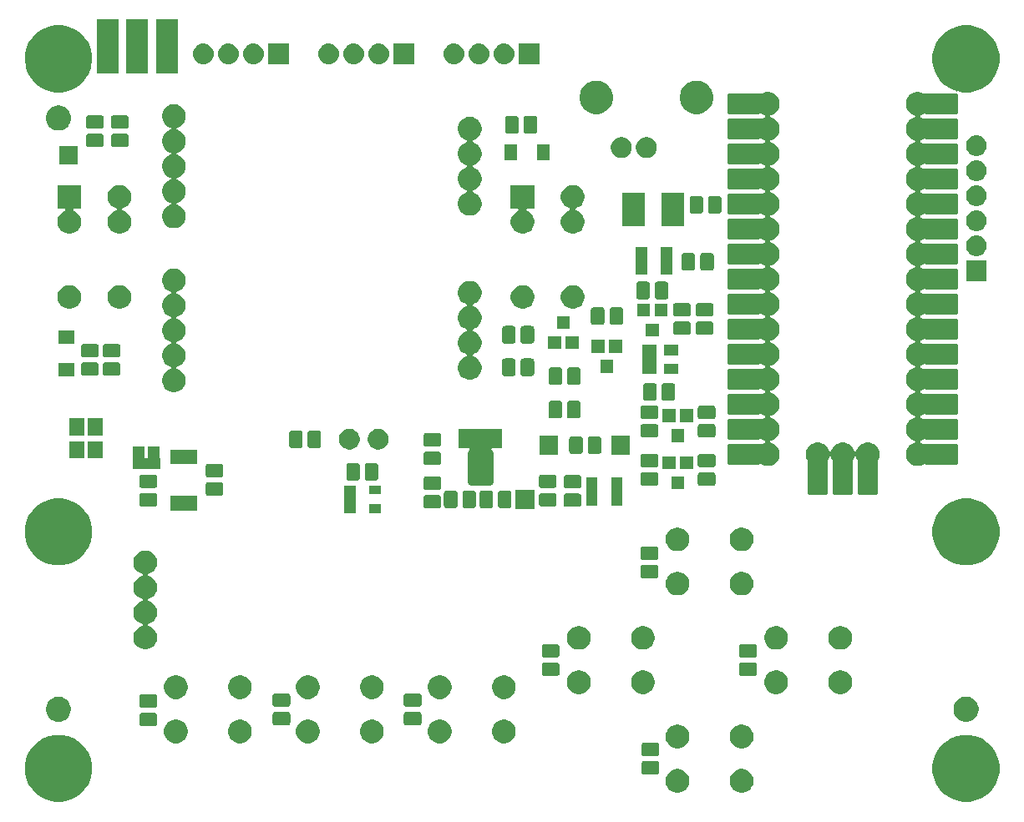
<source format=gts>
G04 #@! TF.GenerationSoftware,KiCad,Pcbnew,5.0.2-bee76a0~70~ubuntu18.04.1*
G04 #@! TF.CreationDate,2018-12-18T10:22:57-08:00*
G04 #@! TF.ProjectId,OpenBeaconMini,4f70656e-4265-4616-936f-6e4d696e692e,B*
G04 #@! TF.SameCoordinates,Original*
G04 #@! TF.FileFunction,Soldermask,Top*
G04 #@! TF.FilePolarity,Negative*
%FSLAX46Y46*%
G04 Gerber Fmt 4.6, Leading zero omitted, Abs format (unit mm)*
G04 Created by KiCad (PCBNEW 5.0.2-bee76a0~70~ubuntu18.04.1) date Tue 18 Dec 2018 10:22:57 AM PST*
%MOMM*%
%LPD*%
G01*
G04 APERTURE LIST*
%ADD10C,0.100000*%
G04 APERTURE END LIST*
D10*
G36*
X196991743Y-122730660D02*
X197610503Y-122986958D01*
X198167377Y-123359050D01*
X198640950Y-123832623D01*
X199013042Y-124389497D01*
X199269340Y-125008257D01*
X199400000Y-125665128D01*
X199400000Y-126334872D01*
X199269340Y-126991743D01*
X199013042Y-127610503D01*
X198640950Y-128167377D01*
X198167377Y-128640950D01*
X197610503Y-129013042D01*
X196991743Y-129269340D01*
X196334872Y-129400000D01*
X195665128Y-129400000D01*
X195008257Y-129269340D01*
X194389497Y-129013042D01*
X193832623Y-128640950D01*
X193359050Y-128167377D01*
X192986958Y-127610503D01*
X192730660Y-126991743D01*
X192600000Y-126334872D01*
X192600000Y-125665128D01*
X192730660Y-125008257D01*
X192986958Y-124389497D01*
X193359050Y-123832623D01*
X193832623Y-123359050D01*
X194389497Y-122986958D01*
X195008257Y-122730660D01*
X195665128Y-122600000D01*
X196334872Y-122600000D01*
X196991743Y-122730660D01*
X196991743Y-122730660D01*
G37*
G36*
X104991743Y-122730660D02*
X105610503Y-122986958D01*
X106167377Y-123359050D01*
X106640950Y-123832623D01*
X107013042Y-124389497D01*
X107269340Y-125008257D01*
X107400000Y-125665128D01*
X107400000Y-126334872D01*
X107269340Y-126991743D01*
X107013042Y-127610503D01*
X106640950Y-128167377D01*
X106167377Y-128640950D01*
X105610503Y-129013042D01*
X104991743Y-129269340D01*
X104334872Y-129400000D01*
X103665128Y-129400000D01*
X103008257Y-129269340D01*
X102389497Y-129013042D01*
X101832623Y-128640950D01*
X101359050Y-128167377D01*
X100986958Y-127610503D01*
X100730660Y-126991743D01*
X100600000Y-126334872D01*
X100600000Y-125665128D01*
X100730660Y-125008257D01*
X100986958Y-124389497D01*
X101359050Y-123832623D01*
X101832623Y-123359050D01*
X102389497Y-122986958D01*
X103008257Y-122730660D01*
X103665128Y-122600000D01*
X104334872Y-122600000D01*
X104991743Y-122730660D01*
X104991743Y-122730660D01*
G37*
G36*
X173600026Y-126096115D02*
X173818412Y-126186573D01*
X174014958Y-126317901D01*
X174182099Y-126485042D01*
X174313427Y-126681588D01*
X174403885Y-126899974D01*
X174450000Y-127131809D01*
X174450000Y-127368191D01*
X174403885Y-127600026D01*
X174313427Y-127818412D01*
X174182099Y-128014958D01*
X174014958Y-128182099D01*
X173818412Y-128313427D01*
X173600026Y-128403885D01*
X173368191Y-128450000D01*
X173131809Y-128450000D01*
X172899974Y-128403885D01*
X172681588Y-128313427D01*
X172485042Y-128182099D01*
X172317901Y-128014958D01*
X172186573Y-127818412D01*
X172096115Y-127600026D01*
X172050000Y-127368191D01*
X172050000Y-127131809D01*
X172096115Y-126899974D01*
X172186573Y-126681588D01*
X172317901Y-126485042D01*
X172485042Y-126317901D01*
X172681588Y-126186573D01*
X172899974Y-126096115D01*
X173131809Y-126050000D01*
X173368191Y-126050000D01*
X173600026Y-126096115D01*
X173600026Y-126096115D01*
G37*
G36*
X167100026Y-126096115D02*
X167318412Y-126186573D01*
X167514958Y-126317901D01*
X167682099Y-126485042D01*
X167813427Y-126681588D01*
X167903885Y-126899974D01*
X167950000Y-127131809D01*
X167950000Y-127368191D01*
X167903885Y-127600026D01*
X167813427Y-127818412D01*
X167682099Y-128014958D01*
X167514958Y-128182099D01*
X167318412Y-128313427D01*
X167100026Y-128403885D01*
X166868191Y-128450000D01*
X166631809Y-128450000D01*
X166399974Y-128403885D01*
X166181588Y-128313427D01*
X165985042Y-128182099D01*
X165817901Y-128014958D01*
X165686573Y-127818412D01*
X165596115Y-127600026D01*
X165550000Y-127368191D01*
X165550000Y-127131809D01*
X165596115Y-126899974D01*
X165686573Y-126681588D01*
X165817901Y-126485042D01*
X165985042Y-126317901D01*
X166181588Y-126186573D01*
X166399974Y-126096115D01*
X166631809Y-126050000D01*
X166868191Y-126050000D01*
X167100026Y-126096115D01*
X167100026Y-126096115D01*
G37*
G36*
X164673497Y-125255997D02*
X164726153Y-125271970D01*
X164774665Y-125297900D01*
X164817196Y-125332804D01*
X164852100Y-125375335D01*
X164878030Y-125423847D01*
X164894003Y-125476503D01*
X164900000Y-125537390D01*
X164900000Y-126337610D01*
X164894003Y-126398497D01*
X164878030Y-126451153D01*
X164852100Y-126499665D01*
X164817196Y-126542196D01*
X164774665Y-126577100D01*
X164726153Y-126603030D01*
X164673497Y-126619003D01*
X164612610Y-126625000D01*
X163387390Y-126625000D01*
X163326503Y-126619003D01*
X163273847Y-126603030D01*
X163225335Y-126577100D01*
X163182804Y-126542196D01*
X163147900Y-126499665D01*
X163121970Y-126451153D01*
X163105997Y-126398497D01*
X163100000Y-126337610D01*
X163100000Y-125537390D01*
X163105997Y-125476503D01*
X163121970Y-125423847D01*
X163147900Y-125375335D01*
X163182804Y-125332804D01*
X163225335Y-125297900D01*
X163273847Y-125271970D01*
X163326503Y-125255997D01*
X163387390Y-125250000D01*
X164612610Y-125250000D01*
X164673497Y-125255997D01*
X164673497Y-125255997D01*
G37*
G36*
X164673497Y-123380997D02*
X164726153Y-123396970D01*
X164774665Y-123422900D01*
X164817196Y-123457804D01*
X164852100Y-123500335D01*
X164878030Y-123548847D01*
X164894003Y-123601503D01*
X164900000Y-123662390D01*
X164900000Y-124462610D01*
X164894003Y-124523497D01*
X164878030Y-124576153D01*
X164852100Y-124624665D01*
X164817196Y-124667196D01*
X164774665Y-124702100D01*
X164726153Y-124728030D01*
X164673497Y-124744003D01*
X164612610Y-124750000D01*
X163387390Y-124750000D01*
X163326503Y-124744003D01*
X163273847Y-124728030D01*
X163225335Y-124702100D01*
X163182804Y-124667196D01*
X163147900Y-124624665D01*
X163121970Y-124576153D01*
X163105997Y-124523497D01*
X163100000Y-124462610D01*
X163100000Y-123662390D01*
X163105997Y-123601503D01*
X163121970Y-123548847D01*
X163147900Y-123500335D01*
X163182804Y-123457804D01*
X163225335Y-123422900D01*
X163273847Y-123396970D01*
X163326503Y-123380997D01*
X163387390Y-123375000D01*
X164612610Y-123375000D01*
X164673497Y-123380997D01*
X164673497Y-123380997D01*
G37*
G36*
X173600026Y-121596115D02*
X173818412Y-121686573D01*
X174014958Y-121817901D01*
X174182099Y-121985042D01*
X174313427Y-122181588D01*
X174403885Y-122399974D01*
X174450000Y-122631809D01*
X174450000Y-122868191D01*
X174403885Y-123100026D01*
X174313427Y-123318412D01*
X174182099Y-123514958D01*
X174014958Y-123682099D01*
X173818412Y-123813427D01*
X173600026Y-123903885D01*
X173368191Y-123950000D01*
X173131809Y-123950000D01*
X172899974Y-123903885D01*
X172681588Y-123813427D01*
X172485042Y-123682099D01*
X172317901Y-123514958D01*
X172186573Y-123318412D01*
X172096115Y-123100026D01*
X172050000Y-122868191D01*
X172050000Y-122631809D01*
X172096115Y-122399974D01*
X172186573Y-122181588D01*
X172317901Y-121985042D01*
X172485042Y-121817901D01*
X172681588Y-121686573D01*
X172899974Y-121596115D01*
X173131809Y-121550000D01*
X173368191Y-121550000D01*
X173600026Y-121596115D01*
X173600026Y-121596115D01*
G37*
G36*
X167100026Y-121596115D02*
X167318412Y-121686573D01*
X167514958Y-121817901D01*
X167682099Y-121985042D01*
X167813427Y-122181588D01*
X167903885Y-122399974D01*
X167950000Y-122631809D01*
X167950000Y-122868191D01*
X167903885Y-123100026D01*
X167813427Y-123318412D01*
X167682099Y-123514958D01*
X167514958Y-123682099D01*
X167318412Y-123813427D01*
X167100026Y-123903885D01*
X166868191Y-123950000D01*
X166631809Y-123950000D01*
X166399974Y-123903885D01*
X166181588Y-123813427D01*
X165985042Y-123682099D01*
X165817901Y-123514958D01*
X165686573Y-123318412D01*
X165596115Y-123100026D01*
X165550000Y-122868191D01*
X165550000Y-122631809D01*
X165596115Y-122399974D01*
X165686573Y-122181588D01*
X165817901Y-121985042D01*
X165985042Y-121817901D01*
X166181588Y-121686573D01*
X166399974Y-121596115D01*
X166631809Y-121550000D01*
X166868191Y-121550000D01*
X167100026Y-121596115D01*
X167100026Y-121596115D01*
G37*
G36*
X149500026Y-121096115D02*
X149718412Y-121186573D01*
X149914958Y-121317901D01*
X150082099Y-121485042D01*
X150213427Y-121681588D01*
X150303885Y-121899974D01*
X150350000Y-122131809D01*
X150350000Y-122368191D01*
X150303885Y-122600026D01*
X150213427Y-122818412D01*
X150082099Y-123014958D01*
X149914958Y-123182099D01*
X149718412Y-123313427D01*
X149500026Y-123403885D01*
X149268191Y-123450000D01*
X149031809Y-123450000D01*
X148799974Y-123403885D01*
X148581588Y-123313427D01*
X148385042Y-123182099D01*
X148217901Y-123014958D01*
X148086573Y-122818412D01*
X147996115Y-122600026D01*
X147950000Y-122368191D01*
X147950000Y-122131809D01*
X147996115Y-121899974D01*
X148086573Y-121681588D01*
X148217901Y-121485042D01*
X148385042Y-121317901D01*
X148581588Y-121186573D01*
X148799974Y-121096115D01*
X149031809Y-121050000D01*
X149268191Y-121050000D01*
X149500026Y-121096115D01*
X149500026Y-121096115D01*
G37*
G36*
X143000026Y-121096115D02*
X143218412Y-121186573D01*
X143414958Y-121317901D01*
X143582099Y-121485042D01*
X143713427Y-121681588D01*
X143803885Y-121899974D01*
X143850000Y-122131809D01*
X143850000Y-122368191D01*
X143803885Y-122600026D01*
X143713427Y-122818412D01*
X143582099Y-123014958D01*
X143414958Y-123182099D01*
X143218412Y-123313427D01*
X143000026Y-123403885D01*
X142768191Y-123450000D01*
X142531809Y-123450000D01*
X142299974Y-123403885D01*
X142081588Y-123313427D01*
X141885042Y-123182099D01*
X141717901Y-123014958D01*
X141586573Y-122818412D01*
X141496115Y-122600026D01*
X141450000Y-122368191D01*
X141450000Y-122131809D01*
X141496115Y-121899974D01*
X141586573Y-121681588D01*
X141717901Y-121485042D01*
X141885042Y-121317901D01*
X142081588Y-121186573D01*
X142299974Y-121096115D01*
X142531809Y-121050000D01*
X142768191Y-121050000D01*
X143000026Y-121096115D01*
X143000026Y-121096115D01*
G37*
G36*
X136130026Y-121096115D02*
X136348412Y-121186573D01*
X136544958Y-121317901D01*
X136712099Y-121485042D01*
X136843427Y-121681588D01*
X136933885Y-121899974D01*
X136980000Y-122131809D01*
X136980000Y-122368191D01*
X136933885Y-122600026D01*
X136843427Y-122818412D01*
X136712099Y-123014958D01*
X136544958Y-123182099D01*
X136348412Y-123313427D01*
X136130026Y-123403885D01*
X135898191Y-123450000D01*
X135661809Y-123450000D01*
X135429974Y-123403885D01*
X135211588Y-123313427D01*
X135015042Y-123182099D01*
X134847901Y-123014958D01*
X134716573Y-122818412D01*
X134626115Y-122600026D01*
X134580000Y-122368191D01*
X134580000Y-122131809D01*
X134626115Y-121899974D01*
X134716573Y-121681588D01*
X134847901Y-121485042D01*
X135015042Y-121317901D01*
X135211588Y-121186573D01*
X135429974Y-121096115D01*
X135661809Y-121050000D01*
X135898191Y-121050000D01*
X136130026Y-121096115D01*
X136130026Y-121096115D01*
G37*
G36*
X129630026Y-121096115D02*
X129848412Y-121186573D01*
X130044958Y-121317901D01*
X130212099Y-121485042D01*
X130343427Y-121681588D01*
X130433885Y-121899974D01*
X130480000Y-122131809D01*
X130480000Y-122368191D01*
X130433885Y-122600026D01*
X130343427Y-122818412D01*
X130212099Y-123014958D01*
X130044958Y-123182099D01*
X129848412Y-123313427D01*
X129630026Y-123403885D01*
X129398191Y-123450000D01*
X129161809Y-123450000D01*
X128929974Y-123403885D01*
X128711588Y-123313427D01*
X128515042Y-123182099D01*
X128347901Y-123014958D01*
X128216573Y-122818412D01*
X128126115Y-122600026D01*
X128080000Y-122368191D01*
X128080000Y-122131809D01*
X128126115Y-121899974D01*
X128216573Y-121681588D01*
X128347901Y-121485042D01*
X128515042Y-121317901D01*
X128711588Y-121186573D01*
X128929974Y-121096115D01*
X129161809Y-121050000D01*
X129398191Y-121050000D01*
X129630026Y-121096115D01*
X129630026Y-121096115D01*
G37*
G36*
X122750026Y-121096115D02*
X122968412Y-121186573D01*
X123164958Y-121317901D01*
X123332099Y-121485042D01*
X123463427Y-121681588D01*
X123553885Y-121899974D01*
X123600000Y-122131809D01*
X123600000Y-122368191D01*
X123553885Y-122600026D01*
X123463427Y-122818412D01*
X123332099Y-123014958D01*
X123164958Y-123182099D01*
X122968412Y-123313427D01*
X122750026Y-123403885D01*
X122518191Y-123450000D01*
X122281809Y-123450000D01*
X122049974Y-123403885D01*
X121831588Y-123313427D01*
X121635042Y-123182099D01*
X121467901Y-123014958D01*
X121336573Y-122818412D01*
X121246115Y-122600026D01*
X121200000Y-122368191D01*
X121200000Y-122131809D01*
X121246115Y-121899974D01*
X121336573Y-121681588D01*
X121467901Y-121485042D01*
X121635042Y-121317901D01*
X121831588Y-121186573D01*
X122049974Y-121096115D01*
X122281809Y-121050000D01*
X122518191Y-121050000D01*
X122750026Y-121096115D01*
X122750026Y-121096115D01*
G37*
G36*
X116250026Y-121096115D02*
X116468412Y-121186573D01*
X116664958Y-121317901D01*
X116832099Y-121485042D01*
X116963427Y-121681588D01*
X117053885Y-121899974D01*
X117100000Y-122131809D01*
X117100000Y-122368191D01*
X117053885Y-122600026D01*
X116963427Y-122818412D01*
X116832099Y-123014958D01*
X116664958Y-123182099D01*
X116468412Y-123313427D01*
X116250026Y-123403885D01*
X116018191Y-123450000D01*
X115781809Y-123450000D01*
X115549974Y-123403885D01*
X115331588Y-123313427D01*
X115135042Y-123182099D01*
X114967901Y-123014958D01*
X114836573Y-122818412D01*
X114746115Y-122600026D01*
X114700000Y-122368191D01*
X114700000Y-122131809D01*
X114746115Y-121899974D01*
X114836573Y-121681588D01*
X114967901Y-121485042D01*
X115135042Y-121317901D01*
X115331588Y-121186573D01*
X115549974Y-121096115D01*
X115781809Y-121050000D01*
X116018191Y-121050000D01*
X116250026Y-121096115D01*
X116250026Y-121096115D01*
G37*
G36*
X113773497Y-120355997D02*
X113826153Y-120371970D01*
X113874665Y-120397900D01*
X113917196Y-120432804D01*
X113952100Y-120475335D01*
X113978030Y-120523847D01*
X113994003Y-120576503D01*
X114000000Y-120637390D01*
X114000000Y-121437610D01*
X113994003Y-121498497D01*
X113978030Y-121551153D01*
X113952100Y-121599665D01*
X113917196Y-121642196D01*
X113874665Y-121677100D01*
X113826153Y-121703030D01*
X113773497Y-121719003D01*
X113712610Y-121725000D01*
X112487390Y-121725000D01*
X112426503Y-121719003D01*
X112373847Y-121703030D01*
X112325335Y-121677100D01*
X112282804Y-121642196D01*
X112247900Y-121599665D01*
X112221970Y-121551153D01*
X112205997Y-121498497D01*
X112200000Y-121437610D01*
X112200000Y-120637390D01*
X112205997Y-120576503D01*
X112221970Y-120523847D01*
X112247900Y-120475335D01*
X112282804Y-120432804D01*
X112325335Y-120397900D01*
X112373847Y-120371970D01*
X112426503Y-120355997D01*
X112487390Y-120350000D01*
X113712610Y-120350000D01*
X113773497Y-120355997D01*
X113773497Y-120355997D01*
G37*
G36*
X127273497Y-120255997D02*
X127326153Y-120271970D01*
X127374665Y-120297900D01*
X127417196Y-120332804D01*
X127452100Y-120375335D01*
X127478030Y-120423847D01*
X127494003Y-120476503D01*
X127500000Y-120537390D01*
X127500000Y-121337610D01*
X127494003Y-121398497D01*
X127478030Y-121451153D01*
X127452100Y-121499665D01*
X127417196Y-121542196D01*
X127374665Y-121577100D01*
X127326153Y-121603030D01*
X127273497Y-121619003D01*
X127212610Y-121625000D01*
X125987390Y-121625000D01*
X125926503Y-121619003D01*
X125873847Y-121603030D01*
X125825335Y-121577100D01*
X125782804Y-121542196D01*
X125747900Y-121499665D01*
X125721970Y-121451153D01*
X125705997Y-121398497D01*
X125700000Y-121337610D01*
X125700000Y-120537390D01*
X125705997Y-120476503D01*
X125721970Y-120423847D01*
X125747900Y-120375335D01*
X125782804Y-120332804D01*
X125825335Y-120297900D01*
X125873847Y-120271970D01*
X125926503Y-120255997D01*
X125987390Y-120250000D01*
X127212610Y-120250000D01*
X127273497Y-120255997D01*
X127273497Y-120255997D01*
G37*
G36*
X140573497Y-120255997D02*
X140626153Y-120271970D01*
X140674665Y-120297900D01*
X140717196Y-120332804D01*
X140752100Y-120375335D01*
X140778030Y-120423847D01*
X140794003Y-120476503D01*
X140800000Y-120537390D01*
X140800000Y-121337610D01*
X140794003Y-121398497D01*
X140778030Y-121451153D01*
X140752100Y-121499665D01*
X140717196Y-121542196D01*
X140674665Y-121577100D01*
X140626153Y-121603030D01*
X140573497Y-121619003D01*
X140512610Y-121625000D01*
X139287390Y-121625000D01*
X139226503Y-121619003D01*
X139173847Y-121603030D01*
X139125335Y-121577100D01*
X139082804Y-121542196D01*
X139047900Y-121499665D01*
X139021970Y-121451153D01*
X139005997Y-121398497D01*
X139000000Y-121337610D01*
X139000000Y-120537390D01*
X139005997Y-120476503D01*
X139021970Y-120423847D01*
X139047900Y-120375335D01*
X139082804Y-120332804D01*
X139125335Y-120297900D01*
X139173847Y-120271970D01*
X139226503Y-120255997D01*
X139287390Y-120250000D01*
X140512610Y-120250000D01*
X140573497Y-120255997D01*
X140573497Y-120255997D01*
G37*
G36*
X104234118Y-118751688D02*
X104370445Y-118778805D01*
X104601571Y-118874541D01*
X104809581Y-119013529D01*
X104986471Y-119190419D01*
X104986473Y-119190422D01*
X105125459Y-119398429D01*
X105221195Y-119629555D01*
X105270000Y-119874916D01*
X105270000Y-120125084D01*
X105221195Y-120370445D01*
X105128699Y-120593750D01*
X105125459Y-120601571D01*
X104986471Y-120809581D01*
X104809581Y-120986471D01*
X104809578Y-120986473D01*
X104601571Y-121125459D01*
X104370445Y-121221195D01*
X104247765Y-121245597D01*
X104125086Y-121270000D01*
X103874914Y-121270000D01*
X103752235Y-121245597D01*
X103629555Y-121221195D01*
X103398429Y-121125459D01*
X103190422Y-120986473D01*
X103190419Y-120986471D01*
X103013529Y-120809581D01*
X102874541Y-120601571D01*
X102871301Y-120593750D01*
X102778805Y-120370445D01*
X102730000Y-120125084D01*
X102730000Y-119874916D01*
X102778805Y-119629555D01*
X102874541Y-119398429D01*
X103013527Y-119190422D01*
X103013529Y-119190419D01*
X103190419Y-119013529D01*
X103398429Y-118874541D01*
X103629555Y-118778805D01*
X103765882Y-118751688D01*
X103874914Y-118730000D01*
X104125086Y-118730000D01*
X104234118Y-118751688D01*
X104234118Y-118751688D01*
G37*
G36*
X196234118Y-118751688D02*
X196370445Y-118778805D01*
X196601571Y-118874541D01*
X196809581Y-119013529D01*
X196986471Y-119190419D01*
X196986473Y-119190422D01*
X197125459Y-119398429D01*
X197221195Y-119629555D01*
X197270000Y-119874916D01*
X197270000Y-120125084D01*
X197221195Y-120370445D01*
X197128699Y-120593750D01*
X197125459Y-120601571D01*
X196986471Y-120809581D01*
X196809581Y-120986471D01*
X196809578Y-120986473D01*
X196601571Y-121125459D01*
X196370445Y-121221195D01*
X196247765Y-121245597D01*
X196125086Y-121270000D01*
X195874914Y-121270000D01*
X195752235Y-121245597D01*
X195629555Y-121221195D01*
X195398429Y-121125459D01*
X195190422Y-120986473D01*
X195190419Y-120986471D01*
X195013529Y-120809581D01*
X194874541Y-120601571D01*
X194871301Y-120593750D01*
X194778805Y-120370445D01*
X194730000Y-120125084D01*
X194730000Y-119874916D01*
X194778805Y-119629555D01*
X194874541Y-119398429D01*
X195013527Y-119190422D01*
X195013529Y-119190419D01*
X195190419Y-119013529D01*
X195398429Y-118874541D01*
X195629555Y-118778805D01*
X195765882Y-118751688D01*
X195874914Y-118730000D01*
X196125086Y-118730000D01*
X196234118Y-118751688D01*
X196234118Y-118751688D01*
G37*
G36*
X113773497Y-118480997D02*
X113826153Y-118496970D01*
X113874665Y-118522900D01*
X113917196Y-118557804D01*
X113952100Y-118600335D01*
X113978030Y-118648847D01*
X113994003Y-118701503D01*
X114000000Y-118762390D01*
X114000000Y-119562610D01*
X113994003Y-119623497D01*
X113978030Y-119676153D01*
X113952100Y-119724665D01*
X113917196Y-119767196D01*
X113874665Y-119802100D01*
X113826153Y-119828030D01*
X113773497Y-119844003D01*
X113712610Y-119850000D01*
X112487390Y-119850000D01*
X112426503Y-119844003D01*
X112373847Y-119828030D01*
X112325335Y-119802100D01*
X112282804Y-119767196D01*
X112247900Y-119724665D01*
X112221970Y-119676153D01*
X112205997Y-119623497D01*
X112200000Y-119562610D01*
X112200000Y-118762390D01*
X112205997Y-118701503D01*
X112221970Y-118648847D01*
X112247900Y-118600335D01*
X112282804Y-118557804D01*
X112325335Y-118522900D01*
X112373847Y-118496970D01*
X112426503Y-118480997D01*
X112487390Y-118475000D01*
X113712610Y-118475000D01*
X113773497Y-118480997D01*
X113773497Y-118480997D01*
G37*
G36*
X127273497Y-118380997D02*
X127326153Y-118396970D01*
X127374665Y-118422900D01*
X127417196Y-118457804D01*
X127452100Y-118500335D01*
X127478030Y-118548847D01*
X127494003Y-118601503D01*
X127500000Y-118662390D01*
X127500000Y-119462610D01*
X127494003Y-119523497D01*
X127478030Y-119576153D01*
X127452100Y-119624665D01*
X127417196Y-119667196D01*
X127374665Y-119702100D01*
X127326153Y-119728030D01*
X127273497Y-119744003D01*
X127212610Y-119750000D01*
X125987390Y-119750000D01*
X125926503Y-119744003D01*
X125873847Y-119728030D01*
X125825335Y-119702100D01*
X125782804Y-119667196D01*
X125747900Y-119624665D01*
X125721970Y-119576153D01*
X125705997Y-119523497D01*
X125700000Y-119462610D01*
X125700000Y-118662390D01*
X125705997Y-118601503D01*
X125721970Y-118548847D01*
X125747900Y-118500335D01*
X125782804Y-118457804D01*
X125825335Y-118422900D01*
X125873847Y-118396970D01*
X125926503Y-118380997D01*
X125987390Y-118375000D01*
X127212610Y-118375000D01*
X127273497Y-118380997D01*
X127273497Y-118380997D01*
G37*
G36*
X140573497Y-118380997D02*
X140626153Y-118396970D01*
X140674665Y-118422900D01*
X140717196Y-118457804D01*
X140752100Y-118500335D01*
X140778030Y-118548847D01*
X140794003Y-118601503D01*
X140800000Y-118662390D01*
X140800000Y-119462610D01*
X140794003Y-119523497D01*
X140778030Y-119576153D01*
X140752100Y-119624665D01*
X140717196Y-119667196D01*
X140674665Y-119702100D01*
X140626153Y-119728030D01*
X140573497Y-119744003D01*
X140512610Y-119750000D01*
X139287390Y-119750000D01*
X139226503Y-119744003D01*
X139173847Y-119728030D01*
X139125335Y-119702100D01*
X139082804Y-119667196D01*
X139047900Y-119624665D01*
X139021970Y-119576153D01*
X139005997Y-119523497D01*
X139000000Y-119462610D01*
X139000000Y-118662390D01*
X139005997Y-118601503D01*
X139021970Y-118548847D01*
X139047900Y-118500335D01*
X139082804Y-118457804D01*
X139125335Y-118422900D01*
X139173847Y-118396970D01*
X139226503Y-118380997D01*
X139287390Y-118375000D01*
X140512610Y-118375000D01*
X140573497Y-118380997D01*
X140573497Y-118380997D01*
G37*
G36*
X116250026Y-116596115D02*
X116468412Y-116686573D01*
X116664958Y-116817901D01*
X116832099Y-116985042D01*
X116963427Y-117181588D01*
X117053885Y-117399974D01*
X117100000Y-117631809D01*
X117100000Y-117868191D01*
X117053885Y-118100026D01*
X116963427Y-118318412D01*
X116832099Y-118514958D01*
X116664958Y-118682099D01*
X116468412Y-118813427D01*
X116250026Y-118903885D01*
X116018191Y-118950000D01*
X115781809Y-118950000D01*
X115549974Y-118903885D01*
X115331588Y-118813427D01*
X115135042Y-118682099D01*
X114967901Y-118514958D01*
X114836573Y-118318412D01*
X114746115Y-118100026D01*
X114700000Y-117868191D01*
X114700000Y-117631809D01*
X114746115Y-117399974D01*
X114836573Y-117181588D01*
X114967901Y-116985042D01*
X115135042Y-116817901D01*
X115331588Y-116686573D01*
X115549974Y-116596115D01*
X115781809Y-116550000D01*
X116018191Y-116550000D01*
X116250026Y-116596115D01*
X116250026Y-116596115D01*
G37*
G36*
X149500026Y-116596115D02*
X149718412Y-116686573D01*
X149914958Y-116817901D01*
X150082099Y-116985042D01*
X150213427Y-117181588D01*
X150303885Y-117399974D01*
X150350000Y-117631809D01*
X150350000Y-117868191D01*
X150303885Y-118100026D01*
X150213427Y-118318412D01*
X150082099Y-118514958D01*
X149914958Y-118682099D01*
X149718412Y-118813427D01*
X149500026Y-118903885D01*
X149268191Y-118950000D01*
X149031809Y-118950000D01*
X148799974Y-118903885D01*
X148581588Y-118813427D01*
X148385042Y-118682099D01*
X148217901Y-118514958D01*
X148086573Y-118318412D01*
X147996115Y-118100026D01*
X147950000Y-117868191D01*
X147950000Y-117631809D01*
X147996115Y-117399974D01*
X148086573Y-117181588D01*
X148217901Y-116985042D01*
X148385042Y-116817901D01*
X148581588Y-116686573D01*
X148799974Y-116596115D01*
X149031809Y-116550000D01*
X149268191Y-116550000D01*
X149500026Y-116596115D01*
X149500026Y-116596115D01*
G37*
G36*
X143000026Y-116596115D02*
X143218412Y-116686573D01*
X143414958Y-116817901D01*
X143582099Y-116985042D01*
X143713427Y-117181588D01*
X143803885Y-117399974D01*
X143850000Y-117631809D01*
X143850000Y-117868191D01*
X143803885Y-118100026D01*
X143713427Y-118318412D01*
X143582099Y-118514958D01*
X143414958Y-118682099D01*
X143218412Y-118813427D01*
X143000026Y-118903885D01*
X142768191Y-118950000D01*
X142531809Y-118950000D01*
X142299974Y-118903885D01*
X142081588Y-118813427D01*
X141885042Y-118682099D01*
X141717901Y-118514958D01*
X141586573Y-118318412D01*
X141496115Y-118100026D01*
X141450000Y-117868191D01*
X141450000Y-117631809D01*
X141496115Y-117399974D01*
X141586573Y-117181588D01*
X141717901Y-116985042D01*
X141885042Y-116817901D01*
X142081588Y-116686573D01*
X142299974Y-116596115D01*
X142531809Y-116550000D01*
X142768191Y-116550000D01*
X143000026Y-116596115D01*
X143000026Y-116596115D01*
G37*
G36*
X129630026Y-116596115D02*
X129848412Y-116686573D01*
X130044958Y-116817901D01*
X130212099Y-116985042D01*
X130343427Y-117181588D01*
X130433885Y-117399974D01*
X130480000Y-117631809D01*
X130480000Y-117868191D01*
X130433885Y-118100026D01*
X130343427Y-118318412D01*
X130212099Y-118514958D01*
X130044958Y-118682099D01*
X129848412Y-118813427D01*
X129630026Y-118903885D01*
X129398191Y-118950000D01*
X129161809Y-118950000D01*
X128929974Y-118903885D01*
X128711588Y-118813427D01*
X128515042Y-118682099D01*
X128347901Y-118514958D01*
X128216573Y-118318412D01*
X128126115Y-118100026D01*
X128080000Y-117868191D01*
X128080000Y-117631809D01*
X128126115Y-117399974D01*
X128216573Y-117181588D01*
X128347901Y-116985042D01*
X128515042Y-116817901D01*
X128711588Y-116686573D01*
X128929974Y-116596115D01*
X129161809Y-116550000D01*
X129398191Y-116550000D01*
X129630026Y-116596115D01*
X129630026Y-116596115D01*
G37*
G36*
X136130026Y-116596115D02*
X136348412Y-116686573D01*
X136544958Y-116817901D01*
X136712099Y-116985042D01*
X136843427Y-117181588D01*
X136933885Y-117399974D01*
X136980000Y-117631809D01*
X136980000Y-117868191D01*
X136933885Y-118100026D01*
X136843427Y-118318412D01*
X136712099Y-118514958D01*
X136544958Y-118682099D01*
X136348412Y-118813427D01*
X136130026Y-118903885D01*
X135898191Y-118950000D01*
X135661809Y-118950000D01*
X135429974Y-118903885D01*
X135211588Y-118813427D01*
X135015042Y-118682099D01*
X134847901Y-118514958D01*
X134716573Y-118318412D01*
X134626115Y-118100026D01*
X134580000Y-117868191D01*
X134580000Y-117631809D01*
X134626115Y-117399974D01*
X134716573Y-117181588D01*
X134847901Y-116985042D01*
X135015042Y-116817901D01*
X135211588Y-116686573D01*
X135429974Y-116596115D01*
X135661809Y-116550000D01*
X135898191Y-116550000D01*
X136130026Y-116596115D01*
X136130026Y-116596115D01*
G37*
G36*
X122750026Y-116596115D02*
X122968412Y-116686573D01*
X123164958Y-116817901D01*
X123332099Y-116985042D01*
X123463427Y-117181588D01*
X123553885Y-117399974D01*
X123600000Y-117631809D01*
X123600000Y-117868191D01*
X123553885Y-118100026D01*
X123463427Y-118318412D01*
X123332099Y-118514958D01*
X123164958Y-118682099D01*
X122968412Y-118813427D01*
X122750026Y-118903885D01*
X122518191Y-118950000D01*
X122281809Y-118950000D01*
X122049974Y-118903885D01*
X121831588Y-118813427D01*
X121635042Y-118682099D01*
X121467901Y-118514958D01*
X121336573Y-118318412D01*
X121246115Y-118100026D01*
X121200000Y-117868191D01*
X121200000Y-117631809D01*
X121246115Y-117399974D01*
X121336573Y-117181588D01*
X121467901Y-116985042D01*
X121635042Y-116817901D01*
X121831588Y-116686573D01*
X122049974Y-116596115D01*
X122281809Y-116550000D01*
X122518191Y-116550000D01*
X122750026Y-116596115D01*
X122750026Y-116596115D01*
G37*
G36*
X157100026Y-116096115D02*
X157318412Y-116186573D01*
X157514958Y-116317901D01*
X157682099Y-116485042D01*
X157813427Y-116681588D01*
X157903885Y-116899974D01*
X157950000Y-117131809D01*
X157950000Y-117368191D01*
X157903885Y-117600026D01*
X157813427Y-117818412D01*
X157682099Y-118014958D01*
X157514958Y-118182099D01*
X157318412Y-118313427D01*
X157100026Y-118403885D01*
X156868191Y-118450000D01*
X156631809Y-118450000D01*
X156399974Y-118403885D01*
X156181588Y-118313427D01*
X155985042Y-118182099D01*
X155817901Y-118014958D01*
X155686573Y-117818412D01*
X155596115Y-117600026D01*
X155550000Y-117368191D01*
X155550000Y-117131809D01*
X155596115Y-116899974D01*
X155686573Y-116681588D01*
X155817901Y-116485042D01*
X155985042Y-116317901D01*
X156181588Y-116186573D01*
X156399974Y-116096115D01*
X156631809Y-116050000D01*
X156868191Y-116050000D01*
X157100026Y-116096115D01*
X157100026Y-116096115D01*
G37*
G36*
X163600026Y-116096115D02*
X163818412Y-116186573D01*
X164014958Y-116317901D01*
X164182099Y-116485042D01*
X164313427Y-116681588D01*
X164403885Y-116899974D01*
X164450000Y-117131809D01*
X164450000Y-117368191D01*
X164403885Y-117600026D01*
X164313427Y-117818412D01*
X164182099Y-118014958D01*
X164014958Y-118182099D01*
X163818412Y-118313427D01*
X163600026Y-118403885D01*
X163368191Y-118450000D01*
X163131809Y-118450000D01*
X162899974Y-118403885D01*
X162681588Y-118313427D01*
X162485042Y-118182099D01*
X162317901Y-118014958D01*
X162186573Y-117818412D01*
X162096115Y-117600026D01*
X162050000Y-117368191D01*
X162050000Y-117131809D01*
X162096115Y-116899974D01*
X162186573Y-116681588D01*
X162317901Y-116485042D01*
X162485042Y-116317901D01*
X162681588Y-116186573D01*
X162899974Y-116096115D01*
X163131809Y-116050000D01*
X163368191Y-116050000D01*
X163600026Y-116096115D01*
X163600026Y-116096115D01*
G37*
G36*
X177100026Y-116096115D02*
X177318412Y-116186573D01*
X177514958Y-116317901D01*
X177682099Y-116485042D01*
X177813427Y-116681588D01*
X177903885Y-116899974D01*
X177950000Y-117131809D01*
X177950000Y-117368191D01*
X177903885Y-117600026D01*
X177813427Y-117818412D01*
X177682099Y-118014958D01*
X177514958Y-118182099D01*
X177318412Y-118313427D01*
X177100026Y-118403885D01*
X176868191Y-118450000D01*
X176631809Y-118450000D01*
X176399974Y-118403885D01*
X176181588Y-118313427D01*
X175985042Y-118182099D01*
X175817901Y-118014958D01*
X175686573Y-117818412D01*
X175596115Y-117600026D01*
X175550000Y-117368191D01*
X175550000Y-117131809D01*
X175596115Y-116899974D01*
X175686573Y-116681588D01*
X175817901Y-116485042D01*
X175985042Y-116317901D01*
X176181588Y-116186573D01*
X176399974Y-116096115D01*
X176631809Y-116050000D01*
X176868191Y-116050000D01*
X177100026Y-116096115D01*
X177100026Y-116096115D01*
G37*
G36*
X183600026Y-116096115D02*
X183818412Y-116186573D01*
X184014958Y-116317901D01*
X184182099Y-116485042D01*
X184313427Y-116681588D01*
X184403885Y-116899974D01*
X184450000Y-117131809D01*
X184450000Y-117368191D01*
X184403885Y-117600026D01*
X184313427Y-117818412D01*
X184182099Y-118014958D01*
X184014958Y-118182099D01*
X183818412Y-118313427D01*
X183600026Y-118403885D01*
X183368191Y-118450000D01*
X183131809Y-118450000D01*
X182899974Y-118403885D01*
X182681588Y-118313427D01*
X182485042Y-118182099D01*
X182317901Y-118014958D01*
X182186573Y-117818412D01*
X182096115Y-117600026D01*
X182050000Y-117368191D01*
X182050000Y-117131809D01*
X182096115Y-116899974D01*
X182186573Y-116681588D01*
X182317901Y-116485042D01*
X182485042Y-116317901D01*
X182681588Y-116186573D01*
X182899974Y-116096115D01*
X183131809Y-116050000D01*
X183368191Y-116050000D01*
X183600026Y-116096115D01*
X183600026Y-116096115D01*
G37*
G36*
X174573497Y-115255997D02*
X174626153Y-115271970D01*
X174674665Y-115297900D01*
X174717196Y-115332804D01*
X174752100Y-115375335D01*
X174778030Y-115423847D01*
X174794003Y-115476503D01*
X174800000Y-115537390D01*
X174800000Y-116337610D01*
X174794003Y-116398497D01*
X174778030Y-116451153D01*
X174752100Y-116499665D01*
X174717196Y-116542196D01*
X174674665Y-116577100D01*
X174626153Y-116603030D01*
X174573497Y-116619003D01*
X174512610Y-116625000D01*
X173287390Y-116625000D01*
X173226503Y-116619003D01*
X173173847Y-116603030D01*
X173125335Y-116577100D01*
X173082804Y-116542196D01*
X173047900Y-116499665D01*
X173021970Y-116451153D01*
X173005997Y-116398497D01*
X173000000Y-116337610D01*
X173000000Y-115537390D01*
X173005997Y-115476503D01*
X173021970Y-115423847D01*
X173047900Y-115375335D01*
X173082804Y-115332804D01*
X173125335Y-115297900D01*
X173173847Y-115271970D01*
X173226503Y-115255997D01*
X173287390Y-115250000D01*
X174512610Y-115250000D01*
X174573497Y-115255997D01*
X174573497Y-115255997D01*
G37*
G36*
X154573497Y-115255997D02*
X154626153Y-115271970D01*
X154674665Y-115297900D01*
X154717196Y-115332804D01*
X154752100Y-115375335D01*
X154778030Y-115423847D01*
X154794003Y-115476503D01*
X154800000Y-115537390D01*
X154800000Y-116337610D01*
X154794003Y-116398497D01*
X154778030Y-116451153D01*
X154752100Y-116499665D01*
X154717196Y-116542196D01*
X154674665Y-116577100D01*
X154626153Y-116603030D01*
X154573497Y-116619003D01*
X154512610Y-116625000D01*
X153287390Y-116625000D01*
X153226503Y-116619003D01*
X153173847Y-116603030D01*
X153125335Y-116577100D01*
X153082804Y-116542196D01*
X153047900Y-116499665D01*
X153021970Y-116451153D01*
X153005997Y-116398497D01*
X153000000Y-116337610D01*
X153000000Y-115537390D01*
X153005997Y-115476503D01*
X153021970Y-115423847D01*
X153047900Y-115375335D01*
X153082804Y-115332804D01*
X153125335Y-115297900D01*
X153173847Y-115271970D01*
X153226503Y-115255997D01*
X153287390Y-115250000D01*
X154512610Y-115250000D01*
X154573497Y-115255997D01*
X154573497Y-115255997D01*
G37*
G36*
X174573497Y-113380997D02*
X174626153Y-113396970D01*
X174674665Y-113422900D01*
X174717196Y-113457804D01*
X174752100Y-113500335D01*
X174778030Y-113548847D01*
X174794003Y-113601503D01*
X174800000Y-113662390D01*
X174800000Y-114462610D01*
X174794003Y-114523497D01*
X174778030Y-114576153D01*
X174752100Y-114624665D01*
X174717196Y-114667196D01*
X174674665Y-114702100D01*
X174626153Y-114728030D01*
X174573497Y-114744003D01*
X174512610Y-114750000D01*
X173287390Y-114750000D01*
X173226503Y-114744003D01*
X173173847Y-114728030D01*
X173125335Y-114702100D01*
X173082804Y-114667196D01*
X173047900Y-114624665D01*
X173021970Y-114576153D01*
X173005997Y-114523497D01*
X173000000Y-114462610D01*
X173000000Y-113662390D01*
X173005997Y-113601503D01*
X173021970Y-113548847D01*
X173047900Y-113500335D01*
X173082804Y-113457804D01*
X173125335Y-113422900D01*
X173173847Y-113396970D01*
X173226503Y-113380997D01*
X173287390Y-113375000D01*
X174512610Y-113375000D01*
X174573497Y-113380997D01*
X174573497Y-113380997D01*
G37*
G36*
X154573497Y-113380997D02*
X154626153Y-113396970D01*
X154674665Y-113422900D01*
X154717196Y-113457804D01*
X154752100Y-113500335D01*
X154778030Y-113548847D01*
X154794003Y-113601503D01*
X154800000Y-113662390D01*
X154800000Y-114462610D01*
X154794003Y-114523497D01*
X154778030Y-114576153D01*
X154752100Y-114624665D01*
X154717196Y-114667196D01*
X154674665Y-114702100D01*
X154626153Y-114728030D01*
X154573497Y-114744003D01*
X154512610Y-114750000D01*
X153287390Y-114750000D01*
X153226503Y-114744003D01*
X153173847Y-114728030D01*
X153125335Y-114702100D01*
X153082804Y-114667196D01*
X153047900Y-114624665D01*
X153021970Y-114576153D01*
X153005997Y-114523497D01*
X153000000Y-114462610D01*
X153000000Y-113662390D01*
X153005997Y-113601503D01*
X153021970Y-113548847D01*
X153047900Y-113500335D01*
X153082804Y-113457804D01*
X153125335Y-113422900D01*
X153173847Y-113396970D01*
X153226503Y-113380997D01*
X153287390Y-113375000D01*
X154512610Y-113375000D01*
X154573497Y-113380997D01*
X154573497Y-113380997D01*
G37*
G36*
X157100026Y-111596115D02*
X157318412Y-111686573D01*
X157514958Y-111817901D01*
X157682099Y-111985042D01*
X157813427Y-112181588D01*
X157903885Y-112399974D01*
X157950000Y-112631809D01*
X157950000Y-112868191D01*
X157903885Y-113100026D01*
X157813427Y-113318412D01*
X157682099Y-113514958D01*
X157514958Y-113682099D01*
X157318412Y-113813427D01*
X157100026Y-113903885D01*
X156868191Y-113950000D01*
X156631809Y-113950000D01*
X156399974Y-113903885D01*
X156181588Y-113813427D01*
X155985042Y-113682099D01*
X155817901Y-113514958D01*
X155686573Y-113318412D01*
X155596115Y-113100026D01*
X155550000Y-112868191D01*
X155550000Y-112631809D01*
X155596115Y-112399974D01*
X155686573Y-112181588D01*
X155817901Y-111985042D01*
X155985042Y-111817901D01*
X156181588Y-111686573D01*
X156399974Y-111596115D01*
X156631809Y-111550000D01*
X156868191Y-111550000D01*
X157100026Y-111596115D01*
X157100026Y-111596115D01*
G37*
G36*
X177100026Y-111596115D02*
X177318412Y-111686573D01*
X177514958Y-111817901D01*
X177682099Y-111985042D01*
X177813427Y-112181588D01*
X177903885Y-112399974D01*
X177950000Y-112631809D01*
X177950000Y-112868191D01*
X177903885Y-113100026D01*
X177813427Y-113318412D01*
X177682099Y-113514958D01*
X177514958Y-113682099D01*
X177318412Y-113813427D01*
X177100026Y-113903885D01*
X176868191Y-113950000D01*
X176631809Y-113950000D01*
X176399974Y-113903885D01*
X176181588Y-113813427D01*
X175985042Y-113682099D01*
X175817901Y-113514958D01*
X175686573Y-113318412D01*
X175596115Y-113100026D01*
X175550000Y-112868191D01*
X175550000Y-112631809D01*
X175596115Y-112399974D01*
X175686573Y-112181588D01*
X175817901Y-111985042D01*
X175985042Y-111817901D01*
X176181588Y-111686573D01*
X176399974Y-111596115D01*
X176631809Y-111550000D01*
X176868191Y-111550000D01*
X177100026Y-111596115D01*
X177100026Y-111596115D01*
G37*
G36*
X183600026Y-111596115D02*
X183818412Y-111686573D01*
X184014958Y-111817901D01*
X184182099Y-111985042D01*
X184313427Y-112181588D01*
X184403885Y-112399974D01*
X184450000Y-112631809D01*
X184450000Y-112868191D01*
X184403885Y-113100026D01*
X184313427Y-113318412D01*
X184182099Y-113514958D01*
X184014958Y-113682099D01*
X183818412Y-113813427D01*
X183600026Y-113903885D01*
X183368191Y-113950000D01*
X183131809Y-113950000D01*
X182899974Y-113903885D01*
X182681588Y-113813427D01*
X182485042Y-113682099D01*
X182317901Y-113514958D01*
X182186573Y-113318412D01*
X182096115Y-113100026D01*
X182050000Y-112868191D01*
X182050000Y-112631809D01*
X182096115Y-112399974D01*
X182186573Y-112181588D01*
X182317901Y-111985042D01*
X182485042Y-111817901D01*
X182681588Y-111686573D01*
X182899974Y-111596115D01*
X183131809Y-111550000D01*
X183368191Y-111550000D01*
X183600026Y-111596115D01*
X183600026Y-111596115D01*
G37*
G36*
X163600026Y-111596115D02*
X163818412Y-111686573D01*
X164014958Y-111817901D01*
X164182099Y-111985042D01*
X164313427Y-112181588D01*
X164403885Y-112399974D01*
X164450000Y-112631809D01*
X164450000Y-112868191D01*
X164403885Y-113100026D01*
X164313427Y-113318412D01*
X164182099Y-113514958D01*
X164014958Y-113682099D01*
X163818412Y-113813427D01*
X163600026Y-113903885D01*
X163368191Y-113950000D01*
X163131809Y-113950000D01*
X162899974Y-113903885D01*
X162681588Y-113813427D01*
X162485042Y-113682099D01*
X162317901Y-113514958D01*
X162186573Y-113318412D01*
X162096115Y-113100026D01*
X162050000Y-112868191D01*
X162050000Y-112631809D01*
X162096115Y-112399974D01*
X162186573Y-112181588D01*
X162317901Y-111985042D01*
X162485042Y-111817901D01*
X162681588Y-111686573D01*
X162899974Y-111596115D01*
X163131809Y-111550000D01*
X163368191Y-111550000D01*
X163600026Y-111596115D01*
X163600026Y-111596115D01*
G37*
G36*
X113150026Y-103936115D02*
X113368412Y-104026573D01*
X113564958Y-104157901D01*
X113732099Y-104325042D01*
X113863427Y-104521588D01*
X113953885Y-104739974D01*
X114000000Y-104971809D01*
X114000000Y-105208191D01*
X113953885Y-105440026D01*
X113863427Y-105658412D01*
X113732099Y-105854958D01*
X113564958Y-106022099D01*
X113368412Y-106153427D01*
X113148505Y-106244515D01*
X113126894Y-106256066D01*
X113107952Y-106271611D01*
X113092406Y-106290554D01*
X113080855Y-106312164D01*
X113073742Y-106335613D01*
X113071340Y-106360000D01*
X113073742Y-106384386D01*
X113080855Y-106407835D01*
X113092406Y-106429446D01*
X113107951Y-106448388D01*
X113126894Y-106463934D01*
X113148505Y-106475485D01*
X113368412Y-106566573D01*
X113564958Y-106697901D01*
X113732099Y-106865042D01*
X113863427Y-107061588D01*
X113953885Y-107279974D01*
X114000000Y-107511809D01*
X114000000Y-107748191D01*
X113953885Y-107980026D01*
X113863427Y-108198412D01*
X113732099Y-108394958D01*
X113564958Y-108562099D01*
X113368412Y-108693427D01*
X113148505Y-108784515D01*
X113126894Y-108796066D01*
X113107952Y-108811611D01*
X113092406Y-108830554D01*
X113080855Y-108852164D01*
X113073742Y-108875613D01*
X113071340Y-108900000D01*
X113073742Y-108924386D01*
X113080855Y-108947835D01*
X113092406Y-108969446D01*
X113107951Y-108988388D01*
X113126894Y-109003934D01*
X113148505Y-109015485D01*
X113368412Y-109106573D01*
X113564958Y-109237901D01*
X113732099Y-109405042D01*
X113863427Y-109601588D01*
X113953885Y-109819974D01*
X114000000Y-110051809D01*
X114000000Y-110288191D01*
X113953885Y-110520026D01*
X113863427Y-110738412D01*
X113732099Y-110934958D01*
X113564958Y-111102099D01*
X113368412Y-111233427D01*
X113148505Y-111324515D01*
X113126894Y-111336066D01*
X113107952Y-111351611D01*
X113092406Y-111370554D01*
X113080855Y-111392164D01*
X113073742Y-111415613D01*
X113071340Y-111440000D01*
X113073742Y-111464386D01*
X113080855Y-111487835D01*
X113092406Y-111509446D01*
X113107951Y-111528388D01*
X113126894Y-111543934D01*
X113148505Y-111555485D01*
X113368412Y-111646573D01*
X113564958Y-111777901D01*
X113732099Y-111945042D01*
X113863427Y-112141588D01*
X113953885Y-112359974D01*
X114000000Y-112591809D01*
X114000000Y-112828191D01*
X113953885Y-113060026D01*
X113863427Y-113278412D01*
X113732099Y-113474958D01*
X113564958Y-113642099D01*
X113368412Y-113773427D01*
X113150026Y-113863885D01*
X112918191Y-113910000D01*
X112681809Y-113910000D01*
X112449974Y-113863885D01*
X112231588Y-113773427D01*
X112035042Y-113642099D01*
X111867901Y-113474958D01*
X111736573Y-113278412D01*
X111646115Y-113060026D01*
X111600000Y-112828191D01*
X111600000Y-112591809D01*
X111646115Y-112359974D01*
X111736573Y-112141588D01*
X111867901Y-111945042D01*
X112035042Y-111777901D01*
X112231588Y-111646573D01*
X112451495Y-111555485D01*
X112473106Y-111543934D01*
X112492048Y-111528389D01*
X112507594Y-111509446D01*
X112519145Y-111487836D01*
X112526258Y-111464387D01*
X112528660Y-111440000D01*
X112526258Y-111415614D01*
X112519145Y-111392165D01*
X112507594Y-111370554D01*
X112492049Y-111351612D01*
X112473106Y-111336066D01*
X112451495Y-111324515D01*
X112231588Y-111233427D01*
X112035042Y-111102099D01*
X111867901Y-110934958D01*
X111736573Y-110738412D01*
X111646115Y-110520026D01*
X111600000Y-110288191D01*
X111600000Y-110051809D01*
X111646115Y-109819974D01*
X111736573Y-109601588D01*
X111867901Y-109405042D01*
X112035042Y-109237901D01*
X112231588Y-109106573D01*
X112451495Y-109015485D01*
X112473106Y-109003934D01*
X112492048Y-108988389D01*
X112507594Y-108969446D01*
X112519145Y-108947836D01*
X112526258Y-108924387D01*
X112528660Y-108900000D01*
X112526258Y-108875614D01*
X112519145Y-108852165D01*
X112507594Y-108830554D01*
X112492049Y-108811612D01*
X112473106Y-108796066D01*
X112451495Y-108784515D01*
X112231588Y-108693427D01*
X112035042Y-108562099D01*
X111867901Y-108394958D01*
X111736573Y-108198412D01*
X111646115Y-107980026D01*
X111600000Y-107748191D01*
X111600000Y-107511809D01*
X111646115Y-107279974D01*
X111736573Y-107061588D01*
X111867901Y-106865042D01*
X112035042Y-106697901D01*
X112231588Y-106566573D01*
X112451495Y-106475485D01*
X112473106Y-106463934D01*
X112492048Y-106448389D01*
X112507594Y-106429446D01*
X112519145Y-106407836D01*
X112526258Y-106384387D01*
X112528660Y-106360000D01*
X112526258Y-106335614D01*
X112519145Y-106312165D01*
X112507594Y-106290554D01*
X112492049Y-106271612D01*
X112473106Y-106256066D01*
X112451495Y-106244515D01*
X112231588Y-106153427D01*
X112035042Y-106022099D01*
X111867901Y-105854958D01*
X111736573Y-105658412D01*
X111646115Y-105440026D01*
X111600000Y-105208191D01*
X111600000Y-104971809D01*
X111646115Y-104739974D01*
X111736573Y-104521588D01*
X111867901Y-104325042D01*
X112035042Y-104157901D01*
X112231588Y-104026573D01*
X112449974Y-103936115D01*
X112681809Y-103890000D01*
X112918191Y-103890000D01*
X113150026Y-103936115D01*
X113150026Y-103936115D01*
G37*
G36*
X173600026Y-106096115D02*
X173818412Y-106186573D01*
X174014958Y-106317901D01*
X174182099Y-106485042D01*
X174313427Y-106681588D01*
X174403885Y-106899974D01*
X174450000Y-107131809D01*
X174450000Y-107368191D01*
X174403885Y-107600026D01*
X174313427Y-107818412D01*
X174182099Y-108014958D01*
X174014958Y-108182099D01*
X173818412Y-108313427D01*
X173600026Y-108403885D01*
X173368191Y-108450000D01*
X173131809Y-108450000D01*
X172899974Y-108403885D01*
X172681588Y-108313427D01*
X172485042Y-108182099D01*
X172317901Y-108014958D01*
X172186573Y-107818412D01*
X172096115Y-107600026D01*
X172050000Y-107368191D01*
X172050000Y-107131809D01*
X172096115Y-106899974D01*
X172186573Y-106681588D01*
X172317901Y-106485042D01*
X172485042Y-106317901D01*
X172681588Y-106186573D01*
X172899974Y-106096115D01*
X173131809Y-106050000D01*
X173368191Y-106050000D01*
X173600026Y-106096115D01*
X173600026Y-106096115D01*
G37*
G36*
X167100026Y-106096115D02*
X167318412Y-106186573D01*
X167514958Y-106317901D01*
X167682099Y-106485042D01*
X167813427Y-106681588D01*
X167903885Y-106899974D01*
X167950000Y-107131809D01*
X167950000Y-107368191D01*
X167903885Y-107600026D01*
X167813427Y-107818412D01*
X167682099Y-108014958D01*
X167514958Y-108182099D01*
X167318412Y-108313427D01*
X167100026Y-108403885D01*
X166868191Y-108450000D01*
X166631809Y-108450000D01*
X166399974Y-108403885D01*
X166181588Y-108313427D01*
X165985042Y-108182099D01*
X165817901Y-108014958D01*
X165686573Y-107818412D01*
X165596115Y-107600026D01*
X165550000Y-107368191D01*
X165550000Y-107131809D01*
X165596115Y-106899974D01*
X165686573Y-106681588D01*
X165817901Y-106485042D01*
X165985042Y-106317901D01*
X166181588Y-106186573D01*
X166399974Y-106096115D01*
X166631809Y-106050000D01*
X166868191Y-106050000D01*
X167100026Y-106096115D01*
X167100026Y-106096115D01*
G37*
G36*
X164573497Y-105355997D02*
X164626153Y-105371970D01*
X164674665Y-105397900D01*
X164717196Y-105432804D01*
X164752100Y-105475335D01*
X164778030Y-105523847D01*
X164794003Y-105576503D01*
X164800000Y-105637390D01*
X164800000Y-106437610D01*
X164794003Y-106498497D01*
X164778030Y-106551153D01*
X164752100Y-106599665D01*
X164717196Y-106642196D01*
X164674665Y-106677100D01*
X164626153Y-106703030D01*
X164573497Y-106719003D01*
X164512610Y-106725000D01*
X163287390Y-106725000D01*
X163226503Y-106719003D01*
X163173847Y-106703030D01*
X163125335Y-106677100D01*
X163082804Y-106642196D01*
X163047900Y-106599665D01*
X163021970Y-106551153D01*
X163005997Y-106498497D01*
X163000000Y-106437610D01*
X163000000Y-105637390D01*
X163005997Y-105576503D01*
X163021970Y-105523847D01*
X163047900Y-105475335D01*
X163082804Y-105432804D01*
X163125335Y-105397900D01*
X163173847Y-105371970D01*
X163226503Y-105355997D01*
X163287390Y-105350000D01*
X164512610Y-105350000D01*
X164573497Y-105355997D01*
X164573497Y-105355997D01*
G37*
G36*
X196991743Y-98730660D02*
X197610503Y-98986958D01*
X198167377Y-99359050D01*
X198640950Y-99832623D01*
X199013042Y-100389497D01*
X199269340Y-101008257D01*
X199400000Y-101665128D01*
X199400000Y-102334872D01*
X199269340Y-102991743D01*
X199013042Y-103610503D01*
X198640950Y-104167377D01*
X198167377Y-104640950D01*
X197610503Y-105013042D01*
X196991743Y-105269340D01*
X196334872Y-105400000D01*
X195665128Y-105400000D01*
X195008257Y-105269340D01*
X194389497Y-105013042D01*
X193832623Y-104640950D01*
X193359050Y-104167377D01*
X192986958Y-103610503D01*
X192730660Y-102991743D01*
X192600000Y-102334872D01*
X192600000Y-101665128D01*
X192730660Y-101008257D01*
X192986958Y-100389497D01*
X193359050Y-99832623D01*
X193832623Y-99359050D01*
X194389497Y-98986958D01*
X195008257Y-98730660D01*
X195665128Y-98600000D01*
X196334872Y-98600000D01*
X196991743Y-98730660D01*
X196991743Y-98730660D01*
G37*
G36*
X104991743Y-98730660D02*
X105610503Y-98986958D01*
X106167377Y-99359050D01*
X106640950Y-99832623D01*
X107013042Y-100389497D01*
X107269340Y-101008257D01*
X107400000Y-101665128D01*
X107400000Y-102334872D01*
X107269340Y-102991743D01*
X107013042Y-103610503D01*
X106640950Y-104167377D01*
X106167377Y-104640950D01*
X105610503Y-105013042D01*
X104991743Y-105269340D01*
X104334872Y-105400000D01*
X103665128Y-105400000D01*
X103008257Y-105269340D01*
X102389497Y-105013042D01*
X101832623Y-104640950D01*
X101359050Y-104167377D01*
X100986958Y-103610503D01*
X100730660Y-102991743D01*
X100600000Y-102334872D01*
X100600000Y-101665128D01*
X100730660Y-101008257D01*
X100986958Y-100389497D01*
X101359050Y-99832623D01*
X101832623Y-99359050D01*
X102389497Y-98986958D01*
X103008257Y-98730660D01*
X103665128Y-98600000D01*
X104334872Y-98600000D01*
X104991743Y-98730660D01*
X104991743Y-98730660D01*
G37*
G36*
X164573497Y-103480997D02*
X164626153Y-103496970D01*
X164674665Y-103522900D01*
X164717196Y-103557804D01*
X164752100Y-103600335D01*
X164778030Y-103648847D01*
X164794003Y-103701503D01*
X164800000Y-103762390D01*
X164800000Y-104562610D01*
X164794003Y-104623497D01*
X164778030Y-104676153D01*
X164752100Y-104724665D01*
X164717196Y-104767196D01*
X164674665Y-104802100D01*
X164626153Y-104828030D01*
X164573497Y-104844003D01*
X164512610Y-104850000D01*
X163287390Y-104850000D01*
X163226503Y-104844003D01*
X163173847Y-104828030D01*
X163125335Y-104802100D01*
X163082804Y-104767196D01*
X163047900Y-104724665D01*
X163021970Y-104676153D01*
X163005997Y-104623497D01*
X163000000Y-104562610D01*
X163000000Y-103762390D01*
X163005997Y-103701503D01*
X163021970Y-103648847D01*
X163047900Y-103600335D01*
X163082804Y-103557804D01*
X163125335Y-103522900D01*
X163173847Y-103496970D01*
X163226503Y-103480997D01*
X163287390Y-103475000D01*
X164512610Y-103475000D01*
X164573497Y-103480997D01*
X164573497Y-103480997D01*
G37*
G36*
X167100026Y-101596115D02*
X167318412Y-101686573D01*
X167514958Y-101817901D01*
X167682099Y-101985042D01*
X167813427Y-102181588D01*
X167903885Y-102399974D01*
X167950000Y-102631809D01*
X167950000Y-102868191D01*
X167903885Y-103100026D01*
X167813427Y-103318412D01*
X167682099Y-103514958D01*
X167514958Y-103682099D01*
X167318412Y-103813427D01*
X167100026Y-103903885D01*
X166868191Y-103950000D01*
X166631809Y-103950000D01*
X166399974Y-103903885D01*
X166181588Y-103813427D01*
X165985042Y-103682099D01*
X165817901Y-103514958D01*
X165686573Y-103318412D01*
X165596115Y-103100026D01*
X165550000Y-102868191D01*
X165550000Y-102631809D01*
X165596115Y-102399974D01*
X165686573Y-102181588D01*
X165817901Y-101985042D01*
X165985042Y-101817901D01*
X166181588Y-101686573D01*
X166399974Y-101596115D01*
X166631809Y-101550000D01*
X166868191Y-101550000D01*
X167100026Y-101596115D01*
X167100026Y-101596115D01*
G37*
G36*
X173600026Y-101596115D02*
X173818412Y-101686573D01*
X174014958Y-101817901D01*
X174182099Y-101985042D01*
X174313427Y-102181588D01*
X174403885Y-102399974D01*
X174450000Y-102631809D01*
X174450000Y-102868191D01*
X174403885Y-103100026D01*
X174313427Y-103318412D01*
X174182099Y-103514958D01*
X174014958Y-103682099D01*
X173818412Y-103813427D01*
X173600026Y-103903885D01*
X173368191Y-103950000D01*
X173131809Y-103950000D01*
X172899974Y-103903885D01*
X172681588Y-103813427D01*
X172485042Y-103682099D01*
X172317901Y-103514958D01*
X172186573Y-103318412D01*
X172096115Y-103100026D01*
X172050000Y-102868191D01*
X172050000Y-102631809D01*
X172096115Y-102399974D01*
X172186573Y-102181588D01*
X172317901Y-101985042D01*
X172485042Y-101817901D01*
X172681588Y-101686573D01*
X172899974Y-101596115D01*
X173131809Y-101550000D01*
X173368191Y-101550000D01*
X173600026Y-101596115D01*
X173600026Y-101596115D01*
G37*
G36*
X134111000Y-100106500D02*
X132949000Y-100106500D01*
X132949000Y-97293500D01*
X134111000Y-97293500D01*
X134111000Y-100106500D01*
X134111000Y-100106500D01*
G37*
G36*
X136651000Y-100106500D02*
X135489000Y-100106500D01*
X135489000Y-99198500D01*
X136651000Y-99198500D01*
X136651000Y-100106500D01*
X136651000Y-100106500D01*
G37*
G36*
X118025000Y-99850000D02*
X115375000Y-99850000D01*
X115375000Y-98350000D01*
X118025000Y-98350000D01*
X118025000Y-99850000D01*
X118025000Y-99850000D01*
G37*
G36*
X152250000Y-99650000D02*
X150350000Y-99650000D01*
X150350000Y-97750000D01*
X152250000Y-97750000D01*
X152250000Y-99650000D01*
X152250000Y-99650000D01*
G37*
G36*
X142573497Y-98255997D02*
X142626153Y-98271970D01*
X142674665Y-98297900D01*
X142717196Y-98332804D01*
X142752100Y-98375335D01*
X142778030Y-98423847D01*
X142794003Y-98476503D01*
X142800000Y-98537390D01*
X142800000Y-99337610D01*
X142794003Y-99398497D01*
X142778030Y-99451153D01*
X142752100Y-99499665D01*
X142717196Y-99542196D01*
X142674665Y-99577100D01*
X142626153Y-99603030D01*
X142573497Y-99619003D01*
X142512610Y-99625000D01*
X141287390Y-99625000D01*
X141226503Y-99619003D01*
X141173847Y-99603030D01*
X141125335Y-99577100D01*
X141082804Y-99542196D01*
X141047900Y-99499665D01*
X141021970Y-99451153D01*
X141005997Y-99398497D01*
X141000000Y-99337610D01*
X141000000Y-98537390D01*
X141005997Y-98476503D01*
X141021970Y-98423847D01*
X141047900Y-98375335D01*
X141082804Y-98332804D01*
X141125335Y-98297900D01*
X141173847Y-98271970D01*
X141226503Y-98255997D01*
X141287390Y-98250000D01*
X142512610Y-98250000D01*
X142573497Y-98255997D01*
X142573497Y-98255997D01*
G37*
G36*
X149698497Y-97805997D02*
X149751153Y-97821970D01*
X149799665Y-97847900D01*
X149842196Y-97882804D01*
X149877100Y-97925335D01*
X149903030Y-97973847D01*
X149919003Y-98026503D01*
X149925000Y-98087390D01*
X149925000Y-99312610D01*
X149919003Y-99373497D01*
X149903030Y-99426153D01*
X149877100Y-99474665D01*
X149842196Y-99517196D01*
X149799665Y-99552100D01*
X149751153Y-99578030D01*
X149698497Y-99594003D01*
X149637610Y-99600000D01*
X148837390Y-99600000D01*
X148776503Y-99594003D01*
X148723847Y-99578030D01*
X148675335Y-99552100D01*
X148632804Y-99517196D01*
X148597900Y-99474665D01*
X148571970Y-99426153D01*
X148555997Y-99373497D01*
X148550000Y-99312610D01*
X148550000Y-98087390D01*
X148555997Y-98026503D01*
X148571970Y-97973847D01*
X148597900Y-97925335D01*
X148632804Y-97882804D01*
X148675335Y-97847900D01*
X148723847Y-97821970D01*
X148776503Y-97805997D01*
X148837390Y-97800000D01*
X149637610Y-97800000D01*
X149698497Y-97805997D01*
X149698497Y-97805997D01*
G37*
G36*
X147823497Y-97805997D02*
X147876153Y-97821970D01*
X147924665Y-97847900D01*
X147967196Y-97882804D01*
X148002100Y-97925335D01*
X148028030Y-97973847D01*
X148044003Y-98026503D01*
X148050000Y-98087390D01*
X148050000Y-99312610D01*
X148044003Y-99373497D01*
X148028030Y-99426153D01*
X148002100Y-99474665D01*
X147967196Y-99517196D01*
X147924665Y-99552100D01*
X147876153Y-99578030D01*
X147823497Y-99594003D01*
X147762610Y-99600000D01*
X146962390Y-99600000D01*
X146901503Y-99594003D01*
X146848847Y-99578030D01*
X146800335Y-99552100D01*
X146757804Y-99517196D01*
X146722900Y-99474665D01*
X146696970Y-99426153D01*
X146680997Y-99373497D01*
X146675000Y-99312610D01*
X146675000Y-98087390D01*
X146680997Y-98026503D01*
X146696970Y-97973847D01*
X146722900Y-97925335D01*
X146757804Y-97882804D01*
X146800335Y-97847900D01*
X146848847Y-97821970D01*
X146901503Y-97805997D01*
X146962390Y-97800000D01*
X147762610Y-97800000D01*
X147823497Y-97805997D01*
X147823497Y-97805997D01*
G37*
G36*
X146098497Y-97805997D02*
X146151153Y-97821970D01*
X146199665Y-97847900D01*
X146242196Y-97882804D01*
X146277100Y-97925335D01*
X146303030Y-97973847D01*
X146319003Y-98026503D01*
X146325000Y-98087390D01*
X146325000Y-99312610D01*
X146319003Y-99373497D01*
X146303030Y-99426153D01*
X146277100Y-99474665D01*
X146242196Y-99517196D01*
X146199665Y-99552100D01*
X146151153Y-99578030D01*
X146098497Y-99594003D01*
X146037610Y-99600000D01*
X145237390Y-99600000D01*
X145176503Y-99594003D01*
X145123847Y-99578030D01*
X145075335Y-99552100D01*
X145032804Y-99517196D01*
X144997900Y-99474665D01*
X144971970Y-99426153D01*
X144955997Y-99373497D01*
X144950000Y-99312610D01*
X144950000Y-98087390D01*
X144955997Y-98026503D01*
X144971970Y-97973847D01*
X144997900Y-97925335D01*
X145032804Y-97882804D01*
X145075335Y-97847900D01*
X145123847Y-97821970D01*
X145176503Y-97805997D01*
X145237390Y-97800000D01*
X146037610Y-97800000D01*
X146098497Y-97805997D01*
X146098497Y-97805997D01*
G37*
G36*
X144223497Y-97805997D02*
X144276153Y-97821970D01*
X144324665Y-97847900D01*
X144367196Y-97882804D01*
X144402100Y-97925335D01*
X144428030Y-97973847D01*
X144444003Y-98026503D01*
X144450000Y-98087390D01*
X144450000Y-99312610D01*
X144444003Y-99373497D01*
X144428030Y-99426153D01*
X144402100Y-99474665D01*
X144367196Y-99517196D01*
X144324665Y-99552100D01*
X144276153Y-99578030D01*
X144223497Y-99594003D01*
X144162610Y-99600000D01*
X143362390Y-99600000D01*
X143301503Y-99594003D01*
X143248847Y-99578030D01*
X143200335Y-99552100D01*
X143157804Y-99517196D01*
X143122900Y-99474665D01*
X143096970Y-99426153D01*
X143080997Y-99373497D01*
X143075000Y-99312610D01*
X143075000Y-98087390D01*
X143080997Y-98026503D01*
X143096970Y-97973847D01*
X143122900Y-97925335D01*
X143157804Y-97882804D01*
X143200335Y-97847900D01*
X143248847Y-97821970D01*
X143301503Y-97805997D01*
X143362390Y-97800000D01*
X144162610Y-97800000D01*
X144223497Y-97805997D01*
X144223497Y-97805997D01*
G37*
G36*
X156773497Y-98105997D02*
X156826153Y-98121970D01*
X156874665Y-98147900D01*
X156917196Y-98182804D01*
X156952100Y-98225335D01*
X156978030Y-98273847D01*
X156994003Y-98326503D01*
X157000000Y-98387390D01*
X157000000Y-99187610D01*
X156994003Y-99248497D01*
X156978030Y-99301153D01*
X156952100Y-99349665D01*
X156917196Y-99392196D01*
X156874665Y-99427100D01*
X156826153Y-99453030D01*
X156773497Y-99469003D01*
X156712610Y-99475000D01*
X155487390Y-99475000D01*
X155426503Y-99469003D01*
X155373847Y-99453030D01*
X155325335Y-99427100D01*
X155282804Y-99392196D01*
X155247900Y-99349665D01*
X155221970Y-99301153D01*
X155205997Y-99248497D01*
X155200000Y-99187610D01*
X155200000Y-98387390D01*
X155205997Y-98326503D01*
X155221970Y-98273847D01*
X155247900Y-98225335D01*
X155282804Y-98182804D01*
X155325335Y-98147900D01*
X155373847Y-98121970D01*
X155426503Y-98105997D01*
X155487390Y-98100000D01*
X156712610Y-98100000D01*
X156773497Y-98105997D01*
X156773497Y-98105997D01*
G37*
G36*
X154273497Y-98055997D02*
X154326153Y-98071970D01*
X154374665Y-98097900D01*
X154417196Y-98132804D01*
X154452100Y-98175335D01*
X154478030Y-98223847D01*
X154494003Y-98276503D01*
X154500000Y-98337390D01*
X154500000Y-99137610D01*
X154494003Y-99198497D01*
X154478030Y-99251153D01*
X154452100Y-99299665D01*
X154417196Y-99342196D01*
X154374665Y-99377100D01*
X154326153Y-99403030D01*
X154273497Y-99419003D01*
X154212610Y-99425000D01*
X152987390Y-99425000D01*
X152926503Y-99419003D01*
X152873847Y-99403030D01*
X152825335Y-99377100D01*
X152782804Y-99342196D01*
X152747900Y-99299665D01*
X152721970Y-99251153D01*
X152705997Y-99198497D01*
X152700000Y-99137610D01*
X152700000Y-98337390D01*
X152705997Y-98276503D01*
X152721970Y-98223847D01*
X152747900Y-98175335D01*
X152782804Y-98132804D01*
X152825335Y-98097900D01*
X152873847Y-98071970D01*
X152926503Y-98055997D01*
X152987390Y-98050000D01*
X154212610Y-98050000D01*
X154273497Y-98055997D01*
X154273497Y-98055997D01*
G37*
G36*
X113773497Y-98055997D02*
X113826153Y-98071970D01*
X113874665Y-98097900D01*
X113917196Y-98132804D01*
X113952100Y-98175335D01*
X113978030Y-98223847D01*
X113994003Y-98276503D01*
X114000000Y-98337390D01*
X114000000Y-99137610D01*
X113994003Y-99198497D01*
X113978030Y-99251153D01*
X113952100Y-99299665D01*
X113917196Y-99342196D01*
X113874665Y-99377100D01*
X113826153Y-99403030D01*
X113773497Y-99419003D01*
X113712610Y-99425000D01*
X112487390Y-99425000D01*
X112426503Y-99419003D01*
X112373847Y-99403030D01*
X112325335Y-99377100D01*
X112282804Y-99342196D01*
X112247900Y-99299665D01*
X112221970Y-99251153D01*
X112205997Y-99198497D01*
X112200000Y-99137610D01*
X112200000Y-98337390D01*
X112205997Y-98276503D01*
X112221970Y-98223847D01*
X112247900Y-98175335D01*
X112282804Y-98132804D01*
X112325335Y-98097900D01*
X112373847Y-98071970D01*
X112426503Y-98055997D01*
X112487390Y-98050000D01*
X113712610Y-98050000D01*
X113773497Y-98055997D01*
X113773497Y-98055997D01*
G37*
G36*
X158641000Y-99309000D02*
X157479000Y-99309000D01*
X157479000Y-96496000D01*
X158641000Y-96496000D01*
X158641000Y-99309000D01*
X158641000Y-99309000D01*
G37*
G36*
X161181000Y-99309000D02*
X160019000Y-99309000D01*
X160019000Y-96496000D01*
X161181000Y-96496000D01*
X161181000Y-99309000D01*
X161181000Y-99309000D01*
G37*
G36*
X120473497Y-96955997D02*
X120526153Y-96971970D01*
X120574665Y-96997900D01*
X120617196Y-97032804D01*
X120652100Y-97075335D01*
X120678030Y-97123847D01*
X120694003Y-97176503D01*
X120700000Y-97237390D01*
X120700000Y-98037610D01*
X120694003Y-98098497D01*
X120678030Y-98151153D01*
X120652100Y-98199665D01*
X120617196Y-98242196D01*
X120574665Y-98277100D01*
X120526153Y-98303030D01*
X120473497Y-98319003D01*
X120412610Y-98325000D01*
X119187390Y-98325000D01*
X119126503Y-98319003D01*
X119073847Y-98303030D01*
X119025335Y-98277100D01*
X118982804Y-98242196D01*
X118947900Y-98199665D01*
X118921970Y-98151153D01*
X118905997Y-98098497D01*
X118900000Y-98037610D01*
X118900000Y-97237390D01*
X118905997Y-97176503D01*
X118921970Y-97123847D01*
X118947900Y-97075335D01*
X118982804Y-97032804D01*
X119025335Y-96997900D01*
X119073847Y-96971970D01*
X119126503Y-96955997D01*
X119187390Y-96950000D01*
X120412610Y-96950000D01*
X120473497Y-96955997D01*
X120473497Y-96955997D01*
G37*
G36*
X181103365Y-92928313D02*
X181283591Y-92964163D01*
X181333094Y-92979180D01*
X181502861Y-93049499D01*
X181522902Y-93060211D01*
X181543049Y-93070980D01*
X181543055Y-93070984D01*
X181548486Y-93073887D01*
X181701284Y-93175983D01*
X181741270Y-93208799D01*
X181871201Y-93338730D01*
X181904017Y-93378716D01*
X182006113Y-93531514D01*
X182009016Y-93536945D01*
X182009020Y-93536951D01*
X182019789Y-93557098D01*
X182030501Y-93577139D01*
X182100820Y-93746906D01*
X182110383Y-93778429D01*
X182119760Y-93801068D01*
X182133374Y-93821443D01*
X182150701Y-93838770D01*
X182171076Y-93852383D01*
X182193715Y-93861761D01*
X182217749Y-93866541D01*
X182242253Y-93866541D01*
X182266286Y-93861760D01*
X182288925Y-93852383D01*
X182309300Y-93838769D01*
X182326627Y-93821442D01*
X182340240Y-93801067D01*
X182349617Y-93778429D01*
X182359180Y-93746906D01*
X182429499Y-93577139D01*
X182440211Y-93557098D01*
X182450980Y-93536951D01*
X182450984Y-93536945D01*
X182453887Y-93531514D01*
X182555983Y-93378716D01*
X182588799Y-93338730D01*
X182718730Y-93208799D01*
X182758716Y-93175983D01*
X182911514Y-93073887D01*
X182916945Y-93070984D01*
X182916951Y-93070980D01*
X182937098Y-93060211D01*
X182957139Y-93049499D01*
X183126906Y-92979180D01*
X183176409Y-92964163D01*
X183356635Y-92928313D01*
X183408123Y-92923242D01*
X183591877Y-92923242D01*
X183643365Y-92928313D01*
X183823591Y-92964163D01*
X183873094Y-92979180D01*
X184042861Y-93049499D01*
X184062902Y-93060211D01*
X184083049Y-93070980D01*
X184083055Y-93070984D01*
X184088486Y-93073887D01*
X184241284Y-93175983D01*
X184281270Y-93208799D01*
X184411201Y-93338730D01*
X184444017Y-93378716D01*
X184546113Y-93531514D01*
X184549016Y-93536945D01*
X184549020Y-93536951D01*
X184559789Y-93557098D01*
X184570501Y-93577139D01*
X184640820Y-93746906D01*
X184650383Y-93778429D01*
X184659760Y-93801068D01*
X184673374Y-93821443D01*
X184690701Y-93838770D01*
X184711076Y-93852383D01*
X184733715Y-93861761D01*
X184757749Y-93866541D01*
X184782253Y-93866541D01*
X184806286Y-93861760D01*
X184828925Y-93852383D01*
X184849300Y-93838769D01*
X184866627Y-93821442D01*
X184880240Y-93801067D01*
X184889617Y-93778429D01*
X184899180Y-93746906D01*
X184969499Y-93577139D01*
X184980211Y-93557098D01*
X184990980Y-93536951D01*
X184990984Y-93536945D01*
X184993887Y-93531514D01*
X185095983Y-93378716D01*
X185128799Y-93338730D01*
X185258730Y-93208799D01*
X185298716Y-93175983D01*
X185451514Y-93073887D01*
X185456945Y-93070984D01*
X185456951Y-93070980D01*
X185477098Y-93060211D01*
X185497139Y-93049499D01*
X185666906Y-92979180D01*
X185716409Y-92964163D01*
X185896635Y-92928313D01*
X185948123Y-92923242D01*
X186131877Y-92923242D01*
X186183365Y-92928313D01*
X186363591Y-92964163D01*
X186413094Y-92979180D01*
X186582861Y-93049499D01*
X186602902Y-93060211D01*
X186623049Y-93070980D01*
X186623055Y-93070984D01*
X186628486Y-93073887D01*
X186781284Y-93175983D01*
X186821270Y-93208799D01*
X186951201Y-93338730D01*
X186984017Y-93378716D01*
X187086113Y-93531514D01*
X187089016Y-93536945D01*
X187089020Y-93536951D01*
X187099789Y-93557098D01*
X187110501Y-93577139D01*
X187180820Y-93746906D01*
X187195837Y-93796409D01*
X187231687Y-93976635D01*
X187236758Y-94028123D01*
X187236758Y-94211877D01*
X187231687Y-94263365D01*
X187195837Y-94443591D01*
X187180820Y-94493094D01*
X187110501Y-94662861D01*
X187086111Y-94708491D01*
X187050986Y-94761059D01*
X187039435Y-94782669D01*
X187032322Y-94806119D01*
X187029920Y-94830505D01*
X187032322Y-94854891D01*
X187039435Y-94878340D01*
X187050986Y-94899951D01*
X187056801Y-94907791D01*
X187075670Y-94943092D01*
X187087107Y-94980797D01*
X187091573Y-95026140D01*
X187091573Y-98013860D01*
X187087107Y-98059203D01*
X187075670Y-98096908D01*
X187057097Y-98131655D01*
X187032106Y-98162106D01*
X187001655Y-98187097D01*
X187001653Y-98187098D01*
X187001652Y-98187099D01*
X186986856Y-98195007D01*
X186966908Y-98205670D01*
X186944773Y-98212384D01*
X186929207Y-98217106D01*
X186929206Y-98217106D01*
X186929203Y-98217107D01*
X186883860Y-98221573D01*
X185196140Y-98221573D01*
X185150797Y-98217107D01*
X185150794Y-98217106D01*
X185150793Y-98217106D01*
X185135227Y-98212384D01*
X185113092Y-98205670D01*
X185093144Y-98195007D01*
X185078348Y-98187099D01*
X185078347Y-98187098D01*
X185078345Y-98187097D01*
X185047894Y-98162106D01*
X185022903Y-98131655D01*
X185004330Y-98096908D01*
X184992893Y-98059203D01*
X184988427Y-98013860D01*
X184988427Y-95026140D01*
X184992893Y-94980797D01*
X185004330Y-94943092D01*
X185023791Y-94906683D01*
X185035318Y-94889434D01*
X185044696Y-94866795D01*
X185049478Y-94842762D01*
X185049479Y-94818258D01*
X185044699Y-94794224D01*
X185035322Y-94771585D01*
X185029014Y-94761059D01*
X184993889Y-94708491D01*
X184969499Y-94662861D01*
X184899180Y-94493094D01*
X184889617Y-94461571D01*
X184880240Y-94438932D01*
X184866626Y-94418557D01*
X184849299Y-94401230D01*
X184828924Y-94387617D01*
X184806285Y-94378239D01*
X184782251Y-94373459D01*
X184757747Y-94373459D01*
X184733714Y-94378240D01*
X184711075Y-94387617D01*
X184690700Y-94401231D01*
X184673373Y-94418558D01*
X184659760Y-94438933D01*
X184650383Y-94461571D01*
X184640820Y-94493094D01*
X184570501Y-94662861D01*
X184546111Y-94708491D01*
X184510986Y-94761059D01*
X184499435Y-94782669D01*
X184492322Y-94806119D01*
X184489920Y-94830505D01*
X184492322Y-94854891D01*
X184499435Y-94878340D01*
X184510986Y-94899951D01*
X184516801Y-94907791D01*
X184535670Y-94943092D01*
X184547107Y-94980797D01*
X184551573Y-95026140D01*
X184551573Y-98013860D01*
X184547107Y-98059203D01*
X184535670Y-98096908D01*
X184517097Y-98131655D01*
X184492106Y-98162106D01*
X184461655Y-98187097D01*
X184461653Y-98187098D01*
X184461652Y-98187099D01*
X184446856Y-98195007D01*
X184426908Y-98205670D01*
X184404773Y-98212384D01*
X184389207Y-98217106D01*
X184389206Y-98217106D01*
X184389203Y-98217107D01*
X184343860Y-98221573D01*
X182656140Y-98221573D01*
X182610797Y-98217107D01*
X182610794Y-98217106D01*
X182610793Y-98217106D01*
X182595227Y-98212384D01*
X182573092Y-98205670D01*
X182553144Y-98195007D01*
X182538348Y-98187099D01*
X182538347Y-98187098D01*
X182538345Y-98187097D01*
X182507894Y-98162106D01*
X182482903Y-98131655D01*
X182464330Y-98096908D01*
X182452893Y-98059203D01*
X182448427Y-98013860D01*
X182448427Y-95026140D01*
X182452893Y-94980797D01*
X182464330Y-94943092D01*
X182483791Y-94906683D01*
X182495318Y-94889434D01*
X182504696Y-94866795D01*
X182509478Y-94842762D01*
X182509479Y-94818258D01*
X182504699Y-94794224D01*
X182495322Y-94771585D01*
X182489014Y-94761059D01*
X182453889Y-94708491D01*
X182429499Y-94662861D01*
X182359180Y-94493094D01*
X182349617Y-94461571D01*
X182340240Y-94438932D01*
X182326626Y-94418557D01*
X182309299Y-94401230D01*
X182288924Y-94387617D01*
X182266285Y-94378239D01*
X182242251Y-94373459D01*
X182217747Y-94373459D01*
X182193714Y-94378240D01*
X182171075Y-94387617D01*
X182150700Y-94401231D01*
X182133373Y-94418558D01*
X182119760Y-94438933D01*
X182110383Y-94461571D01*
X182100820Y-94493094D01*
X182030501Y-94662861D01*
X182006111Y-94708491D01*
X181970986Y-94761059D01*
X181959435Y-94782669D01*
X181952322Y-94806119D01*
X181949920Y-94830505D01*
X181952322Y-94854891D01*
X181959435Y-94878340D01*
X181970986Y-94899951D01*
X181976801Y-94907791D01*
X181995670Y-94943092D01*
X182007107Y-94980797D01*
X182011573Y-95026140D01*
X182011573Y-98013860D01*
X182007107Y-98059203D01*
X181995670Y-98096908D01*
X181977097Y-98131655D01*
X181952106Y-98162106D01*
X181921655Y-98187097D01*
X181921653Y-98187098D01*
X181921652Y-98187099D01*
X181906856Y-98195007D01*
X181886908Y-98205670D01*
X181864773Y-98212384D01*
X181849207Y-98217106D01*
X181849206Y-98217106D01*
X181849203Y-98217107D01*
X181803860Y-98221573D01*
X180116140Y-98221573D01*
X180070797Y-98217107D01*
X180070794Y-98217106D01*
X180070793Y-98217106D01*
X180055227Y-98212384D01*
X180033092Y-98205670D01*
X180013144Y-98195007D01*
X179998348Y-98187099D01*
X179998347Y-98187098D01*
X179998345Y-98187097D01*
X179967894Y-98162106D01*
X179942903Y-98131655D01*
X179924330Y-98096908D01*
X179912893Y-98059203D01*
X179908427Y-98013860D01*
X179908427Y-95026140D01*
X179912893Y-94980797D01*
X179924330Y-94943092D01*
X179943791Y-94906683D01*
X179955318Y-94889434D01*
X179964696Y-94866795D01*
X179969478Y-94842762D01*
X179969479Y-94818258D01*
X179964699Y-94794224D01*
X179955322Y-94771585D01*
X179949014Y-94761059D01*
X179913889Y-94708491D01*
X179889499Y-94662861D01*
X179819180Y-94493094D01*
X179804163Y-94443591D01*
X179768313Y-94263365D01*
X179763242Y-94211877D01*
X179763242Y-94028123D01*
X179768313Y-93976635D01*
X179804163Y-93796409D01*
X179819180Y-93746906D01*
X179889499Y-93577139D01*
X179900211Y-93557098D01*
X179910980Y-93536951D01*
X179910984Y-93536945D01*
X179913887Y-93531514D01*
X180015983Y-93378716D01*
X180048799Y-93338730D01*
X180178730Y-93208799D01*
X180218716Y-93175983D01*
X180371514Y-93073887D01*
X180376945Y-93070984D01*
X180376951Y-93070980D01*
X180397098Y-93060211D01*
X180417139Y-93049499D01*
X180586906Y-92979180D01*
X180636409Y-92964163D01*
X180816635Y-92928313D01*
X180868123Y-92923242D01*
X181051877Y-92923242D01*
X181103365Y-92928313D01*
X181103365Y-92928313D01*
G37*
G36*
X136651000Y-98201500D02*
X135489000Y-98201500D01*
X135489000Y-97293500D01*
X136651000Y-97293500D01*
X136651000Y-98201500D01*
X136651000Y-98201500D01*
G37*
G36*
X142573497Y-96380997D02*
X142626153Y-96396970D01*
X142674665Y-96422900D01*
X142717196Y-96457804D01*
X142752100Y-96500335D01*
X142778030Y-96548847D01*
X142794003Y-96601503D01*
X142800000Y-96662390D01*
X142800000Y-97462610D01*
X142794003Y-97523497D01*
X142778030Y-97576153D01*
X142752100Y-97624665D01*
X142717196Y-97667196D01*
X142674665Y-97702100D01*
X142626153Y-97728030D01*
X142573497Y-97744003D01*
X142512610Y-97750000D01*
X141287390Y-97750000D01*
X141226503Y-97744003D01*
X141173847Y-97728030D01*
X141125335Y-97702100D01*
X141082804Y-97667196D01*
X141047900Y-97624665D01*
X141021970Y-97576153D01*
X141005997Y-97523497D01*
X141000000Y-97462610D01*
X141000000Y-96662390D01*
X141005997Y-96601503D01*
X141021970Y-96548847D01*
X141047900Y-96500335D01*
X141082804Y-96457804D01*
X141125335Y-96422900D01*
X141173847Y-96396970D01*
X141226503Y-96380997D01*
X141287390Y-96375000D01*
X142512610Y-96375000D01*
X142573497Y-96380997D01*
X142573497Y-96380997D01*
G37*
G36*
X167457200Y-97673200D02*
X166142800Y-97673200D01*
X166142800Y-96358800D01*
X167457200Y-96358800D01*
X167457200Y-97673200D01*
X167457200Y-97673200D01*
G37*
G36*
X156773497Y-96230997D02*
X156826153Y-96246970D01*
X156874665Y-96272900D01*
X156917196Y-96307804D01*
X156952100Y-96350335D01*
X156978030Y-96398847D01*
X156994003Y-96451503D01*
X157000000Y-96512390D01*
X157000000Y-97312610D01*
X156994003Y-97373497D01*
X156978030Y-97426153D01*
X156952100Y-97474665D01*
X156917196Y-97517196D01*
X156874665Y-97552100D01*
X156826153Y-97578030D01*
X156773497Y-97594003D01*
X156712610Y-97600000D01*
X155487390Y-97600000D01*
X155426503Y-97594003D01*
X155373847Y-97578030D01*
X155325335Y-97552100D01*
X155282804Y-97517196D01*
X155247900Y-97474665D01*
X155221970Y-97426153D01*
X155205997Y-97373497D01*
X155200000Y-97312610D01*
X155200000Y-96512390D01*
X155205997Y-96451503D01*
X155221970Y-96398847D01*
X155247900Y-96350335D01*
X155282804Y-96307804D01*
X155325335Y-96272900D01*
X155373847Y-96246970D01*
X155426503Y-96230997D01*
X155487390Y-96225000D01*
X156712610Y-96225000D01*
X156773497Y-96230997D01*
X156773497Y-96230997D01*
G37*
G36*
X154273497Y-96180997D02*
X154326153Y-96196970D01*
X154374665Y-96222900D01*
X154417196Y-96257804D01*
X154452100Y-96300335D01*
X154478030Y-96348847D01*
X154494003Y-96401503D01*
X154500000Y-96462390D01*
X154500000Y-97262610D01*
X154494003Y-97323497D01*
X154478030Y-97376153D01*
X154452100Y-97424665D01*
X154417196Y-97467196D01*
X154374665Y-97502100D01*
X154326153Y-97528030D01*
X154273497Y-97544003D01*
X154212610Y-97550000D01*
X152987390Y-97550000D01*
X152926503Y-97544003D01*
X152873847Y-97528030D01*
X152825335Y-97502100D01*
X152782804Y-97467196D01*
X152747900Y-97424665D01*
X152721970Y-97376153D01*
X152705997Y-97323497D01*
X152700000Y-97262610D01*
X152700000Y-96462390D01*
X152705997Y-96401503D01*
X152721970Y-96348847D01*
X152747900Y-96300335D01*
X152782804Y-96257804D01*
X152825335Y-96222900D01*
X152873847Y-96196970D01*
X152926503Y-96180997D01*
X152987390Y-96175000D01*
X154212610Y-96175000D01*
X154273497Y-96180997D01*
X154273497Y-96180997D01*
G37*
G36*
X113773497Y-96180997D02*
X113826153Y-96196970D01*
X113874665Y-96222900D01*
X113917196Y-96257804D01*
X113952100Y-96300335D01*
X113978030Y-96348847D01*
X113994003Y-96401503D01*
X114000000Y-96462390D01*
X114000000Y-97262610D01*
X113994003Y-97323497D01*
X113978030Y-97376153D01*
X113952100Y-97424665D01*
X113917196Y-97467196D01*
X113874665Y-97502100D01*
X113826153Y-97528030D01*
X113773497Y-97544003D01*
X113712610Y-97550000D01*
X112487390Y-97550000D01*
X112426503Y-97544003D01*
X112373847Y-97528030D01*
X112325335Y-97502100D01*
X112282804Y-97467196D01*
X112247900Y-97424665D01*
X112221970Y-97376153D01*
X112205997Y-97323497D01*
X112200000Y-97262610D01*
X112200000Y-96462390D01*
X112205997Y-96401503D01*
X112221970Y-96348847D01*
X112247900Y-96300335D01*
X112282804Y-96257804D01*
X112325335Y-96222900D01*
X112373847Y-96196970D01*
X112426503Y-96180997D01*
X112487390Y-96175000D01*
X113712610Y-96175000D01*
X113773497Y-96180997D01*
X113773497Y-96180997D01*
G37*
G36*
X164573497Y-95955997D02*
X164626153Y-95971970D01*
X164674665Y-95997900D01*
X164717196Y-96032804D01*
X164752100Y-96075335D01*
X164778030Y-96123847D01*
X164794003Y-96176503D01*
X164800000Y-96237390D01*
X164800000Y-97037610D01*
X164794003Y-97098497D01*
X164778030Y-97151153D01*
X164752100Y-97199665D01*
X164717196Y-97242196D01*
X164674665Y-97277100D01*
X164626153Y-97303030D01*
X164573497Y-97319003D01*
X164512610Y-97325000D01*
X163287390Y-97325000D01*
X163226503Y-97319003D01*
X163173847Y-97303030D01*
X163125335Y-97277100D01*
X163082804Y-97242196D01*
X163047900Y-97199665D01*
X163021970Y-97151153D01*
X163005997Y-97098497D01*
X163000000Y-97037610D01*
X163000000Y-96237390D01*
X163005997Y-96176503D01*
X163021970Y-96123847D01*
X163047900Y-96075335D01*
X163082804Y-96032804D01*
X163125335Y-95997900D01*
X163173847Y-95971970D01*
X163226503Y-95955997D01*
X163287390Y-95950000D01*
X164512610Y-95950000D01*
X164573497Y-95955997D01*
X164573497Y-95955997D01*
G37*
G36*
X170373497Y-95955997D02*
X170426153Y-95971970D01*
X170474665Y-95997900D01*
X170517196Y-96032804D01*
X170552100Y-96075335D01*
X170578030Y-96123847D01*
X170594003Y-96176503D01*
X170600000Y-96237390D01*
X170600000Y-97037610D01*
X170594003Y-97098497D01*
X170578030Y-97151153D01*
X170552100Y-97199665D01*
X170517196Y-97242196D01*
X170474665Y-97277100D01*
X170426153Y-97303030D01*
X170373497Y-97319003D01*
X170312610Y-97325000D01*
X169087390Y-97325000D01*
X169026503Y-97319003D01*
X168973847Y-97303030D01*
X168925335Y-97277100D01*
X168882804Y-97242196D01*
X168847900Y-97199665D01*
X168821970Y-97151153D01*
X168805997Y-97098497D01*
X168800000Y-97037610D01*
X168800000Y-96237390D01*
X168805997Y-96176503D01*
X168821970Y-96123847D01*
X168847900Y-96075335D01*
X168882804Y-96032804D01*
X168925335Y-95997900D01*
X168973847Y-95971970D01*
X169026503Y-95955997D01*
X169087390Y-95950000D01*
X170312610Y-95950000D01*
X170373497Y-95955997D01*
X170373497Y-95955997D01*
G37*
G36*
X147322824Y-91524699D02*
X147328276Y-91525236D01*
X147368100Y-91533158D01*
X147372973Y-91534127D01*
X147372974Y-91534127D01*
X147379025Y-91535331D01*
X147381343Y-91536034D01*
X147429133Y-91555830D01*
X147431273Y-91556973D01*
X147460802Y-91576704D01*
X147482413Y-91588255D01*
X147505863Y-91595368D01*
X147530248Y-91597770D01*
X149001520Y-91597770D01*
X149001520Y-93498910D01*
X148024859Y-93498910D01*
X148000473Y-93501312D01*
X147977024Y-93508425D01*
X147955413Y-93519976D01*
X147936471Y-93535522D01*
X147920925Y-93554464D01*
X147909374Y-93576075D01*
X147902261Y-93599524D01*
X147899859Y-93623910D01*
X147902261Y-93648296D01*
X147909374Y-93671745D01*
X147923142Y-93696565D01*
X148023274Y-93836750D01*
X148037280Y-93858546D01*
X148040023Y-93863312D01*
X148061301Y-93910464D01*
X148061919Y-93912297D01*
X148063164Y-93917870D01*
X148063468Y-93918771D01*
X148072736Y-93960269D01*
X148072843Y-93961209D01*
X148074089Y-93966786D01*
X148074866Y-93973582D01*
X148076573Y-94003560D01*
X148076573Y-96996922D01*
X148075301Y-97022824D01*
X148074764Y-97028276D01*
X148064669Y-97079025D01*
X148063966Y-97081343D01*
X148044170Y-97129133D01*
X148043024Y-97131278D01*
X148014284Y-97174292D01*
X148012747Y-97176164D01*
X147976164Y-97212747D01*
X147974292Y-97214284D01*
X147931278Y-97243024D01*
X147929133Y-97244170D01*
X147881343Y-97263966D01*
X147879025Y-97264669D01*
X147872974Y-97265873D01*
X147872973Y-97265873D01*
X147868100Y-97266842D01*
X147828276Y-97274764D01*
X147822824Y-97275301D01*
X147796922Y-97276573D01*
X145803078Y-97276573D01*
X145777176Y-97275301D01*
X145771724Y-97274764D01*
X145731900Y-97266842D01*
X145727027Y-97265873D01*
X145727026Y-97265873D01*
X145720975Y-97264669D01*
X145718657Y-97263966D01*
X145670867Y-97244170D01*
X145668722Y-97243024D01*
X145625708Y-97214284D01*
X145623836Y-97212747D01*
X145587253Y-97176164D01*
X145585716Y-97174292D01*
X145556976Y-97131278D01*
X145555830Y-97129133D01*
X145536034Y-97081343D01*
X145535331Y-97079025D01*
X145525236Y-97028276D01*
X145524699Y-97022824D01*
X145523427Y-96996922D01*
X145523427Y-94003078D01*
X145524699Y-93977176D01*
X145525236Y-93971724D01*
X145535331Y-93920975D01*
X145535892Y-93919125D01*
X145538122Y-93913858D01*
X145538395Y-93912958D01*
X145554970Y-93873812D01*
X145555420Y-93873000D01*
X145557655Y-93867722D01*
X145560977Y-93861734D01*
X145577003Y-93836362D01*
X145676858Y-93696565D01*
X145689078Y-93675325D01*
X145696919Y-93652109D01*
X145700080Y-93627809D01*
X145698440Y-93603360D01*
X145692062Y-93579700D01*
X145681190Y-93557740D01*
X145666244Y-93538322D01*
X145647796Y-93522193D01*
X145626556Y-93509973D01*
X145603340Y-93502132D01*
X145575141Y-93498910D01*
X144598480Y-93498910D01*
X144598480Y-91597770D01*
X146069752Y-91597770D01*
X146094138Y-91595368D01*
X146117587Y-91588255D01*
X146139198Y-91576704D01*
X146168727Y-91556973D01*
X146170867Y-91555830D01*
X146218657Y-91536034D01*
X146220975Y-91535331D01*
X146227026Y-91534127D01*
X146227027Y-91534127D01*
X146231900Y-91533158D01*
X146271724Y-91525236D01*
X146277176Y-91524699D01*
X146303078Y-91523427D01*
X147296922Y-91523427D01*
X147322824Y-91524699D01*
X147322824Y-91524699D01*
G37*
G36*
X136198497Y-95005997D02*
X136251153Y-95021970D01*
X136299665Y-95047900D01*
X136342196Y-95082804D01*
X136377100Y-95125335D01*
X136403030Y-95173847D01*
X136419003Y-95226503D01*
X136425000Y-95287390D01*
X136425000Y-96512610D01*
X136419003Y-96573497D01*
X136403030Y-96626153D01*
X136377100Y-96674665D01*
X136342196Y-96717196D01*
X136299665Y-96752100D01*
X136251153Y-96778030D01*
X136198497Y-96794003D01*
X136137610Y-96800000D01*
X135337390Y-96800000D01*
X135276503Y-96794003D01*
X135223847Y-96778030D01*
X135175335Y-96752100D01*
X135132804Y-96717196D01*
X135097900Y-96674665D01*
X135071970Y-96626153D01*
X135055997Y-96573497D01*
X135050000Y-96512610D01*
X135050000Y-95287390D01*
X135055997Y-95226503D01*
X135071970Y-95173847D01*
X135097900Y-95125335D01*
X135132804Y-95082804D01*
X135175335Y-95047900D01*
X135223847Y-95021970D01*
X135276503Y-95005997D01*
X135337390Y-95000000D01*
X136137610Y-95000000D01*
X136198497Y-95005997D01*
X136198497Y-95005997D01*
G37*
G36*
X134323497Y-95005997D02*
X134376153Y-95021970D01*
X134424665Y-95047900D01*
X134467196Y-95082804D01*
X134502100Y-95125335D01*
X134528030Y-95173847D01*
X134544003Y-95226503D01*
X134550000Y-95287390D01*
X134550000Y-96512610D01*
X134544003Y-96573497D01*
X134528030Y-96626153D01*
X134502100Y-96674665D01*
X134467196Y-96717196D01*
X134424665Y-96752100D01*
X134376153Y-96778030D01*
X134323497Y-96794003D01*
X134262610Y-96800000D01*
X133462390Y-96800000D01*
X133401503Y-96794003D01*
X133348847Y-96778030D01*
X133300335Y-96752100D01*
X133257804Y-96717196D01*
X133222900Y-96674665D01*
X133196970Y-96626153D01*
X133180997Y-96573497D01*
X133175000Y-96512610D01*
X133175000Y-95287390D01*
X133180997Y-95226503D01*
X133196970Y-95173847D01*
X133222900Y-95125335D01*
X133257804Y-95082804D01*
X133300335Y-95047900D01*
X133348847Y-95021970D01*
X133401503Y-95005997D01*
X133462390Y-95000000D01*
X134262610Y-95000000D01*
X134323497Y-95005997D01*
X134323497Y-95005997D01*
G37*
G36*
X120473497Y-95080997D02*
X120526153Y-95096970D01*
X120574665Y-95122900D01*
X120617196Y-95157804D01*
X120652100Y-95200335D01*
X120678030Y-95248847D01*
X120694003Y-95301503D01*
X120700000Y-95362390D01*
X120700000Y-96162610D01*
X120694003Y-96223497D01*
X120678030Y-96276153D01*
X120652100Y-96324665D01*
X120617196Y-96367196D01*
X120574665Y-96402100D01*
X120526153Y-96428030D01*
X120473497Y-96444003D01*
X120412610Y-96450000D01*
X119187390Y-96450000D01*
X119126503Y-96444003D01*
X119073847Y-96428030D01*
X119025335Y-96402100D01*
X118982804Y-96367196D01*
X118947900Y-96324665D01*
X118921970Y-96276153D01*
X118905997Y-96223497D01*
X118900000Y-96162610D01*
X118900000Y-95362390D01*
X118905997Y-95301503D01*
X118921970Y-95248847D01*
X118947900Y-95200335D01*
X118982804Y-95157804D01*
X119025335Y-95122900D01*
X119073847Y-95096970D01*
X119126503Y-95080997D01*
X119187390Y-95075000D01*
X120412610Y-95075000D01*
X120473497Y-95080997D01*
X120473497Y-95080997D01*
G37*
G36*
X112750000Y-94425000D02*
X112752402Y-94449386D01*
X112759515Y-94472835D01*
X112771066Y-94494446D01*
X112786612Y-94513388D01*
X112805554Y-94528934D01*
X112827165Y-94540485D01*
X112850614Y-94547598D01*
X112875000Y-94550000D01*
X112925000Y-94550000D01*
X112949386Y-94547598D01*
X112972835Y-94540485D01*
X112994446Y-94528934D01*
X113013388Y-94513388D01*
X113028934Y-94494446D01*
X113040485Y-94472835D01*
X113047598Y-94449386D01*
X113050000Y-94425000D01*
X113050000Y-93350000D01*
X114250000Y-93350000D01*
X114250000Y-94425000D01*
X114252402Y-94449386D01*
X114259515Y-94472835D01*
X114271066Y-94494446D01*
X114286612Y-94513388D01*
X114300000Y-94524376D01*
X114300000Y-95650000D01*
X111500000Y-95650000D01*
X111500000Y-94524376D01*
X111513388Y-94513388D01*
X111528934Y-94494446D01*
X111540485Y-94472835D01*
X111547598Y-94449386D01*
X111550000Y-94425000D01*
X111550000Y-93350000D01*
X112750000Y-93350000D01*
X112750000Y-94425000D01*
X112750000Y-94425000D01*
G37*
G36*
X168346200Y-95641200D02*
X167031800Y-95641200D01*
X167031800Y-94326800D01*
X168346200Y-94326800D01*
X168346200Y-95641200D01*
X168346200Y-95641200D01*
G37*
G36*
X166568200Y-95641200D02*
X165253800Y-95641200D01*
X165253800Y-94326800D01*
X166568200Y-94326800D01*
X166568200Y-95641200D01*
X166568200Y-95641200D01*
G37*
G36*
X164573497Y-94080997D02*
X164626153Y-94096970D01*
X164674665Y-94122900D01*
X164717196Y-94157804D01*
X164752100Y-94200335D01*
X164778030Y-94248847D01*
X164794003Y-94301503D01*
X164800000Y-94362390D01*
X164800000Y-95162610D01*
X164794003Y-95223497D01*
X164778030Y-95276153D01*
X164752100Y-95324665D01*
X164717196Y-95367196D01*
X164674665Y-95402100D01*
X164626153Y-95428030D01*
X164573497Y-95444003D01*
X164512610Y-95450000D01*
X163287390Y-95450000D01*
X163226503Y-95444003D01*
X163173847Y-95428030D01*
X163125335Y-95402100D01*
X163082804Y-95367196D01*
X163047900Y-95324665D01*
X163021970Y-95276153D01*
X163005997Y-95223497D01*
X163000000Y-95162610D01*
X163000000Y-94362390D01*
X163005997Y-94301503D01*
X163021970Y-94248847D01*
X163047900Y-94200335D01*
X163082804Y-94157804D01*
X163125335Y-94122900D01*
X163173847Y-94096970D01*
X163226503Y-94080997D01*
X163287390Y-94075000D01*
X164512610Y-94075000D01*
X164573497Y-94080997D01*
X164573497Y-94080997D01*
G37*
G36*
X170373497Y-94080997D02*
X170426153Y-94096970D01*
X170474665Y-94122900D01*
X170517196Y-94157804D01*
X170552100Y-94200335D01*
X170578030Y-94248847D01*
X170594003Y-94301503D01*
X170600000Y-94362390D01*
X170600000Y-95162610D01*
X170594003Y-95223497D01*
X170578030Y-95276153D01*
X170552100Y-95324665D01*
X170517196Y-95367196D01*
X170474665Y-95402100D01*
X170426153Y-95428030D01*
X170373497Y-95444003D01*
X170312610Y-95450000D01*
X169087390Y-95450000D01*
X169026503Y-95444003D01*
X168973847Y-95428030D01*
X168925335Y-95402100D01*
X168882804Y-95367196D01*
X168847900Y-95324665D01*
X168821970Y-95276153D01*
X168805997Y-95223497D01*
X168800000Y-95162610D01*
X168800000Y-94362390D01*
X168805997Y-94301503D01*
X168821970Y-94248847D01*
X168847900Y-94200335D01*
X168882804Y-94157804D01*
X168925335Y-94122900D01*
X168973847Y-94096970D01*
X169026503Y-94080997D01*
X169087390Y-94075000D01*
X170312610Y-94075000D01*
X170373497Y-94080997D01*
X170373497Y-94080997D01*
G37*
G36*
X176043365Y-57368313D02*
X176223591Y-57404163D01*
X176273094Y-57419180D01*
X176442861Y-57489499D01*
X176460471Y-57498912D01*
X176483049Y-57510980D01*
X176483055Y-57510984D01*
X176488486Y-57513887D01*
X176641284Y-57615983D01*
X176681270Y-57648799D01*
X176811201Y-57778730D01*
X176844017Y-57818716D01*
X176946113Y-57971514D01*
X176949016Y-57976945D01*
X176949020Y-57976951D01*
X176959789Y-57997098D01*
X176970501Y-58017139D01*
X177040820Y-58186906D01*
X177055837Y-58236409D01*
X177091687Y-58416635D01*
X177096758Y-58468123D01*
X177096758Y-58651877D01*
X177091687Y-58703365D01*
X177055837Y-58883591D01*
X177040820Y-58933094D01*
X176970501Y-59102861D01*
X176959789Y-59122902D01*
X176949020Y-59143049D01*
X176949016Y-59143055D01*
X176946113Y-59148486D01*
X176844017Y-59301284D01*
X176811201Y-59341270D01*
X176681270Y-59471201D01*
X176641284Y-59504017D01*
X176488486Y-59606113D01*
X176483055Y-59609016D01*
X176483049Y-59609020D01*
X176464770Y-59618790D01*
X176442861Y-59630501D01*
X176273094Y-59700820D01*
X176241571Y-59710383D01*
X176218932Y-59719760D01*
X176198557Y-59733374D01*
X176181230Y-59750701D01*
X176167617Y-59771076D01*
X176158239Y-59793715D01*
X176153459Y-59817749D01*
X176153459Y-59842253D01*
X176158240Y-59866286D01*
X176167617Y-59888925D01*
X176181231Y-59909300D01*
X176198558Y-59926627D01*
X176218933Y-59940240D01*
X176241571Y-59949617D01*
X176273094Y-59959180D01*
X176442861Y-60029499D01*
X176462902Y-60040211D01*
X176483049Y-60050980D01*
X176483055Y-60050984D01*
X176488486Y-60053887D01*
X176641284Y-60155983D01*
X176681270Y-60188799D01*
X176811201Y-60318730D01*
X176844017Y-60358716D01*
X176946113Y-60511514D01*
X176949016Y-60516945D01*
X176949020Y-60516951D01*
X176951498Y-60521588D01*
X176970501Y-60557139D01*
X177040820Y-60726906D01*
X177055837Y-60776409D01*
X177091687Y-60956635D01*
X177096758Y-61008123D01*
X177096758Y-61191877D01*
X177091687Y-61243365D01*
X177055837Y-61423591D01*
X177040820Y-61473094D01*
X176970501Y-61642861D01*
X176962188Y-61658413D01*
X176949020Y-61683049D01*
X176949016Y-61683055D01*
X176946113Y-61688486D01*
X176844017Y-61841284D01*
X176811201Y-61881270D01*
X176681270Y-62011201D01*
X176641284Y-62044017D01*
X176488486Y-62146113D01*
X176483055Y-62149016D01*
X176483049Y-62149020D01*
X176462902Y-62159789D01*
X176442861Y-62170501D01*
X176273094Y-62240820D01*
X176241571Y-62250383D01*
X176218932Y-62259760D01*
X176198557Y-62273374D01*
X176181230Y-62290701D01*
X176167617Y-62311076D01*
X176158239Y-62333715D01*
X176153459Y-62357749D01*
X176153459Y-62382253D01*
X176158240Y-62406286D01*
X176167617Y-62428925D01*
X176181231Y-62449300D01*
X176198558Y-62466627D01*
X176218933Y-62480240D01*
X176241571Y-62489617D01*
X176273094Y-62499180D01*
X176442861Y-62569499D01*
X176462902Y-62580211D01*
X176483049Y-62590980D01*
X176483055Y-62590984D01*
X176488486Y-62593887D01*
X176641284Y-62695983D01*
X176681270Y-62728799D01*
X176811201Y-62858730D01*
X176844017Y-62898716D01*
X176946113Y-63051514D01*
X176949016Y-63056945D01*
X176949020Y-63056951D01*
X176951498Y-63061588D01*
X176970501Y-63097139D01*
X177040820Y-63266906D01*
X177055837Y-63316409D01*
X177091687Y-63496635D01*
X177096758Y-63548123D01*
X177096758Y-63731877D01*
X177091687Y-63783365D01*
X177055837Y-63963591D01*
X177040820Y-64013094D01*
X176970501Y-64182861D01*
X176962188Y-64198413D01*
X176949020Y-64223049D01*
X176949016Y-64223055D01*
X176946113Y-64228486D01*
X176844017Y-64381284D01*
X176811201Y-64421270D01*
X176681270Y-64551201D01*
X176641284Y-64584017D01*
X176488486Y-64686113D01*
X176483055Y-64689016D01*
X176483049Y-64689020D01*
X176462902Y-64699789D01*
X176442861Y-64710501D01*
X176273094Y-64780820D01*
X176241571Y-64790383D01*
X176218932Y-64799760D01*
X176198557Y-64813374D01*
X176181230Y-64830701D01*
X176167617Y-64851076D01*
X176158239Y-64873715D01*
X176153459Y-64897749D01*
X176153459Y-64922253D01*
X176158240Y-64946286D01*
X176167617Y-64968925D01*
X176181231Y-64989300D01*
X176198558Y-65006627D01*
X176218933Y-65020240D01*
X176241571Y-65029617D01*
X176273094Y-65039180D01*
X176442861Y-65109499D01*
X176462902Y-65120211D01*
X176483049Y-65130980D01*
X176483055Y-65130984D01*
X176488486Y-65133887D01*
X176641284Y-65235983D01*
X176681270Y-65268799D01*
X176811201Y-65398730D01*
X176844017Y-65438716D01*
X176946113Y-65591514D01*
X176949016Y-65596945D01*
X176949020Y-65596951D01*
X176951498Y-65601588D01*
X176970501Y-65637139D01*
X177040820Y-65806906D01*
X177055837Y-65856409D01*
X177091687Y-66036635D01*
X177096758Y-66088123D01*
X177096758Y-66271877D01*
X177091687Y-66323365D01*
X177055837Y-66503591D01*
X177040820Y-66553094D01*
X176970501Y-66722861D01*
X176962188Y-66738413D01*
X176949020Y-66763049D01*
X176949016Y-66763055D01*
X176946113Y-66768486D01*
X176844017Y-66921284D01*
X176811201Y-66961270D01*
X176681270Y-67091201D01*
X176641284Y-67124017D01*
X176488486Y-67226113D01*
X176483055Y-67229016D01*
X176483049Y-67229020D01*
X176462902Y-67239789D01*
X176442861Y-67250501D01*
X176273094Y-67320820D01*
X176241571Y-67330383D01*
X176218932Y-67339760D01*
X176198557Y-67353374D01*
X176181230Y-67370701D01*
X176167617Y-67391076D01*
X176158239Y-67413715D01*
X176153459Y-67437749D01*
X176153459Y-67462253D01*
X176158240Y-67486286D01*
X176167617Y-67508925D01*
X176181231Y-67529300D01*
X176198558Y-67546627D01*
X176218933Y-67560240D01*
X176241571Y-67569617D01*
X176273094Y-67579180D01*
X176442861Y-67649499D01*
X176462902Y-67660211D01*
X176483049Y-67670980D01*
X176483055Y-67670984D01*
X176488486Y-67673887D01*
X176641284Y-67775983D01*
X176681270Y-67808799D01*
X176811201Y-67938730D01*
X176844017Y-67978716D01*
X176946113Y-68131514D01*
X176949016Y-68136945D01*
X176949020Y-68136951D01*
X176951498Y-68141588D01*
X176970501Y-68177139D01*
X177040820Y-68346906D01*
X177055837Y-68396409D01*
X177091687Y-68576635D01*
X177096758Y-68628123D01*
X177096758Y-68811877D01*
X177091687Y-68863365D01*
X177055837Y-69043591D01*
X177040820Y-69093094D01*
X176970501Y-69262861D01*
X176962188Y-69278413D01*
X176949020Y-69303049D01*
X176949016Y-69303055D01*
X176946113Y-69308486D01*
X176844017Y-69461284D01*
X176811201Y-69501270D01*
X176681270Y-69631201D01*
X176641284Y-69664017D01*
X176488486Y-69766113D01*
X176483055Y-69769016D01*
X176483049Y-69769020D01*
X176462902Y-69779789D01*
X176442861Y-69790501D01*
X176273094Y-69860820D01*
X176241571Y-69870383D01*
X176218932Y-69879760D01*
X176198557Y-69893374D01*
X176181230Y-69910701D01*
X176167617Y-69931076D01*
X176158239Y-69953715D01*
X176153459Y-69977749D01*
X176153459Y-70002253D01*
X176158240Y-70026286D01*
X176167617Y-70048925D01*
X176181231Y-70069300D01*
X176198558Y-70086627D01*
X176218933Y-70100240D01*
X176241571Y-70109617D01*
X176273094Y-70119180D01*
X176442861Y-70189499D01*
X176462902Y-70200211D01*
X176483049Y-70210980D01*
X176483055Y-70210984D01*
X176488486Y-70213887D01*
X176641284Y-70315983D01*
X176681270Y-70348799D01*
X176811201Y-70478730D01*
X176844017Y-70518716D01*
X176946113Y-70671514D01*
X176949016Y-70676945D01*
X176949020Y-70676951D01*
X176959789Y-70697098D01*
X176970501Y-70717139D01*
X177040820Y-70886906D01*
X177055837Y-70936409D01*
X177091687Y-71116635D01*
X177096758Y-71168123D01*
X177096758Y-71351877D01*
X177091687Y-71403365D01*
X177055837Y-71583591D01*
X177040820Y-71633094D01*
X176970501Y-71802861D01*
X176959789Y-71822902D01*
X176949020Y-71843049D01*
X176949016Y-71843055D01*
X176946113Y-71848486D01*
X176844017Y-72001284D01*
X176811201Y-72041270D01*
X176681270Y-72171201D01*
X176641284Y-72204017D01*
X176488486Y-72306113D01*
X176483055Y-72309016D01*
X176483049Y-72309020D01*
X176462902Y-72319789D01*
X176442861Y-72330501D01*
X176273094Y-72400820D01*
X176241571Y-72410383D01*
X176218932Y-72419760D01*
X176198557Y-72433374D01*
X176181230Y-72450701D01*
X176167617Y-72471076D01*
X176158239Y-72493715D01*
X176153459Y-72517749D01*
X176153459Y-72542253D01*
X176158240Y-72566286D01*
X176167617Y-72588925D01*
X176181231Y-72609300D01*
X176198558Y-72626627D01*
X176218933Y-72640240D01*
X176241571Y-72649617D01*
X176273094Y-72659180D01*
X176442861Y-72729499D01*
X176462902Y-72740211D01*
X176483049Y-72750980D01*
X176483055Y-72750984D01*
X176488486Y-72753887D01*
X176641284Y-72855983D01*
X176681270Y-72888799D01*
X176811201Y-73018730D01*
X176844017Y-73058716D01*
X176946113Y-73211514D01*
X176949016Y-73216945D01*
X176949020Y-73216951D01*
X176959789Y-73237098D01*
X176970501Y-73257139D01*
X177040820Y-73426906D01*
X177055837Y-73476409D01*
X177091687Y-73656635D01*
X177096758Y-73708123D01*
X177096758Y-73891877D01*
X177091687Y-73943365D01*
X177055837Y-74123591D01*
X177040820Y-74173094D01*
X176970501Y-74342861D01*
X176959789Y-74362902D01*
X176949020Y-74383049D01*
X176949016Y-74383055D01*
X176946113Y-74388486D01*
X176844017Y-74541284D01*
X176811201Y-74581270D01*
X176681270Y-74711201D01*
X176641284Y-74744017D01*
X176488486Y-74846113D01*
X176483055Y-74849016D01*
X176483049Y-74849020D01*
X176462902Y-74859789D01*
X176442861Y-74870501D01*
X176273094Y-74940820D01*
X176241571Y-74950383D01*
X176218932Y-74959760D01*
X176198557Y-74973374D01*
X176181230Y-74990701D01*
X176167617Y-75011076D01*
X176158239Y-75033715D01*
X176153459Y-75057749D01*
X176153459Y-75082253D01*
X176158240Y-75106286D01*
X176167617Y-75128925D01*
X176181231Y-75149300D01*
X176198558Y-75166627D01*
X176218933Y-75180240D01*
X176241571Y-75189617D01*
X176273094Y-75199180D01*
X176442861Y-75269499D01*
X176450340Y-75273497D01*
X176483049Y-75290980D01*
X176483055Y-75290984D01*
X176488486Y-75293887D01*
X176641284Y-75395983D01*
X176681270Y-75428799D01*
X176811201Y-75558730D01*
X176844017Y-75598716D01*
X176946113Y-75751514D01*
X176949016Y-75756945D01*
X176949020Y-75756951D01*
X176959789Y-75777098D01*
X176970501Y-75797139D01*
X177040820Y-75966906D01*
X177055837Y-76016409D01*
X177091687Y-76196635D01*
X177096758Y-76248123D01*
X177096758Y-76431877D01*
X177091687Y-76483365D01*
X177055837Y-76663591D01*
X177040820Y-76713094D01*
X176970501Y-76882861D01*
X176959789Y-76902902D01*
X176949020Y-76923049D01*
X176949016Y-76923055D01*
X176946113Y-76928486D01*
X176844017Y-77081284D01*
X176811201Y-77121270D01*
X176681270Y-77251201D01*
X176641284Y-77284017D01*
X176488486Y-77386113D01*
X176483055Y-77389016D01*
X176483049Y-77389020D01*
X176462902Y-77399789D01*
X176442861Y-77410501D01*
X176273094Y-77480820D01*
X176241571Y-77490383D01*
X176218932Y-77499760D01*
X176198557Y-77513374D01*
X176181230Y-77530701D01*
X176167617Y-77551076D01*
X176158239Y-77573715D01*
X176153459Y-77597749D01*
X176153459Y-77622253D01*
X176158240Y-77646286D01*
X176167617Y-77668925D01*
X176181231Y-77689300D01*
X176198558Y-77706627D01*
X176218933Y-77720240D01*
X176241571Y-77729617D01*
X176273094Y-77739180D01*
X176442861Y-77809499D01*
X176462902Y-77820211D01*
X176483049Y-77830980D01*
X176483055Y-77830984D01*
X176488486Y-77833887D01*
X176641284Y-77935983D01*
X176681270Y-77968799D01*
X176811201Y-78098730D01*
X176844017Y-78138716D01*
X176946113Y-78291514D01*
X176949016Y-78296945D01*
X176949020Y-78296951D01*
X176955146Y-78308412D01*
X176970501Y-78337139D01*
X177040820Y-78506906D01*
X177055837Y-78556409D01*
X177091687Y-78736635D01*
X177096758Y-78788123D01*
X177096758Y-78971877D01*
X177091687Y-79023365D01*
X177055837Y-79203591D01*
X177040820Y-79253094D01*
X176970501Y-79422861D01*
X176959789Y-79442902D01*
X176949020Y-79463049D01*
X176949016Y-79463055D01*
X176946113Y-79468486D01*
X176844017Y-79621284D01*
X176811201Y-79661270D01*
X176681270Y-79791201D01*
X176641284Y-79824017D01*
X176488486Y-79926113D01*
X176483055Y-79929016D01*
X176483049Y-79929020D01*
X176466628Y-79937797D01*
X176442861Y-79950501D01*
X176273094Y-80020820D01*
X176241571Y-80030383D01*
X176218932Y-80039760D01*
X176198557Y-80053374D01*
X176181230Y-80070701D01*
X176167617Y-80091076D01*
X176158239Y-80113715D01*
X176153459Y-80137749D01*
X176153459Y-80162253D01*
X176158240Y-80186286D01*
X176167617Y-80208925D01*
X176181231Y-80229300D01*
X176198558Y-80246627D01*
X176218933Y-80260240D01*
X176241571Y-80269617D01*
X176273094Y-80279180D01*
X176442861Y-80349499D01*
X176462902Y-80360211D01*
X176483049Y-80370980D01*
X176483055Y-80370984D01*
X176488486Y-80373887D01*
X176641284Y-80475983D01*
X176681270Y-80508799D01*
X176811201Y-80638730D01*
X176844017Y-80678716D01*
X176946113Y-80831514D01*
X176949016Y-80836945D01*
X176949020Y-80836951D01*
X176954512Y-80847227D01*
X176970501Y-80877139D01*
X177040820Y-81046906D01*
X177055837Y-81096409D01*
X177091687Y-81276635D01*
X177096758Y-81328123D01*
X177096758Y-81511877D01*
X177091687Y-81563365D01*
X177055837Y-81743591D01*
X177040820Y-81793094D01*
X176970501Y-81962861D01*
X176962890Y-81977100D01*
X176949020Y-82003049D01*
X176949016Y-82003055D01*
X176946113Y-82008486D01*
X176844017Y-82161284D01*
X176811201Y-82201270D01*
X176681270Y-82331201D01*
X176641284Y-82364017D01*
X176488486Y-82466113D01*
X176483055Y-82469016D01*
X176483049Y-82469020D01*
X176462902Y-82479789D01*
X176442861Y-82490501D01*
X176273094Y-82560820D01*
X176241571Y-82570383D01*
X176218932Y-82579760D01*
X176198557Y-82593374D01*
X176181230Y-82610701D01*
X176167617Y-82631076D01*
X176158239Y-82653715D01*
X176153459Y-82677749D01*
X176153459Y-82702253D01*
X176158240Y-82726286D01*
X176167617Y-82748925D01*
X176181231Y-82769300D01*
X176198558Y-82786627D01*
X176218933Y-82800240D01*
X176241571Y-82809617D01*
X176273094Y-82819180D01*
X176442861Y-82889499D01*
X176462506Y-82900000D01*
X176483049Y-82910980D01*
X176483055Y-82910984D01*
X176488486Y-82913887D01*
X176641284Y-83015983D01*
X176681270Y-83048799D01*
X176811201Y-83178730D01*
X176844017Y-83218716D01*
X176946113Y-83371514D01*
X176949016Y-83376945D01*
X176949020Y-83376951D01*
X176955146Y-83388412D01*
X176970501Y-83417139D01*
X177040820Y-83586906D01*
X177055837Y-83636409D01*
X177091687Y-83816635D01*
X177096758Y-83868123D01*
X177096758Y-84051877D01*
X177091687Y-84103365D01*
X177055837Y-84283591D01*
X177040820Y-84333094D01*
X176970501Y-84502861D01*
X176959789Y-84522902D01*
X176949020Y-84543049D01*
X176949016Y-84543055D01*
X176946113Y-84548486D01*
X176844017Y-84701284D01*
X176811201Y-84741270D01*
X176681270Y-84871201D01*
X176641284Y-84904017D01*
X176488486Y-85006113D01*
X176483055Y-85009016D01*
X176483049Y-85009020D01*
X176462902Y-85019789D01*
X176442861Y-85030501D01*
X176273094Y-85100820D01*
X176241571Y-85110383D01*
X176218932Y-85119760D01*
X176198557Y-85133374D01*
X176181230Y-85150701D01*
X176167617Y-85171076D01*
X176158239Y-85193715D01*
X176153459Y-85217749D01*
X176153459Y-85242253D01*
X176158240Y-85266286D01*
X176167617Y-85288925D01*
X176181231Y-85309300D01*
X176198558Y-85326627D01*
X176218933Y-85340240D01*
X176241571Y-85349617D01*
X176273094Y-85359180D01*
X176442861Y-85429499D01*
X176462902Y-85440211D01*
X176483049Y-85450980D01*
X176483055Y-85450984D01*
X176488486Y-85453887D01*
X176641284Y-85555983D01*
X176681270Y-85588799D01*
X176811201Y-85718730D01*
X176844017Y-85758716D01*
X176946113Y-85911514D01*
X176949016Y-85916945D01*
X176949020Y-85916951D01*
X176955146Y-85928412D01*
X176970501Y-85957139D01*
X177040820Y-86126906D01*
X177055837Y-86176409D01*
X177091687Y-86356635D01*
X177096758Y-86408123D01*
X177096758Y-86591877D01*
X177091687Y-86643365D01*
X177055837Y-86823591D01*
X177040820Y-86873094D01*
X176970501Y-87042861D01*
X176959789Y-87062902D01*
X176949020Y-87083049D01*
X176949016Y-87083055D01*
X176946113Y-87088486D01*
X176844017Y-87241284D01*
X176811201Y-87281270D01*
X176681270Y-87411201D01*
X176641284Y-87444017D01*
X176488486Y-87546113D01*
X176483055Y-87549016D01*
X176483049Y-87549020D01*
X176462902Y-87559789D01*
X176442861Y-87570501D01*
X176273094Y-87640820D01*
X176241571Y-87650383D01*
X176218932Y-87659760D01*
X176198557Y-87673374D01*
X176181230Y-87690701D01*
X176167617Y-87711076D01*
X176158239Y-87733715D01*
X176153459Y-87757749D01*
X176153459Y-87782253D01*
X176158240Y-87806286D01*
X176167617Y-87828925D01*
X176181231Y-87849300D01*
X176198558Y-87866627D01*
X176218933Y-87880240D01*
X176241571Y-87889617D01*
X176273094Y-87899180D01*
X176442861Y-87969499D01*
X176462902Y-87980211D01*
X176483049Y-87990980D01*
X176483055Y-87990984D01*
X176488486Y-87993887D01*
X176641284Y-88095983D01*
X176681270Y-88128799D01*
X176811201Y-88258730D01*
X176844017Y-88298716D01*
X176946113Y-88451514D01*
X176949016Y-88456945D01*
X176949020Y-88456951D01*
X176957864Y-88473497D01*
X176970501Y-88497139D01*
X177040820Y-88666906D01*
X177055837Y-88716409D01*
X177091687Y-88896635D01*
X177096758Y-88948123D01*
X177096758Y-89131877D01*
X177091687Y-89183365D01*
X177055837Y-89363591D01*
X177040820Y-89413094D01*
X176970501Y-89582861D01*
X176959789Y-89602902D01*
X176949020Y-89623049D01*
X176949016Y-89623055D01*
X176946113Y-89628486D01*
X176844017Y-89781284D01*
X176811201Y-89821270D01*
X176681270Y-89951201D01*
X176641284Y-89984017D01*
X176488486Y-90086113D01*
X176483055Y-90089016D01*
X176483049Y-90089020D01*
X176462902Y-90099789D01*
X176442861Y-90110501D01*
X176273094Y-90180820D01*
X176241571Y-90190383D01*
X176218932Y-90199760D01*
X176198557Y-90213374D01*
X176181230Y-90230701D01*
X176167617Y-90251076D01*
X176158239Y-90273715D01*
X176153459Y-90297749D01*
X176153459Y-90322253D01*
X176158240Y-90346286D01*
X176167617Y-90368925D01*
X176181231Y-90389300D01*
X176198558Y-90406627D01*
X176218933Y-90420240D01*
X176241571Y-90429617D01*
X176273094Y-90439180D01*
X176442861Y-90509499D01*
X176462902Y-90520211D01*
X176483049Y-90530980D01*
X176483055Y-90530984D01*
X176488486Y-90533887D01*
X176641284Y-90635983D01*
X176681270Y-90668799D01*
X176811201Y-90798730D01*
X176844017Y-90838716D01*
X176946113Y-90991514D01*
X176949016Y-90996945D01*
X176949020Y-90996951D01*
X176959789Y-91017098D01*
X176970501Y-91037139D01*
X177040820Y-91206906D01*
X177055837Y-91256409D01*
X177091687Y-91436635D01*
X177096758Y-91488123D01*
X177096758Y-91671877D01*
X177091687Y-91723365D01*
X177055837Y-91903591D01*
X177040820Y-91953094D01*
X176970501Y-92122861D01*
X176962617Y-92137610D01*
X176949020Y-92163049D01*
X176949016Y-92163055D01*
X176946113Y-92168486D01*
X176844017Y-92321284D01*
X176811201Y-92361270D01*
X176681270Y-92491201D01*
X176641284Y-92524017D01*
X176488486Y-92626113D01*
X176483055Y-92629016D01*
X176483049Y-92629020D01*
X176462902Y-92639789D01*
X176442861Y-92650501D01*
X176273094Y-92720820D01*
X176241571Y-92730383D01*
X176218932Y-92739760D01*
X176198557Y-92753374D01*
X176181230Y-92770701D01*
X176167617Y-92791076D01*
X176158239Y-92813715D01*
X176153459Y-92837749D01*
X176153459Y-92862253D01*
X176158240Y-92886286D01*
X176167617Y-92908925D01*
X176181231Y-92929300D01*
X176198558Y-92946627D01*
X176218933Y-92960240D01*
X176241571Y-92969617D01*
X176273094Y-92979180D01*
X176442861Y-93049499D01*
X176462902Y-93060211D01*
X176483049Y-93070980D01*
X176483055Y-93070984D01*
X176488486Y-93073887D01*
X176641284Y-93175983D01*
X176681270Y-93208799D01*
X176811201Y-93338730D01*
X176844017Y-93378716D01*
X176946113Y-93531514D01*
X176949016Y-93536945D01*
X176949020Y-93536951D01*
X176959789Y-93557098D01*
X176970501Y-93577139D01*
X177040820Y-93746906D01*
X177055837Y-93796409D01*
X177091687Y-93976635D01*
X177096758Y-94028123D01*
X177096758Y-94211877D01*
X177091687Y-94263365D01*
X177055837Y-94443591D01*
X177040820Y-94493094D01*
X176970501Y-94662861D01*
X176959789Y-94682902D01*
X176949020Y-94703049D01*
X176949016Y-94703055D01*
X176946113Y-94708486D01*
X176844017Y-94861284D01*
X176811201Y-94901270D01*
X176681270Y-95031201D01*
X176641284Y-95064017D01*
X176488486Y-95166113D01*
X176483055Y-95169016D01*
X176483049Y-95169020D01*
X176467932Y-95177100D01*
X176442861Y-95190501D01*
X176273094Y-95260820D01*
X176223591Y-95275837D01*
X176043365Y-95311687D01*
X175991877Y-95316758D01*
X175808123Y-95316758D01*
X175756635Y-95311687D01*
X175576409Y-95275837D01*
X175526906Y-95260820D01*
X175357139Y-95190501D01*
X175324022Y-95172800D01*
X175316951Y-95169020D01*
X175316950Y-95169019D01*
X175311509Y-95166111D01*
X175258941Y-95130986D01*
X175237331Y-95119435D01*
X175213881Y-95112322D01*
X175189495Y-95109920D01*
X175165109Y-95112322D01*
X175141660Y-95119435D01*
X175120049Y-95130986D01*
X175112209Y-95136801D01*
X175111653Y-95137098D01*
X175111652Y-95137099D01*
X175102116Y-95142196D01*
X175076908Y-95155670D01*
X175054773Y-95162384D01*
X175039207Y-95167106D01*
X175039206Y-95167106D01*
X175039203Y-95167107D01*
X174993860Y-95171573D01*
X172006140Y-95171573D01*
X171960797Y-95167107D01*
X171960794Y-95167106D01*
X171960793Y-95167106D01*
X171945227Y-95162384D01*
X171923092Y-95155670D01*
X171897884Y-95142196D01*
X171888348Y-95137099D01*
X171888347Y-95137098D01*
X171888345Y-95137097D01*
X171857894Y-95112106D01*
X171832903Y-95081655D01*
X171827864Y-95072227D01*
X171816599Y-95051153D01*
X171814330Y-95046908D01*
X171802893Y-95009203D01*
X171798427Y-94963860D01*
X171798427Y-93276140D01*
X171802893Y-93230797D01*
X171814330Y-93193092D01*
X171832903Y-93158345D01*
X171857894Y-93127894D01*
X171888345Y-93102903D01*
X171888347Y-93102902D01*
X171888348Y-93102901D01*
X171903144Y-93094993D01*
X171923092Y-93084330D01*
X171957513Y-93073889D01*
X171960793Y-93072894D01*
X171960794Y-93072894D01*
X171960797Y-93072893D01*
X172006140Y-93068427D01*
X174993860Y-93068427D01*
X175039203Y-93072893D01*
X175039206Y-93072894D01*
X175039207Y-93072894D01*
X175042487Y-93073889D01*
X175076908Y-93084330D01*
X175113317Y-93103791D01*
X175130566Y-93115318D01*
X175153205Y-93124696D01*
X175177238Y-93129478D01*
X175201742Y-93129479D01*
X175225776Y-93124699D01*
X175248415Y-93115322D01*
X175258941Y-93109014D01*
X175311509Y-93073889D01*
X175321728Y-93068427D01*
X175324022Y-93067200D01*
X175357139Y-93049499D01*
X175526906Y-92979180D01*
X175558429Y-92969617D01*
X175581068Y-92960240D01*
X175601443Y-92946626D01*
X175618770Y-92929299D01*
X175632383Y-92908924D01*
X175641761Y-92886285D01*
X175646541Y-92862251D01*
X175646541Y-92837747D01*
X175641760Y-92813714D01*
X175632383Y-92791075D01*
X175618769Y-92770700D01*
X175601442Y-92753373D01*
X175581067Y-92739760D01*
X175558429Y-92730383D01*
X175526906Y-92720820D01*
X175357139Y-92650501D01*
X175324022Y-92632800D01*
X175316951Y-92629020D01*
X175316950Y-92629019D01*
X175311509Y-92626111D01*
X175258941Y-92590986D01*
X175237331Y-92579435D01*
X175213881Y-92572322D01*
X175189495Y-92569920D01*
X175165109Y-92572322D01*
X175141660Y-92579435D01*
X175120049Y-92590986D01*
X175112209Y-92596801D01*
X175111653Y-92597098D01*
X175111652Y-92597099D01*
X175099883Y-92603389D01*
X175076908Y-92615670D01*
X175054773Y-92622384D01*
X175039207Y-92627106D01*
X175039206Y-92627106D01*
X175039203Y-92627107D01*
X174993860Y-92631573D01*
X172006140Y-92631573D01*
X171960797Y-92627107D01*
X171960794Y-92627106D01*
X171960793Y-92627106D01*
X171945227Y-92622384D01*
X171923092Y-92615670D01*
X171903144Y-92605007D01*
X171888348Y-92597099D01*
X171888347Y-92597098D01*
X171888345Y-92597097D01*
X171857894Y-92572106D01*
X171832903Y-92541655D01*
X171814330Y-92506908D01*
X171802893Y-92469203D01*
X171798427Y-92423860D01*
X171798427Y-90736140D01*
X171802893Y-90690797D01*
X171814330Y-90653092D01*
X171832903Y-90618345D01*
X171857894Y-90587894D01*
X171888345Y-90562903D01*
X171888347Y-90562902D01*
X171888348Y-90562901D01*
X171903144Y-90554993D01*
X171923092Y-90544330D01*
X171957513Y-90533889D01*
X171960793Y-90532894D01*
X171960794Y-90532894D01*
X171960797Y-90532893D01*
X172006140Y-90528427D01*
X174993860Y-90528427D01*
X175039203Y-90532893D01*
X175039206Y-90532894D01*
X175039207Y-90532894D01*
X175042487Y-90533889D01*
X175076908Y-90544330D01*
X175113317Y-90563791D01*
X175130566Y-90575318D01*
X175153205Y-90584696D01*
X175177238Y-90589478D01*
X175201742Y-90589479D01*
X175225776Y-90584699D01*
X175248415Y-90575322D01*
X175258941Y-90569014D01*
X175311509Y-90533889D01*
X175321728Y-90528427D01*
X175324022Y-90527200D01*
X175357139Y-90509499D01*
X175526906Y-90439180D01*
X175558429Y-90429617D01*
X175581068Y-90420240D01*
X175601443Y-90406626D01*
X175618770Y-90389299D01*
X175632383Y-90368924D01*
X175641761Y-90346285D01*
X175646541Y-90322251D01*
X175646541Y-90297747D01*
X175641760Y-90273714D01*
X175632383Y-90251075D01*
X175618769Y-90230700D01*
X175601442Y-90213373D01*
X175581067Y-90199760D01*
X175558429Y-90190383D01*
X175526906Y-90180820D01*
X175357139Y-90110501D01*
X175324022Y-90092800D01*
X175316951Y-90089020D01*
X175316950Y-90089019D01*
X175311509Y-90086111D01*
X175258941Y-90050986D01*
X175237331Y-90039435D01*
X175213881Y-90032322D01*
X175189495Y-90029920D01*
X175165109Y-90032322D01*
X175141660Y-90039435D01*
X175120049Y-90050986D01*
X175112209Y-90056801D01*
X175111653Y-90057098D01*
X175111652Y-90057099D01*
X175099883Y-90063389D01*
X175076908Y-90075670D01*
X175054773Y-90082384D01*
X175039207Y-90087106D01*
X175039206Y-90087106D01*
X175039203Y-90087107D01*
X174993860Y-90091573D01*
X172006140Y-90091573D01*
X171960797Y-90087107D01*
X171960794Y-90087106D01*
X171960793Y-90087106D01*
X171945227Y-90082384D01*
X171923092Y-90075670D01*
X171903144Y-90065007D01*
X171888348Y-90057099D01*
X171888347Y-90057098D01*
X171888345Y-90057097D01*
X171857894Y-90032106D01*
X171832903Y-90001655D01*
X171814330Y-89966908D01*
X171802893Y-89929203D01*
X171798427Y-89883860D01*
X171798427Y-88196140D01*
X171802893Y-88150797D01*
X171814330Y-88113092D01*
X171832903Y-88078345D01*
X171857894Y-88047894D01*
X171888345Y-88022903D01*
X171888347Y-88022902D01*
X171888348Y-88022901D01*
X171903144Y-88014993D01*
X171923092Y-88004330D01*
X171957513Y-87993889D01*
X171960793Y-87992894D01*
X171960794Y-87992894D01*
X171960797Y-87992893D01*
X172006140Y-87988427D01*
X174993860Y-87988427D01*
X175039203Y-87992893D01*
X175039206Y-87992894D01*
X175039207Y-87992894D01*
X175042487Y-87993889D01*
X175076908Y-88004330D01*
X175113317Y-88023791D01*
X175130566Y-88035318D01*
X175153205Y-88044696D01*
X175177238Y-88049478D01*
X175201742Y-88049479D01*
X175225776Y-88044699D01*
X175248415Y-88035322D01*
X175258941Y-88029014D01*
X175311509Y-87993889D01*
X175321728Y-87988427D01*
X175324022Y-87987200D01*
X175357139Y-87969499D01*
X175526906Y-87899180D01*
X175558429Y-87889617D01*
X175581068Y-87880240D01*
X175601443Y-87866626D01*
X175618770Y-87849299D01*
X175632383Y-87828924D01*
X175641761Y-87806285D01*
X175646541Y-87782251D01*
X175646541Y-87757747D01*
X175641760Y-87733714D01*
X175632383Y-87711075D01*
X175618769Y-87690700D01*
X175601442Y-87673373D01*
X175581067Y-87659760D01*
X175558429Y-87650383D01*
X175526906Y-87640820D01*
X175357139Y-87570501D01*
X175324022Y-87552800D01*
X175316951Y-87549020D01*
X175316950Y-87549019D01*
X175311509Y-87546111D01*
X175258941Y-87510986D01*
X175237331Y-87499435D01*
X175213881Y-87492322D01*
X175189495Y-87489920D01*
X175165109Y-87492322D01*
X175141660Y-87499435D01*
X175120049Y-87510986D01*
X175112209Y-87516801D01*
X175111653Y-87517098D01*
X175111652Y-87517099D01*
X175099883Y-87523389D01*
X175076908Y-87535670D01*
X175054773Y-87542384D01*
X175039207Y-87547106D01*
X175039206Y-87547106D01*
X175039203Y-87547107D01*
X174993860Y-87551573D01*
X172006140Y-87551573D01*
X171960797Y-87547107D01*
X171960794Y-87547106D01*
X171960793Y-87547106D01*
X171945227Y-87542384D01*
X171923092Y-87535670D01*
X171903144Y-87525007D01*
X171888348Y-87517099D01*
X171888347Y-87517098D01*
X171888345Y-87517097D01*
X171857894Y-87492106D01*
X171832903Y-87461655D01*
X171814330Y-87426908D01*
X171802893Y-87389203D01*
X171798427Y-87343860D01*
X171798427Y-85656140D01*
X171802893Y-85610797D01*
X171814330Y-85573092D01*
X171832903Y-85538345D01*
X171857894Y-85507894D01*
X171888345Y-85482903D01*
X171888347Y-85482902D01*
X171888348Y-85482901D01*
X171905287Y-85473847D01*
X171923092Y-85464330D01*
X171957513Y-85453889D01*
X171960793Y-85452894D01*
X171960794Y-85452894D01*
X171960797Y-85452893D01*
X172006140Y-85448427D01*
X174993860Y-85448427D01*
X175039203Y-85452893D01*
X175039206Y-85452894D01*
X175039207Y-85452894D01*
X175042487Y-85453889D01*
X175076908Y-85464330D01*
X175113317Y-85483791D01*
X175130566Y-85495318D01*
X175153205Y-85504696D01*
X175177238Y-85509478D01*
X175201742Y-85509479D01*
X175225776Y-85504699D01*
X175248415Y-85495322D01*
X175258941Y-85489014D01*
X175311509Y-85453889D01*
X175321728Y-85448427D01*
X175324022Y-85447200D01*
X175357139Y-85429499D01*
X175526906Y-85359180D01*
X175558429Y-85349617D01*
X175581068Y-85340240D01*
X175601443Y-85326626D01*
X175618770Y-85309299D01*
X175632383Y-85288924D01*
X175641761Y-85266285D01*
X175646541Y-85242251D01*
X175646541Y-85217747D01*
X175641760Y-85193714D01*
X175632383Y-85171075D01*
X175618769Y-85150700D01*
X175601442Y-85133373D01*
X175581067Y-85119760D01*
X175558429Y-85110383D01*
X175526906Y-85100820D01*
X175357139Y-85030501D01*
X175322906Y-85012203D01*
X175316951Y-85009020D01*
X175316950Y-85009019D01*
X175311509Y-85006111D01*
X175258941Y-84970986D01*
X175237331Y-84959435D01*
X175213881Y-84952322D01*
X175189495Y-84949920D01*
X175165109Y-84952322D01*
X175141660Y-84959435D01*
X175120049Y-84970986D01*
X175112209Y-84976801D01*
X175111653Y-84977098D01*
X175111652Y-84977099D01*
X175099883Y-84983389D01*
X175076908Y-84995670D01*
X175054773Y-85002384D01*
X175039207Y-85007106D01*
X175039206Y-85007106D01*
X175039203Y-85007107D01*
X174993860Y-85011573D01*
X172006140Y-85011573D01*
X171960797Y-85007107D01*
X171960794Y-85007106D01*
X171960793Y-85007106D01*
X171945227Y-85002384D01*
X171923092Y-84995670D01*
X171903144Y-84985007D01*
X171888348Y-84977099D01*
X171888347Y-84977098D01*
X171888345Y-84977097D01*
X171857894Y-84952106D01*
X171832903Y-84921655D01*
X171814330Y-84886908D01*
X171802893Y-84849203D01*
X171798427Y-84803860D01*
X171798427Y-83116140D01*
X171802893Y-83070797D01*
X171814330Y-83033092D01*
X171832903Y-82998345D01*
X171857894Y-82967894D01*
X171888345Y-82942903D01*
X171888347Y-82942902D01*
X171888348Y-82942901D01*
X171909482Y-82931605D01*
X171923092Y-82924330D01*
X171957513Y-82913889D01*
X171960793Y-82912894D01*
X171960794Y-82912894D01*
X171960797Y-82912893D01*
X172006140Y-82908427D01*
X174993860Y-82908427D01*
X175039203Y-82912893D01*
X175039206Y-82912894D01*
X175039207Y-82912894D01*
X175042487Y-82913889D01*
X175076908Y-82924330D01*
X175113317Y-82943791D01*
X175130566Y-82955318D01*
X175153205Y-82964696D01*
X175177238Y-82969478D01*
X175201742Y-82969479D01*
X175225776Y-82964699D01*
X175248415Y-82955322D01*
X175258941Y-82949014D01*
X175311509Y-82913889D01*
X175321728Y-82908427D01*
X175324022Y-82907200D01*
X175357139Y-82889499D01*
X175526906Y-82819180D01*
X175558429Y-82809617D01*
X175581068Y-82800240D01*
X175601443Y-82786626D01*
X175618770Y-82769299D01*
X175632383Y-82748924D01*
X175641761Y-82726285D01*
X175646541Y-82702251D01*
X175646541Y-82677747D01*
X175641760Y-82653714D01*
X175632383Y-82631075D01*
X175618769Y-82610700D01*
X175601442Y-82593373D01*
X175581067Y-82579760D01*
X175558429Y-82570383D01*
X175526906Y-82560820D01*
X175357139Y-82490501D01*
X175324022Y-82472800D01*
X175316951Y-82469020D01*
X175316950Y-82469019D01*
X175311509Y-82466111D01*
X175258941Y-82430986D01*
X175237331Y-82419435D01*
X175213881Y-82412322D01*
X175189495Y-82409920D01*
X175165109Y-82412322D01*
X175141660Y-82419435D01*
X175120049Y-82430986D01*
X175112209Y-82436801D01*
X175111653Y-82437098D01*
X175111652Y-82437099D01*
X175099883Y-82443389D01*
X175076908Y-82455670D01*
X175054773Y-82462384D01*
X175039207Y-82467106D01*
X175039206Y-82467106D01*
X175039203Y-82467107D01*
X174993860Y-82471573D01*
X172006140Y-82471573D01*
X171960797Y-82467107D01*
X171960794Y-82467106D01*
X171960793Y-82467106D01*
X171945227Y-82462384D01*
X171923092Y-82455670D01*
X171903144Y-82445007D01*
X171888348Y-82437099D01*
X171888347Y-82437098D01*
X171888345Y-82437097D01*
X171857894Y-82412106D01*
X171832903Y-82381655D01*
X171814330Y-82346908D01*
X171802893Y-82309203D01*
X171798427Y-82263860D01*
X171798427Y-80576140D01*
X171802893Y-80530797D01*
X171814330Y-80493092D01*
X171832903Y-80458345D01*
X171857894Y-80427894D01*
X171888345Y-80402903D01*
X171888347Y-80402902D01*
X171888348Y-80402901D01*
X171903144Y-80394993D01*
X171923092Y-80384330D01*
X171957513Y-80373889D01*
X171960793Y-80372894D01*
X171960794Y-80372894D01*
X171960797Y-80372893D01*
X172006140Y-80368427D01*
X174993860Y-80368427D01*
X175039203Y-80372893D01*
X175039206Y-80372894D01*
X175039207Y-80372894D01*
X175042487Y-80373889D01*
X175076908Y-80384330D01*
X175113317Y-80403791D01*
X175130566Y-80415318D01*
X175153205Y-80424696D01*
X175177238Y-80429478D01*
X175201742Y-80429479D01*
X175225776Y-80424699D01*
X175248415Y-80415322D01*
X175258941Y-80409014D01*
X175311509Y-80373889D01*
X175321728Y-80368427D01*
X175324022Y-80367200D01*
X175357139Y-80349499D01*
X175526906Y-80279180D01*
X175558429Y-80269617D01*
X175581068Y-80260240D01*
X175601443Y-80246626D01*
X175618770Y-80229299D01*
X175632383Y-80208924D01*
X175641761Y-80186285D01*
X175646541Y-80162251D01*
X175646541Y-80137747D01*
X175641760Y-80113714D01*
X175632383Y-80091075D01*
X175618769Y-80070700D01*
X175601442Y-80053373D01*
X175581067Y-80039760D01*
X175558429Y-80030383D01*
X175526906Y-80020820D01*
X175357139Y-79950501D01*
X175324022Y-79932800D01*
X175316951Y-79929020D01*
X175316950Y-79929019D01*
X175311509Y-79926111D01*
X175258941Y-79890986D01*
X175237331Y-79879435D01*
X175213881Y-79872322D01*
X175189495Y-79869920D01*
X175165109Y-79872322D01*
X175141660Y-79879435D01*
X175120049Y-79890986D01*
X175112209Y-79896801D01*
X175111653Y-79897098D01*
X175111652Y-79897099D01*
X175099883Y-79903389D01*
X175076908Y-79915670D01*
X175054773Y-79922384D01*
X175039207Y-79927106D01*
X175039206Y-79927106D01*
X175039203Y-79927107D01*
X174993860Y-79931573D01*
X172006140Y-79931573D01*
X171960797Y-79927107D01*
X171960794Y-79927106D01*
X171960793Y-79927106D01*
X171945227Y-79922384D01*
X171923092Y-79915670D01*
X171903144Y-79905007D01*
X171888348Y-79897099D01*
X171888347Y-79897098D01*
X171888345Y-79897097D01*
X171857894Y-79872106D01*
X171832903Y-79841655D01*
X171814330Y-79806908D01*
X171802893Y-79769203D01*
X171798427Y-79723860D01*
X171798427Y-78036140D01*
X171802893Y-77990797D01*
X171814330Y-77953092D01*
X171832903Y-77918345D01*
X171857894Y-77887894D01*
X171888345Y-77862903D01*
X171888347Y-77862902D01*
X171888348Y-77862901D01*
X171903144Y-77854993D01*
X171923092Y-77844330D01*
X171957513Y-77833889D01*
X171960793Y-77832894D01*
X171960794Y-77832894D01*
X171960797Y-77832893D01*
X172006140Y-77828427D01*
X174993860Y-77828427D01*
X175039203Y-77832893D01*
X175039206Y-77832894D01*
X175039207Y-77832894D01*
X175042487Y-77833889D01*
X175076908Y-77844330D01*
X175113317Y-77863791D01*
X175130566Y-77875318D01*
X175153205Y-77884696D01*
X175177238Y-77889478D01*
X175201742Y-77889479D01*
X175225776Y-77884699D01*
X175248415Y-77875322D01*
X175258941Y-77869014D01*
X175311509Y-77833889D01*
X175321728Y-77828427D01*
X175324022Y-77827200D01*
X175357139Y-77809499D01*
X175526906Y-77739180D01*
X175558429Y-77729617D01*
X175581068Y-77720240D01*
X175601443Y-77706626D01*
X175618770Y-77689299D01*
X175632383Y-77668924D01*
X175641761Y-77646285D01*
X175646541Y-77622251D01*
X175646541Y-77597747D01*
X175641760Y-77573714D01*
X175632383Y-77551075D01*
X175618769Y-77530700D01*
X175601442Y-77513373D01*
X175581067Y-77499760D01*
X175558429Y-77490383D01*
X175526906Y-77480820D01*
X175357139Y-77410501D01*
X175324022Y-77392800D01*
X175316951Y-77389020D01*
X175316950Y-77389019D01*
X175311509Y-77386111D01*
X175258941Y-77350986D01*
X175237331Y-77339435D01*
X175213881Y-77332322D01*
X175189495Y-77329920D01*
X175165109Y-77332322D01*
X175141660Y-77339435D01*
X175120049Y-77350986D01*
X175112209Y-77356801D01*
X175111653Y-77357098D01*
X175111652Y-77357099D01*
X175099883Y-77363389D01*
X175076908Y-77375670D01*
X175054773Y-77382384D01*
X175039207Y-77387106D01*
X175039206Y-77387106D01*
X175039203Y-77387107D01*
X174993860Y-77391573D01*
X172006140Y-77391573D01*
X171960797Y-77387107D01*
X171960794Y-77387106D01*
X171960793Y-77387106D01*
X171945227Y-77382384D01*
X171923092Y-77375670D01*
X171903144Y-77365007D01*
X171888348Y-77357099D01*
X171888347Y-77357098D01*
X171888345Y-77357097D01*
X171857894Y-77332106D01*
X171832903Y-77301655D01*
X171814330Y-77266908D01*
X171802893Y-77229203D01*
X171798427Y-77183860D01*
X171798427Y-75496140D01*
X171802893Y-75450797D01*
X171814330Y-75413092D01*
X171832903Y-75378345D01*
X171857894Y-75347894D01*
X171888345Y-75322903D01*
X171888347Y-75322902D01*
X171888348Y-75322901D01*
X171903144Y-75314993D01*
X171923092Y-75304330D01*
X171957513Y-75293889D01*
X171960793Y-75292894D01*
X171960794Y-75292894D01*
X171960797Y-75292893D01*
X172006140Y-75288427D01*
X174993860Y-75288427D01*
X175039203Y-75292893D01*
X175039206Y-75292894D01*
X175039207Y-75292894D01*
X175042487Y-75293889D01*
X175076908Y-75304330D01*
X175113317Y-75323791D01*
X175130566Y-75335318D01*
X175153205Y-75344696D01*
X175177238Y-75349478D01*
X175201742Y-75349479D01*
X175225776Y-75344699D01*
X175248415Y-75335322D01*
X175258941Y-75329014D01*
X175311509Y-75293889D01*
X175321728Y-75288427D01*
X175324022Y-75287200D01*
X175357139Y-75269499D01*
X175526906Y-75199180D01*
X175558429Y-75189617D01*
X175581068Y-75180240D01*
X175601443Y-75166626D01*
X175618770Y-75149299D01*
X175632383Y-75128924D01*
X175641761Y-75106285D01*
X175646541Y-75082251D01*
X175646541Y-75057747D01*
X175641760Y-75033714D01*
X175632383Y-75011075D01*
X175618769Y-74990700D01*
X175601442Y-74973373D01*
X175581067Y-74959760D01*
X175558429Y-74950383D01*
X175526906Y-74940820D01*
X175357139Y-74870501D01*
X175324022Y-74852800D01*
X175316951Y-74849020D01*
X175316950Y-74849019D01*
X175311509Y-74846111D01*
X175258941Y-74810986D01*
X175237331Y-74799435D01*
X175213881Y-74792322D01*
X175189495Y-74789920D01*
X175165109Y-74792322D01*
X175141660Y-74799435D01*
X175120049Y-74810986D01*
X175112209Y-74816801D01*
X175111653Y-74817098D01*
X175111652Y-74817099D01*
X175099883Y-74823389D01*
X175076908Y-74835670D01*
X175054773Y-74842384D01*
X175039207Y-74847106D01*
X175039206Y-74847106D01*
X175039203Y-74847107D01*
X174993860Y-74851573D01*
X172006140Y-74851573D01*
X171960797Y-74847107D01*
X171960794Y-74847106D01*
X171960793Y-74847106D01*
X171945227Y-74842384D01*
X171923092Y-74835670D01*
X171903144Y-74825007D01*
X171888348Y-74817099D01*
X171888347Y-74817098D01*
X171888345Y-74817097D01*
X171857894Y-74792106D01*
X171832903Y-74761655D01*
X171814330Y-74726908D01*
X171802893Y-74689203D01*
X171798427Y-74643860D01*
X171798427Y-72956140D01*
X171802893Y-72910797D01*
X171814330Y-72873092D01*
X171832903Y-72838345D01*
X171857894Y-72807894D01*
X171888345Y-72782903D01*
X171888347Y-72782902D01*
X171888348Y-72782901D01*
X171903144Y-72774993D01*
X171923092Y-72764330D01*
X171956600Y-72754166D01*
X171960793Y-72752894D01*
X171960794Y-72752894D01*
X171960797Y-72752893D01*
X172006140Y-72748427D01*
X174993860Y-72748427D01*
X175039203Y-72752893D01*
X175039206Y-72752894D01*
X175039207Y-72752894D01*
X175043400Y-72754166D01*
X175076908Y-72764330D01*
X175113317Y-72783791D01*
X175130566Y-72795318D01*
X175153205Y-72804696D01*
X175177238Y-72809478D01*
X175201742Y-72809479D01*
X175225776Y-72804699D01*
X175248415Y-72795322D01*
X175258941Y-72789014D01*
X175311509Y-72753889D01*
X175321728Y-72748427D01*
X175324022Y-72747200D01*
X175357139Y-72729499D01*
X175526906Y-72659180D01*
X175558429Y-72649617D01*
X175581068Y-72640240D01*
X175601443Y-72626626D01*
X175618770Y-72609299D01*
X175632383Y-72588924D01*
X175641761Y-72566285D01*
X175646541Y-72542251D01*
X175646541Y-72517747D01*
X175641760Y-72493714D01*
X175632383Y-72471075D01*
X175618769Y-72450700D01*
X175601442Y-72433373D01*
X175581067Y-72419760D01*
X175558429Y-72410383D01*
X175526906Y-72400820D01*
X175357139Y-72330501D01*
X175324022Y-72312800D01*
X175316951Y-72309020D01*
X175316950Y-72309019D01*
X175311509Y-72306111D01*
X175258941Y-72270986D01*
X175237331Y-72259435D01*
X175213881Y-72252322D01*
X175189495Y-72249920D01*
X175165109Y-72252322D01*
X175141660Y-72259435D01*
X175120049Y-72270986D01*
X175112209Y-72276801D01*
X175111653Y-72277098D01*
X175111652Y-72277099D01*
X175099883Y-72283389D01*
X175076908Y-72295670D01*
X175054773Y-72302384D01*
X175039207Y-72307106D01*
X175039206Y-72307106D01*
X175039203Y-72307107D01*
X174993860Y-72311573D01*
X172006140Y-72311573D01*
X171960797Y-72307107D01*
X171960794Y-72307106D01*
X171960793Y-72307106D01*
X171945227Y-72302384D01*
X171923092Y-72295670D01*
X171903144Y-72285007D01*
X171888348Y-72277099D01*
X171888347Y-72277098D01*
X171888345Y-72277097D01*
X171857894Y-72252106D01*
X171832903Y-72221655D01*
X171814330Y-72186908D01*
X171802893Y-72149203D01*
X171798427Y-72103860D01*
X171798427Y-70416140D01*
X171802893Y-70370797D01*
X171814330Y-70333092D01*
X171832903Y-70298345D01*
X171857894Y-70267894D01*
X171888345Y-70242903D01*
X171888347Y-70242902D01*
X171888348Y-70242901D01*
X171903144Y-70234993D01*
X171923092Y-70224330D01*
X171956600Y-70214166D01*
X171960793Y-70212894D01*
X171960794Y-70212894D01*
X171960797Y-70212893D01*
X172006140Y-70208427D01*
X174993860Y-70208427D01*
X175039203Y-70212893D01*
X175039206Y-70212894D01*
X175039207Y-70212894D01*
X175043400Y-70214166D01*
X175076908Y-70224330D01*
X175113317Y-70243791D01*
X175130566Y-70255318D01*
X175153205Y-70264696D01*
X175177238Y-70269478D01*
X175201742Y-70269479D01*
X175225776Y-70264699D01*
X175248415Y-70255322D01*
X175258941Y-70249014D01*
X175311509Y-70213889D01*
X175321728Y-70208427D01*
X175324022Y-70207200D01*
X175357139Y-70189499D01*
X175526906Y-70119180D01*
X175558429Y-70109617D01*
X175581068Y-70100240D01*
X175601443Y-70086626D01*
X175618770Y-70069299D01*
X175632383Y-70048924D01*
X175641761Y-70026285D01*
X175646541Y-70002251D01*
X175646541Y-69977747D01*
X175641760Y-69953714D01*
X175632383Y-69931075D01*
X175618769Y-69910700D01*
X175601442Y-69893373D01*
X175581067Y-69879760D01*
X175558429Y-69870383D01*
X175526906Y-69860820D01*
X175357139Y-69790501D01*
X175324022Y-69772800D01*
X175316951Y-69769020D01*
X175316950Y-69769019D01*
X175311509Y-69766111D01*
X175258941Y-69730986D01*
X175237331Y-69719435D01*
X175213881Y-69712322D01*
X175189495Y-69709920D01*
X175165109Y-69712322D01*
X175141660Y-69719435D01*
X175120049Y-69730986D01*
X175112209Y-69736801D01*
X175111653Y-69737098D01*
X175111652Y-69737099D01*
X175099883Y-69743389D01*
X175076908Y-69755670D01*
X175054773Y-69762384D01*
X175039207Y-69767106D01*
X175039206Y-69767106D01*
X175039203Y-69767107D01*
X174993860Y-69771573D01*
X172006140Y-69771573D01*
X171960797Y-69767107D01*
X171960794Y-69767106D01*
X171960793Y-69767106D01*
X171945227Y-69762384D01*
X171923092Y-69755670D01*
X171903144Y-69745007D01*
X171888348Y-69737099D01*
X171888347Y-69737098D01*
X171888345Y-69737097D01*
X171857894Y-69712106D01*
X171832903Y-69681655D01*
X171828723Y-69673834D01*
X171821386Y-69660109D01*
X171814330Y-69646908D01*
X171807616Y-69624773D01*
X171802894Y-69609207D01*
X171802894Y-69609206D01*
X171802893Y-69609203D01*
X171798427Y-69563860D01*
X171798427Y-67876140D01*
X171802893Y-67830797D01*
X171814330Y-67793092D01*
X171832903Y-67758345D01*
X171857894Y-67727894D01*
X171888345Y-67702903D01*
X171888347Y-67702902D01*
X171888348Y-67702901D01*
X171903144Y-67694993D01*
X171923092Y-67684330D01*
X171956600Y-67674166D01*
X171960793Y-67672894D01*
X171960794Y-67672894D01*
X171960797Y-67672893D01*
X172006140Y-67668427D01*
X174993860Y-67668427D01*
X175039203Y-67672893D01*
X175039206Y-67672894D01*
X175039207Y-67672894D01*
X175043400Y-67674166D01*
X175076908Y-67684330D01*
X175113317Y-67703791D01*
X175130566Y-67715318D01*
X175153205Y-67724696D01*
X175177238Y-67729478D01*
X175201742Y-67729479D01*
X175225776Y-67724699D01*
X175248415Y-67715322D01*
X175258941Y-67709014D01*
X175311509Y-67673889D01*
X175321728Y-67668427D01*
X175324022Y-67667200D01*
X175357139Y-67649499D01*
X175526906Y-67579180D01*
X175558429Y-67569617D01*
X175581068Y-67560240D01*
X175601443Y-67546626D01*
X175618770Y-67529299D01*
X175632383Y-67508924D01*
X175641761Y-67486285D01*
X175646541Y-67462251D01*
X175646541Y-67437747D01*
X175641760Y-67413714D01*
X175632383Y-67391075D01*
X175618769Y-67370700D01*
X175601442Y-67353373D01*
X175581067Y-67339760D01*
X175558429Y-67330383D01*
X175526906Y-67320820D01*
X175357139Y-67250501D01*
X175324022Y-67232800D01*
X175316951Y-67229020D01*
X175316950Y-67229019D01*
X175311509Y-67226111D01*
X175258941Y-67190986D01*
X175237331Y-67179435D01*
X175213881Y-67172322D01*
X175189495Y-67169920D01*
X175165109Y-67172322D01*
X175141660Y-67179435D01*
X175120049Y-67190986D01*
X175112209Y-67196801D01*
X175111653Y-67197098D01*
X175111652Y-67197099D01*
X175099883Y-67203389D01*
X175076908Y-67215670D01*
X175054773Y-67222384D01*
X175039207Y-67227106D01*
X175039206Y-67227106D01*
X175039203Y-67227107D01*
X174993860Y-67231573D01*
X172006140Y-67231573D01*
X171960797Y-67227107D01*
X171960794Y-67227106D01*
X171960793Y-67227106D01*
X171945227Y-67222384D01*
X171923092Y-67215670D01*
X171903144Y-67205007D01*
X171888348Y-67197099D01*
X171888347Y-67197098D01*
X171888345Y-67197097D01*
X171857894Y-67172106D01*
X171832903Y-67141655D01*
X171814330Y-67106908D01*
X171802893Y-67069203D01*
X171798427Y-67023860D01*
X171798427Y-65336140D01*
X171802893Y-65290797D01*
X171814330Y-65253092D01*
X171832903Y-65218345D01*
X171857894Y-65187894D01*
X171888345Y-65162903D01*
X171888347Y-65162902D01*
X171888348Y-65162901D01*
X171903144Y-65154993D01*
X171923092Y-65144330D01*
X171956600Y-65134166D01*
X171960793Y-65132894D01*
X171960794Y-65132894D01*
X171960797Y-65132893D01*
X172006140Y-65128427D01*
X174993860Y-65128427D01*
X175039203Y-65132893D01*
X175039206Y-65132894D01*
X175039207Y-65132894D01*
X175043400Y-65134166D01*
X175076908Y-65144330D01*
X175113317Y-65163791D01*
X175130566Y-65175318D01*
X175153205Y-65184696D01*
X175177238Y-65189478D01*
X175201742Y-65189479D01*
X175225776Y-65184699D01*
X175248415Y-65175322D01*
X175258941Y-65169014D01*
X175311509Y-65133889D01*
X175321728Y-65128427D01*
X175324022Y-65127200D01*
X175357139Y-65109499D01*
X175526906Y-65039180D01*
X175558429Y-65029617D01*
X175581068Y-65020240D01*
X175601443Y-65006626D01*
X175618770Y-64989299D01*
X175632383Y-64968924D01*
X175641761Y-64946285D01*
X175646541Y-64922251D01*
X175646541Y-64897747D01*
X175641760Y-64873714D01*
X175632383Y-64851075D01*
X175618769Y-64830700D01*
X175601442Y-64813373D01*
X175581067Y-64799760D01*
X175558429Y-64790383D01*
X175526906Y-64780820D01*
X175357139Y-64710501D01*
X175324022Y-64692800D01*
X175316951Y-64689020D01*
X175316950Y-64689019D01*
X175311509Y-64686111D01*
X175258941Y-64650986D01*
X175237331Y-64639435D01*
X175213881Y-64632322D01*
X175189495Y-64629920D01*
X175165109Y-64632322D01*
X175141660Y-64639435D01*
X175120049Y-64650986D01*
X175112209Y-64656801D01*
X175111653Y-64657098D01*
X175111652Y-64657099D01*
X175099883Y-64663389D01*
X175076908Y-64675670D01*
X175054773Y-64682384D01*
X175039207Y-64687106D01*
X175039206Y-64687106D01*
X175039203Y-64687107D01*
X174993860Y-64691573D01*
X172006140Y-64691573D01*
X171960797Y-64687107D01*
X171960794Y-64687106D01*
X171960793Y-64687106D01*
X171945227Y-64682384D01*
X171923092Y-64675670D01*
X171903144Y-64665007D01*
X171888348Y-64657099D01*
X171888347Y-64657098D01*
X171888345Y-64657097D01*
X171857894Y-64632106D01*
X171832903Y-64601655D01*
X171814330Y-64566908D01*
X171802893Y-64529203D01*
X171798427Y-64483860D01*
X171798427Y-62796140D01*
X171802893Y-62750797D01*
X171803591Y-62748497D01*
X171814330Y-62713093D01*
X171814330Y-62713092D01*
X171832903Y-62678345D01*
X171857894Y-62647894D01*
X171888345Y-62622903D01*
X171888347Y-62622902D01*
X171888348Y-62622901D01*
X171903144Y-62614993D01*
X171923092Y-62604330D01*
X171956600Y-62594166D01*
X171960793Y-62592894D01*
X171960794Y-62592894D01*
X171960797Y-62592893D01*
X172006140Y-62588427D01*
X174993860Y-62588427D01*
X175039203Y-62592893D01*
X175039206Y-62592894D01*
X175039207Y-62592894D01*
X175043400Y-62594166D01*
X175076908Y-62604330D01*
X175113317Y-62623791D01*
X175130566Y-62635318D01*
X175153205Y-62644696D01*
X175177238Y-62649478D01*
X175201742Y-62649479D01*
X175225776Y-62644699D01*
X175248415Y-62635322D01*
X175258941Y-62629014D01*
X175311509Y-62593889D01*
X175321728Y-62588427D01*
X175324022Y-62587200D01*
X175357139Y-62569499D01*
X175526906Y-62499180D01*
X175558429Y-62489617D01*
X175581068Y-62480240D01*
X175601443Y-62466626D01*
X175618770Y-62449299D01*
X175632383Y-62428924D01*
X175641761Y-62406285D01*
X175646541Y-62382251D01*
X175646541Y-62357747D01*
X175641760Y-62333714D01*
X175632383Y-62311075D01*
X175618769Y-62290700D01*
X175601442Y-62273373D01*
X175581067Y-62259760D01*
X175558429Y-62250383D01*
X175526906Y-62240820D01*
X175357139Y-62170501D01*
X175324022Y-62152800D01*
X175316951Y-62149020D01*
X175316950Y-62149019D01*
X175311509Y-62146111D01*
X175258941Y-62110986D01*
X175237331Y-62099435D01*
X175213881Y-62092322D01*
X175189495Y-62089920D01*
X175165109Y-62092322D01*
X175141660Y-62099435D01*
X175120049Y-62110986D01*
X175112209Y-62116801D01*
X175111653Y-62117098D01*
X175111652Y-62117099D01*
X175099883Y-62123389D01*
X175076908Y-62135670D01*
X175054773Y-62142384D01*
X175039207Y-62147106D01*
X175039206Y-62147106D01*
X175039203Y-62147107D01*
X174993860Y-62151573D01*
X172006140Y-62151573D01*
X171960797Y-62147107D01*
X171960794Y-62147106D01*
X171960793Y-62147106D01*
X171945227Y-62142384D01*
X171923092Y-62135670D01*
X171903144Y-62125007D01*
X171888348Y-62117099D01*
X171888347Y-62117098D01*
X171888345Y-62117097D01*
X171857894Y-62092106D01*
X171832903Y-62061655D01*
X171814330Y-62026908D01*
X171807616Y-62004773D01*
X171802894Y-61989207D01*
X171802894Y-61989206D01*
X171802893Y-61989203D01*
X171798427Y-61943860D01*
X171798427Y-60256140D01*
X171802893Y-60210797D01*
X171814330Y-60173092D01*
X171832903Y-60138345D01*
X171857894Y-60107894D01*
X171888345Y-60082903D01*
X171888347Y-60082902D01*
X171888348Y-60082901D01*
X171914823Y-60068750D01*
X171923092Y-60064330D01*
X171957513Y-60053889D01*
X171960793Y-60052894D01*
X171960794Y-60052894D01*
X171960797Y-60052893D01*
X172006140Y-60048427D01*
X174993860Y-60048427D01*
X175039203Y-60052893D01*
X175039206Y-60052894D01*
X175039207Y-60052894D01*
X175042487Y-60053889D01*
X175076908Y-60064330D01*
X175113317Y-60083791D01*
X175130566Y-60095318D01*
X175153205Y-60104696D01*
X175177238Y-60109478D01*
X175201742Y-60109479D01*
X175225776Y-60104699D01*
X175248415Y-60095322D01*
X175258941Y-60089014D01*
X175311509Y-60053889D01*
X175321728Y-60048427D01*
X175324022Y-60047200D01*
X175357139Y-60029499D01*
X175526906Y-59959180D01*
X175558429Y-59949617D01*
X175581068Y-59940240D01*
X175601443Y-59926626D01*
X175618770Y-59909299D01*
X175632383Y-59888924D01*
X175641761Y-59866285D01*
X175646541Y-59842251D01*
X175646541Y-59817747D01*
X175641760Y-59793714D01*
X175632383Y-59771075D01*
X175618769Y-59750700D01*
X175601442Y-59733373D01*
X175581067Y-59719760D01*
X175558429Y-59710383D01*
X175526906Y-59700820D01*
X175357139Y-59630501D01*
X175324022Y-59612800D01*
X175316951Y-59609020D01*
X175316950Y-59609019D01*
X175311509Y-59606111D01*
X175258941Y-59570986D01*
X175237331Y-59559435D01*
X175213881Y-59552322D01*
X175189495Y-59549920D01*
X175165109Y-59552322D01*
X175141660Y-59559435D01*
X175120049Y-59570986D01*
X175112209Y-59576801D01*
X175111653Y-59577098D01*
X175111652Y-59577099D01*
X175099883Y-59583389D01*
X175076908Y-59595670D01*
X175054773Y-59602384D01*
X175039207Y-59607106D01*
X175039206Y-59607106D01*
X175039203Y-59607107D01*
X174993860Y-59611573D01*
X172006140Y-59611573D01*
X171960797Y-59607107D01*
X171960794Y-59607106D01*
X171960793Y-59607106D01*
X171945227Y-59602384D01*
X171923092Y-59595670D01*
X171903144Y-59585007D01*
X171888348Y-59577099D01*
X171888347Y-59577098D01*
X171888345Y-59577097D01*
X171857894Y-59552106D01*
X171832903Y-59521655D01*
X171814330Y-59486908D01*
X171802893Y-59449203D01*
X171798427Y-59403860D01*
X171798427Y-57716140D01*
X171802893Y-57670797D01*
X171814330Y-57633092D01*
X171832903Y-57598345D01*
X171857894Y-57567894D01*
X171888345Y-57542903D01*
X171888347Y-57542902D01*
X171888348Y-57542901D01*
X171903144Y-57534993D01*
X171923092Y-57524330D01*
X171957513Y-57513889D01*
X171960793Y-57512894D01*
X171960794Y-57512894D01*
X171960797Y-57512893D01*
X172006140Y-57508427D01*
X174993860Y-57508427D01*
X175039203Y-57512893D01*
X175039206Y-57512894D01*
X175039207Y-57512894D01*
X175042487Y-57513889D01*
X175076908Y-57524330D01*
X175113317Y-57543791D01*
X175130566Y-57555318D01*
X175153205Y-57564696D01*
X175177238Y-57569478D01*
X175201742Y-57569479D01*
X175225776Y-57564699D01*
X175248415Y-57555322D01*
X175258941Y-57549014D01*
X175311509Y-57513889D01*
X175321728Y-57508427D01*
X175339529Y-57498912D01*
X175357139Y-57489499D01*
X175526906Y-57419180D01*
X175576409Y-57404163D01*
X175756635Y-57368313D01*
X175808123Y-57363242D01*
X175991877Y-57363242D01*
X176043365Y-57368313D01*
X176043365Y-57368313D01*
G37*
G36*
X191243365Y-57368313D02*
X191423591Y-57404163D01*
X191473094Y-57419180D01*
X191642861Y-57489499D01*
X191660471Y-57498912D01*
X191678273Y-57508427D01*
X191688491Y-57513889D01*
X191741059Y-57549014D01*
X191762669Y-57560565D01*
X191786119Y-57567678D01*
X191810505Y-57570080D01*
X191834891Y-57567678D01*
X191858340Y-57560565D01*
X191879951Y-57549014D01*
X191887791Y-57543199D01*
X191888347Y-57542902D01*
X191888348Y-57542901D01*
X191900117Y-57536611D01*
X191923092Y-57524330D01*
X191957513Y-57513889D01*
X191960793Y-57512894D01*
X191960794Y-57512894D01*
X191960797Y-57512893D01*
X192006140Y-57508427D01*
X194957047Y-57508427D01*
X194981433Y-57506025D01*
X195004882Y-57498912D01*
X195026493Y-57487361D01*
X195043893Y-57473081D01*
X195044410Y-57474786D01*
X195055961Y-57496397D01*
X195071507Y-57515339D01*
X195100970Y-57537191D01*
X195111653Y-57542901D01*
X195142106Y-57567894D01*
X195167097Y-57598345D01*
X195185670Y-57633092D01*
X195197107Y-57670797D01*
X195201573Y-57716140D01*
X195201573Y-59403860D01*
X195197107Y-59449203D01*
X195185670Y-59486908D01*
X195167097Y-59521655D01*
X195142106Y-59552106D01*
X195111655Y-59577097D01*
X195111653Y-59577098D01*
X195111652Y-59577099D01*
X195096856Y-59585007D01*
X195076908Y-59595670D01*
X195054773Y-59602384D01*
X195039207Y-59607106D01*
X195039206Y-59607106D01*
X195039203Y-59607107D01*
X194993860Y-59611573D01*
X192006140Y-59611573D01*
X191960797Y-59607107D01*
X191960794Y-59607106D01*
X191960793Y-59607106D01*
X191945227Y-59602384D01*
X191923092Y-59595670D01*
X191886683Y-59576209D01*
X191869434Y-59564682D01*
X191846795Y-59555304D01*
X191822762Y-59550522D01*
X191798258Y-59550521D01*
X191774224Y-59555301D01*
X191751585Y-59564678D01*
X191741059Y-59570986D01*
X191688491Y-59606111D01*
X191683050Y-59609019D01*
X191683049Y-59609020D01*
X191675978Y-59612800D01*
X191642861Y-59630501D01*
X191473094Y-59700820D01*
X191441571Y-59710383D01*
X191418932Y-59719760D01*
X191398557Y-59733374D01*
X191381230Y-59750701D01*
X191367617Y-59771076D01*
X191358239Y-59793715D01*
X191353459Y-59817749D01*
X191353459Y-59842253D01*
X191358240Y-59866286D01*
X191367617Y-59888925D01*
X191381231Y-59909300D01*
X191398558Y-59926627D01*
X191418933Y-59940240D01*
X191441571Y-59949617D01*
X191473094Y-59959180D01*
X191642861Y-60029499D01*
X191675978Y-60047200D01*
X191678273Y-60048427D01*
X191688491Y-60053889D01*
X191741059Y-60089014D01*
X191762669Y-60100565D01*
X191786119Y-60107678D01*
X191810505Y-60110080D01*
X191834891Y-60107678D01*
X191858340Y-60100565D01*
X191879951Y-60089014D01*
X191887791Y-60083199D01*
X191888347Y-60082902D01*
X191888348Y-60082901D01*
X191914823Y-60068750D01*
X191923092Y-60064330D01*
X191957513Y-60053889D01*
X191960793Y-60052894D01*
X191960794Y-60052894D01*
X191960797Y-60052893D01*
X192006140Y-60048427D01*
X194993860Y-60048427D01*
X195039203Y-60052893D01*
X195039206Y-60052894D01*
X195039207Y-60052894D01*
X195042487Y-60053889D01*
X195076908Y-60064330D01*
X195085177Y-60068750D01*
X195111652Y-60082901D01*
X195111653Y-60082902D01*
X195111655Y-60082903D01*
X195142106Y-60107894D01*
X195167097Y-60138345D01*
X195185670Y-60173092D01*
X195197107Y-60210797D01*
X195201573Y-60256140D01*
X195201573Y-61943860D01*
X195197107Y-61989203D01*
X195197106Y-61989206D01*
X195197106Y-61989207D01*
X195192384Y-62004773D01*
X195185670Y-62026908D01*
X195167097Y-62061655D01*
X195142106Y-62092106D01*
X195111655Y-62117097D01*
X195111653Y-62117098D01*
X195111652Y-62117099D01*
X195096856Y-62125007D01*
X195076908Y-62135670D01*
X195054773Y-62142384D01*
X195039207Y-62147106D01*
X195039206Y-62147106D01*
X195039203Y-62147107D01*
X194993860Y-62151573D01*
X192006140Y-62151573D01*
X191960797Y-62147107D01*
X191960794Y-62147106D01*
X191960793Y-62147106D01*
X191945227Y-62142384D01*
X191923092Y-62135670D01*
X191886683Y-62116209D01*
X191869434Y-62104682D01*
X191846795Y-62095304D01*
X191822762Y-62090522D01*
X191798258Y-62090521D01*
X191774224Y-62095301D01*
X191751585Y-62104678D01*
X191741059Y-62110986D01*
X191688491Y-62146111D01*
X191683050Y-62149019D01*
X191683049Y-62149020D01*
X191675978Y-62152800D01*
X191642861Y-62170501D01*
X191473094Y-62240820D01*
X191441571Y-62250383D01*
X191418932Y-62259760D01*
X191398557Y-62273374D01*
X191381230Y-62290701D01*
X191367617Y-62311076D01*
X191358239Y-62333715D01*
X191353459Y-62357749D01*
X191353459Y-62382253D01*
X191358240Y-62406286D01*
X191367617Y-62428925D01*
X191381231Y-62449300D01*
X191398558Y-62466627D01*
X191418933Y-62480240D01*
X191441571Y-62489617D01*
X191473094Y-62499180D01*
X191642861Y-62569499D01*
X191675978Y-62587200D01*
X191678273Y-62588427D01*
X191688491Y-62593889D01*
X191741059Y-62629014D01*
X191762669Y-62640565D01*
X191786119Y-62647678D01*
X191810505Y-62650080D01*
X191834891Y-62647678D01*
X191858340Y-62640565D01*
X191879951Y-62629014D01*
X191887791Y-62623199D01*
X191888347Y-62622902D01*
X191888348Y-62622901D01*
X191900117Y-62616611D01*
X191923092Y-62604330D01*
X191956600Y-62594166D01*
X191960793Y-62592894D01*
X191960794Y-62592894D01*
X191960797Y-62592893D01*
X192006140Y-62588427D01*
X194993860Y-62588427D01*
X195039203Y-62592893D01*
X195039206Y-62592894D01*
X195039207Y-62592894D01*
X195043400Y-62594166D01*
X195076908Y-62604330D01*
X195096856Y-62614993D01*
X195111652Y-62622901D01*
X195111653Y-62622902D01*
X195111655Y-62622903D01*
X195142106Y-62647894D01*
X195167097Y-62678345D01*
X195185670Y-62713092D01*
X195185670Y-62713093D01*
X195196410Y-62748497D01*
X195197107Y-62750797D01*
X195201573Y-62796140D01*
X195201573Y-64483860D01*
X195197107Y-64529203D01*
X195185670Y-64566908D01*
X195167097Y-64601655D01*
X195142106Y-64632106D01*
X195111655Y-64657097D01*
X195111653Y-64657098D01*
X195111652Y-64657099D01*
X195096856Y-64665007D01*
X195076908Y-64675670D01*
X195054773Y-64682384D01*
X195039207Y-64687106D01*
X195039206Y-64687106D01*
X195039203Y-64687107D01*
X194993860Y-64691573D01*
X192006140Y-64691573D01*
X191960797Y-64687107D01*
X191960794Y-64687106D01*
X191960793Y-64687106D01*
X191945227Y-64682384D01*
X191923092Y-64675670D01*
X191886683Y-64656209D01*
X191869434Y-64644682D01*
X191846795Y-64635304D01*
X191822762Y-64630522D01*
X191798258Y-64630521D01*
X191774224Y-64635301D01*
X191751585Y-64644678D01*
X191741059Y-64650986D01*
X191688491Y-64686111D01*
X191683050Y-64689019D01*
X191683049Y-64689020D01*
X191675978Y-64692800D01*
X191642861Y-64710501D01*
X191473094Y-64780820D01*
X191441571Y-64790383D01*
X191418932Y-64799760D01*
X191398557Y-64813374D01*
X191381230Y-64830701D01*
X191367617Y-64851076D01*
X191358239Y-64873715D01*
X191353459Y-64897749D01*
X191353459Y-64922253D01*
X191358240Y-64946286D01*
X191367617Y-64968925D01*
X191381231Y-64989300D01*
X191398558Y-65006627D01*
X191418933Y-65020240D01*
X191441571Y-65029617D01*
X191473094Y-65039180D01*
X191642861Y-65109499D01*
X191675978Y-65127200D01*
X191678273Y-65128427D01*
X191688491Y-65133889D01*
X191741059Y-65169014D01*
X191762669Y-65180565D01*
X191786119Y-65187678D01*
X191810505Y-65190080D01*
X191834891Y-65187678D01*
X191858340Y-65180565D01*
X191879951Y-65169014D01*
X191887791Y-65163199D01*
X191888347Y-65162902D01*
X191888348Y-65162901D01*
X191900117Y-65156611D01*
X191923092Y-65144330D01*
X191956600Y-65134166D01*
X191960793Y-65132894D01*
X191960794Y-65132894D01*
X191960797Y-65132893D01*
X192006140Y-65128427D01*
X194993860Y-65128427D01*
X195039203Y-65132893D01*
X195039206Y-65132894D01*
X195039207Y-65132894D01*
X195043400Y-65134166D01*
X195076908Y-65144330D01*
X195096856Y-65154993D01*
X195111652Y-65162901D01*
X195111653Y-65162902D01*
X195111655Y-65162903D01*
X195142106Y-65187894D01*
X195167097Y-65218345D01*
X195185670Y-65253092D01*
X195197107Y-65290797D01*
X195201573Y-65336140D01*
X195201573Y-67023860D01*
X195197107Y-67069203D01*
X195185670Y-67106908D01*
X195167097Y-67141655D01*
X195142106Y-67172106D01*
X195111655Y-67197097D01*
X195111653Y-67197098D01*
X195111652Y-67197099D01*
X195096856Y-67205007D01*
X195076908Y-67215670D01*
X195054773Y-67222384D01*
X195039207Y-67227106D01*
X195039206Y-67227106D01*
X195039203Y-67227107D01*
X194993860Y-67231573D01*
X192006140Y-67231573D01*
X191960797Y-67227107D01*
X191960794Y-67227106D01*
X191960793Y-67227106D01*
X191945227Y-67222384D01*
X191923092Y-67215670D01*
X191886683Y-67196209D01*
X191869434Y-67184682D01*
X191846795Y-67175304D01*
X191822762Y-67170522D01*
X191798258Y-67170521D01*
X191774224Y-67175301D01*
X191751585Y-67184678D01*
X191741059Y-67190986D01*
X191688491Y-67226111D01*
X191683050Y-67229019D01*
X191683049Y-67229020D01*
X191675978Y-67232800D01*
X191642861Y-67250501D01*
X191473094Y-67320820D01*
X191441571Y-67330383D01*
X191418932Y-67339760D01*
X191398557Y-67353374D01*
X191381230Y-67370701D01*
X191367617Y-67391076D01*
X191358239Y-67413715D01*
X191353459Y-67437749D01*
X191353459Y-67462253D01*
X191358240Y-67486286D01*
X191367617Y-67508925D01*
X191381231Y-67529300D01*
X191398558Y-67546627D01*
X191418933Y-67560240D01*
X191441571Y-67569617D01*
X191473094Y-67579180D01*
X191642861Y-67649499D01*
X191675978Y-67667200D01*
X191678273Y-67668427D01*
X191688491Y-67673889D01*
X191741059Y-67709014D01*
X191762669Y-67720565D01*
X191786119Y-67727678D01*
X191810505Y-67730080D01*
X191834891Y-67727678D01*
X191858340Y-67720565D01*
X191879951Y-67709014D01*
X191887791Y-67703199D01*
X191888347Y-67702902D01*
X191888348Y-67702901D01*
X191900117Y-67696611D01*
X191923092Y-67684330D01*
X191956600Y-67674166D01*
X191960793Y-67672894D01*
X191960794Y-67672894D01*
X191960797Y-67672893D01*
X192006140Y-67668427D01*
X194993860Y-67668427D01*
X195039203Y-67672893D01*
X195039206Y-67672894D01*
X195039207Y-67672894D01*
X195043400Y-67674166D01*
X195076908Y-67684330D01*
X195096856Y-67694993D01*
X195111652Y-67702901D01*
X195111653Y-67702902D01*
X195111655Y-67702903D01*
X195142106Y-67727894D01*
X195167097Y-67758345D01*
X195185670Y-67793092D01*
X195197107Y-67830797D01*
X195201573Y-67876140D01*
X195201573Y-69563860D01*
X195197107Y-69609203D01*
X195197106Y-69609206D01*
X195197106Y-69609207D01*
X195192384Y-69624773D01*
X195185670Y-69646908D01*
X195178614Y-69660109D01*
X195171278Y-69673834D01*
X195167097Y-69681655D01*
X195142106Y-69712106D01*
X195111655Y-69737097D01*
X195111653Y-69737098D01*
X195111652Y-69737099D01*
X195096856Y-69745007D01*
X195076908Y-69755670D01*
X195054773Y-69762384D01*
X195039207Y-69767106D01*
X195039206Y-69767106D01*
X195039203Y-69767107D01*
X194993860Y-69771573D01*
X192006140Y-69771573D01*
X191960797Y-69767107D01*
X191960794Y-69767106D01*
X191960793Y-69767106D01*
X191945227Y-69762384D01*
X191923092Y-69755670D01*
X191886683Y-69736209D01*
X191869434Y-69724682D01*
X191846795Y-69715304D01*
X191822762Y-69710522D01*
X191798258Y-69710521D01*
X191774224Y-69715301D01*
X191751585Y-69724678D01*
X191741059Y-69730986D01*
X191688491Y-69766111D01*
X191683050Y-69769019D01*
X191683049Y-69769020D01*
X191675978Y-69772800D01*
X191642861Y-69790501D01*
X191473094Y-69860820D01*
X191441571Y-69870383D01*
X191418932Y-69879760D01*
X191398557Y-69893374D01*
X191381230Y-69910701D01*
X191367617Y-69931076D01*
X191358239Y-69953715D01*
X191353459Y-69977749D01*
X191353459Y-70002253D01*
X191358240Y-70026286D01*
X191367617Y-70048925D01*
X191381231Y-70069300D01*
X191398558Y-70086627D01*
X191418933Y-70100240D01*
X191441571Y-70109617D01*
X191473094Y-70119180D01*
X191642861Y-70189499D01*
X191675978Y-70207200D01*
X191678273Y-70208427D01*
X191688491Y-70213889D01*
X191741059Y-70249014D01*
X191762669Y-70260565D01*
X191786119Y-70267678D01*
X191810505Y-70270080D01*
X191834891Y-70267678D01*
X191858340Y-70260565D01*
X191879951Y-70249014D01*
X191887791Y-70243199D01*
X191888347Y-70242902D01*
X191888348Y-70242901D01*
X191900117Y-70236611D01*
X191923092Y-70224330D01*
X191956600Y-70214166D01*
X191960793Y-70212894D01*
X191960794Y-70212894D01*
X191960797Y-70212893D01*
X192006140Y-70208427D01*
X194993860Y-70208427D01*
X195039203Y-70212893D01*
X195039206Y-70212894D01*
X195039207Y-70212894D01*
X195043400Y-70214166D01*
X195076908Y-70224330D01*
X195096856Y-70234993D01*
X195111652Y-70242901D01*
X195111653Y-70242902D01*
X195111655Y-70242903D01*
X195142106Y-70267894D01*
X195167097Y-70298345D01*
X195185670Y-70333092D01*
X195197107Y-70370797D01*
X195201573Y-70416140D01*
X195201573Y-72103860D01*
X195197107Y-72149203D01*
X195185670Y-72186908D01*
X195167097Y-72221655D01*
X195142106Y-72252106D01*
X195111655Y-72277097D01*
X195111653Y-72277098D01*
X195111652Y-72277099D01*
X195096856Y-72285007D01*
X195076908Y-72295670D01*
X195054773Y-72302384D01*
X195039207Y-72307106D01*
X195039206Y-72307106D01*
X195039203Y-72307107D01*
X194993860Y-72311573D01*
X192006140Y-72311573D01*
X191960797Y-72307107D01*
X191960794Y-72307106D01*
X191960793Y-72307106D01*
X191945227Y-72302384D01*
X191923092Y-72295670D01*
X191886683Y-72276209D01*
X191869434Y-72264682D01*
X191846795Y-72255304D01*
X191822762Y-72250522D01*
X191798258Y-72250521D01*
X191774224Y-72255301D01*
X191751585Y-72264678D01*
X191741059Y-72270986D01*
X191688491Y-72306111D01*
X191683050Y-72309019D01*
X191683049Y-72309020D01*
X191675978Y-72312800D01*
X191642861Y-72330501D01*
X191473094Y-72400820D01*
X191441571Y-72410383D01*
X191418932Y-72419760D01*
X191398557Y-72433374D01*
X191381230Y-72450701D01*
X191367617Y-72471076D01*
X191358239Y-72493715D01*
X191353459Y-72517749D01*
X191353459Y-72542253D01*
X191358240Y-72566286D01*
X191367617Y-72588925D01*
X191381231Y-72609300D01*
X191398558Y-72626627D01*
X191418933Y-72640240D01*
X191441571Y-72649617D01*
X191473094Y-72659180D01*
X191642861Y-72729499D01*
X191675978Y-72747200D01*
X191678273Y-72748427D01*
X191688491Y-72753889D01*
X191741059Y-72789014D01*
X191762669Y-72800565D01*
X191786119Y-72807678D01*
X191810505Y-72810080D01*
X191834891Y-72807678D01*
X191858340Y-72800565D01*
X191879951Y-72789014D01*
X191887791Y-72783199D01*
X191888347Y-72782902D01*
X191888348Y-72782901D01*
X191900117Y-72776611D01*
X191923092Y-72764330D01*
X191956600Y-72754166D01*
X191960793Y-72752894D01*
X191960794Y-72752894D01*
X191960797Y-72752893D01*
X192006140Y-72748427D01*
X194993860Y-72748427D01*
X195039203Y-72752893D01*
X195039206Y-72752894D01*
X195039207Y-72752894D01*
X195043400Y-72754166D01*
X195076908Y-72764330D01*
X195096856Y-72774993D01*
X195111652Y-72782901D01*
X195111653Y-72782902D01*
X195111655Y-72782903D01*
X195142106Y-72807894D01*
X195167097Y-72838345D01*
X195185670Y-72873092D01*
X195197107Y-72910797D01*
X195201573Y-72956140D01*
X195201573Y-74643860D01*
X195197107Y-74689203D01*
X195185670Y-74726908D01*
X195167097Y-74761655D01*
X195142106Y-74792106D01*
X195111655Y-74817097D01*
X195111653Y-74817098D01*
X195111652Y-74817099D01*
X195096856Y-74825007D01*
X195076908Y-74835670D01*
X195054773Y-74842384D01*
X195039207Y-74847106D01*
X195039206Y-74847106D01*
X195039203Y-74847107D01*
X194993860Y-74851573D01*
X192006140Y-74851573D01*
X191960797Y-74847107D01*
X191960794Y-74847106D01*
X191960793Y-74847106D01*
X191945227Y-74842384D01*
X191923092Y-74835670D01*
X191886683Y-74816209D01*
X191869434Y-74804682D01*
X191846795Y-74795304D01*
X191822762Y-74790522D01*
X191798258Y-74790521D01*
X191774224Y-74795301D01*
X191751585Y-74804678D01*
X191741059Y-74810986D01*
X191688491Y-74846111D01*
X191683050Y-74849019D01*
X191683049Y-74849020D01*
X191675978Y-74852800D01*
X191642861Y-74870501D01*
X191473094Y-74940820D01*
X191441571Y-74950383D01*
X191418932Y-74959760D01*
X191398557Y-74973374D01*
X191381230Y-74990701D01*
X191367617Y-75011076D01*
X191358239Y-75033715D01*
X191353459Y-75057749D01*
X191353459Y-75082253D01*
X191358240Y-75106286D01*
X191367617Y-75128925D01*
X191381231Y-75149300D01*
X191398558Y-75166627D01*
X191418933Y-75180240D01*
X191441571Y-75189617D01*
X191473094Y-75199180D01*
X191642861Y-75269499D01*
X191675978Y-75287200D01*
X191678273Y-75288427D01*
X191688491Y-75293889D01*
X191741059Y-75329014D01*
X191762669Y-75340565D01*
X191786119Y-75347678D01*
X191810505Y-75350080D01*
X191834891Y-75347678D01*
X191858340Y-75340565D01*
X191879951Y-75329014D01*
X191887791Y-75323199D01*
X191888347Y-75322902D01*
X191888348Y-75322901D01*
X191901044Y-75316115D01*
X191923092Y-75304330D01*
X191957513Y-75293889D01*
X191960793Y-75292894D01*
X191960794Y-75292894D01*
X191960797Y-75292893D01*
X192006140Y-75288427D01*
X194993860Y-75288427D01*
X195039203Y-75292893D01*
X195039206Y-75292894D01*
X195039207Y-75292894D01*
X195042487Y-75293889D01*
X195076908Y-75304330D01*
X195096856Y-75314993D01*
X195111652Y-75322901D01*
X195111653Y-75322902D01*
X195111655Y-75322903D01*
X195142106Y-75347894D01*
X195167097Y-75378345D01*
X195185670Y-75413092D01*
X195197107Y-75450797D01*
X195201573Y-75496140D01*
X195201573Y-77183860D01*
X195197107Y-77229203D01*
X195185670Y-77266908D01*
X195167097Y-77301655D01*
X195142106Y-77332106D01*
X195111655Y-77357097D01*
X195111653Y-77357098D01*
X195111652Y-77357099D01*
X195096856Y-77365007D01*
X195076908Y-77375670D01*
X195054773Y-77382384D01*
X195039207Y-77387106D01*
X195039206Y-77387106D01*
X195039203Y-77387107D01*
X194993860Y-77391573D01*
X192006140Y-77391573D01*
X191960797Y-77387107D01*
X191960794Y-77387106D01*
X191960793Y-77387106D01*
X191945227Y-77382384D01*
X191923092Y-77375670D01*
X191886683Y-77356209D01*
X191869434Y-77344682D01*
X191846795Y-77335304D01*
X191822762Y-77330522D01*
X191798258Y-77330521D01*
X191774224Y-77335301D01*
X191751585Y-77344678D01*
X191741059Y-77350986D01*
X191688491Y-77386111D01*
X191683050Y-77389019D01*
X191683049Y-77389020D01*
X191675978Y-77392800D01*
X191642861Y-77410501D01*
X191473094Y-77480820D01*
X191441571Y-77490383D01*
X191418932Y-77499760D01*
X191398557Y-77513374D01*
X191381230Y-77530701D01*
X191367617Y-77551076D01*
X191358239Y-77573715D01*
X191353459Y-77597749D01*
X191353459Y-77622253D01*
X191358240Y-77646286D01*
X191367617Y-77668925D01*
X191381231Y-77689300D01*
X191398558Y-77706627D01*
X191418933Y-77720240D01*
X191441571Y-77729617D01*
X191473094Y-77739180D01*
X191642861Y-77809499D01*
X191675978Y-77827200D01*
X191678273Y-77828427D01*
X191688491Y-77833889D01*
X191741059Y-77869014D01*
X191762669Y-77880565D01*
X191786119Y-77887678D01*
X191810505Y-77890080D01*
X191834891Y-77887678D01*
X191858340Y-77880565D01*
X191879951Y-77869014D01*
X191887791Y-77863199D01*
X191888347Y-77862902D01*
X191888348Y-77862901D01*
X191902223Y-77855485D01*
X191923092Y-77844330D01*
X191957513Y-77833889D01*
X191960793Y-77832894D01*
X191960794Y-77832894D01*
X191960797Y-77832893D01*
X192006140Y-77828427D01*
X194993860Y-77828427D01*
X195039203Y-77832893D01*
X195039206Y-77832894D01*
X195039207Y-77832894D01*
X195042487Y-77833889D01*
X195076908Y-77844330D01*
X195096856Y-77854993D01*
X195111652Y-77862901D01*
X195111653Y-77862902D01*
X195111655Y-77862903D01*
X195142106Y-77887894D01*
X195167097Y-77918345D01*
X195185670Y-77953092D01*
X195197107Y-77990797D01*
X195201573Y-78036140D01*
X195201573Y-79723860D01*
X195197107Y-79769203D01*
X195185670Y-79806908D01*
X195167097Y-79841655D01*
X195142106Y-79872106D01*
X195111655Y-79897097D01*
X195111653Y-79897098D01*
X195111652Y-79897099D01*
X195096856Y-79905007D01*
X195076908Y-79915670D01*
X195054773Y-79922384D01*
X195039207Y-79927106D01*
X195039206Y-79927106D01*
X195039203Y-79927107D01*
X194993860Y-79931573D01*
X192006140Y-79931573D01*
X191960797Y-79927107D01*
X191960794Y-79927106D01*
X191960793Y-79927106D01*
X191945227Y-79922384D01*
X191923092Y-79915670D01*
X191886683Y-79896209D01*
X191869434Y-79884682D01*
X191846795Y-79875304D01*
X191822762Y-79870522D01*
X191798258Y-79870521D01*
X191774224Y-79875301D01*
X191751585Y-79884678D01*
X191741059Y-79890986D01*
X191688491Y-79926111D01*
X191683050Y-79929019D01*
X191683049Y-79929020D01*
X191675978Y-79932800D01*
X191642861Y-79950501D01*
X191473094Y-80020820D01*
X191441571Y-80030383D01*
X191418932Y-80039760D01*
X191398557Y-80053374D01*
X191381230Y-80070701D01*
X191367617Y-80091076D01*
X191358239Y-80113715D01*
X191353459Y-80137749D01*
X191353459Y-80162253D01*
X191358240Y-80186286D01*
X191367617Y-80208925D01*
X191381231Y-80229300D01*
X191398558Y-80246627D01*
X191418933Y-80260240D01*
X191441571Y-80269617D01*
X191473094Y-80279180D01*
X191642861Y-80349499D01*
X191675978Y-80367200D01*
X191678273Y-80368427D01*
X191688491Y-80373889D01*
X191741059Y-80409014D01*
X191762669Y-80420565D01*
X191786119Y-80427678D01*
X191810505Y-80430080D01*
X191834891Y-80427678D01*
X191858340Y-80420565D01*
X191879951Y-80409014D01*
X191887791Y-80403199D01*
X191888347Y-80402902D01*
X191888348Y-80402901D01*
X191902223Y-80395485D01*
X191923092Y-80384330D01*
X191957513Y-80373889D01*
X191960793Y-80372894D01*
X191960794Y-80372894D01*
X191960797Y-80372893D01*
X192006140Y-80368427D01*
X194993860Y-80368427D01*
X195039203Y-80372893D01*
X195039206Y-80372894D01*
X195039207Y-80372894D01*
X195042487Y-80373889D01*
X195076908Y-80384330D01*
X195096856Y-80394993D01*
X195111652Y-80402901D01*
X195111653Y-80402902D01*
X195111655Y-80402903D01*
X195142106Y-80427894D01*
X195167097Y-80458345D01*
X195185670Y-80493092D01*
X195197107Y-80530797D01*
X195201573Y-80576140D01*
X195201573Y-82263860D01*
X195197107Y-82309203D01*
X195185670Y-82346908D01*
X195167097Y-82381655D01*
X195142106Y-82412106D01*
X195111655Y-82437097D01*
X195111653Y-82437098D01*
X195111652Y-82437099D01*
X195096856Y-82445007D01*
X195076908Y-82455670D01*
X195054773Y-82462384D01*
X195039207Y-82467106D01*
X195039206Y-82467106D01*
X195039203Y-82467107D01*
X194993860Y-82471573D01*
X192006140Y-82471573D01*
X191960797Y-82467107D01*
X191960794Y-82467106D01*
X191960793Y-82467106D01*
X191945227Y-82462384D01*
X191923092Y-82455670D01*
X191886683Y-82436209D01*
X191869434Y-82424682D01*
X191846795Y-82415304D01*
X191822762Y-82410522D01*
X191798258Y-82410521D01*
X191774224Y-82415301D01*
X191751585Y-82424678D01*
X191741059Y-82430986D01*
X191688491Y-82466111D01*
X191683050Y-82469019D01*
X191683049Y-82469020D01*
X191675978Y-82472800D01*
X191642861Y-82490501D01*
X191473094Y-82560820D01*
X191441571Y-82570383D01*
X191418932Y-82579760D01*
X191398557Y-82593374D01*
X191381230Y-82610701D01*
X191367617Y-82631076D01*
X191358239Y-82653715D01*
X191353459Y-82677749D01*
X191353459Y-82702253D01*
X191358240Y-82726286D01*
X191367617Y-82748925D01*
X191381231Y-82769300D01*
X191398558Y-82786627D01*
X191418933Y-82800240D01*
X191441571Y-82809617D01*
X191473094Y-82819180D01*
X191642861Y-82889499D01*
X191675978Y-82907200D01*
X191678273Y-82908427D01*
X191688491Y-82913889D01*
X191741059Y-82949014D01*
X191762669Y-82960565D01*
X191786119Y-82967678D01*
X191810505Y-82970080D01*
X191834891Y-82967678D01*
X191858340Y-82960565D01*
X191879951Y-82949014D01*
X191887791Y-82943199D01*
X191888347Y-82942902D01*
X191888348Y-82942901D01*
X191909482Y-82931605D01*
X191923092Y-82924330D01*
X191957513Y-82913889D01*
X191960793Y-82912894D01*
X191960794Y-82912894D01*
X191960797Y-82912893D01*
X192006140Y-82908427D01*
X194993860Y-82908427D01*
X195039203Y-82912893D01*
X195039206Y-82912894D01*
X195039207Y-82912894D01*
X195042487Y-82913889D01*
X195076908Y-82924330D01*
X195090518Y-82931605D01*
X195111652Y-82942901D01*
X195111653Y-82942902D01*
X195111655Y-82942903D01*
X195142106Y-82967894D01*
X195167097Y-82998345D01*
X195185670Y-83033092D01*
X195197107Y-83070797D01*
X195201573Y-83116140D01*
X195201573Y-84803860D01*
X195197107Y-84849203D01*
X195185670Y-84886908D01*
X195167097Y-84921655D01*
X195142106Y-84952106D01*
X195111655Y-84977097D01*
X195111653Y-84977098D01*
X195111652Y-84977099D01*
X195096856Y-84985007D01*
X195076908Y-84995670D01*
X195054773Y-85002384D01*
X195039207Y-85007106D01*
X195039206Y-85007106D01*
X195039203Y-85007107D01*
X194993860Y-85011573D01*
X192006140Y-85011573D01*
X191960797Y-85007107D01*
X191960794Y-85007106D01*
X191960793Y-85007106D01*
X191945227Y-85002384D01*
X191923092Y-84995670D01*
X191886683Y-84976209D01*
X191869434Y-84964682D01*
X191846795Y-84955304D01*
X191822762Y-84950522D01*
X191798258Y-84950521D01*
X191774224Y-84955301D01*
X191751585Y-84964678D01*
X191741059Y-84970986D01*
X191688491Y-85006111D01*
X191683050Y-85009019D01*
X191683049Y-85009020D01*
X191677094Y-85012203D01*
X191642861Y-85030501D01*
X191473094Y-85100820D01*
X191441571Y-85110383D01*
X191418932Y-85119760D01*
X191398557Y-85133374D01*
X191381230Y-85150701D01*
X191367617Y-85171076D01*
X191358239Y-85193715D01*
X191353459Y-85217749D01*
X191353459Y-85242253D01*
X191358240Y-85266286D01*
X191367617Y-85288925D01*
X191381231Y-85309300D01*
X191398558Y-85326627D01*
X191418933Y-85340240D01*
X191441571Y-85349617D01*
X191473094Y-85359180D01*
X191642861Y-85429499D01*
X191675978Y-85447200D01*
X191678273Y-85448427D01*
X191688491Y-85453889D01*
X191741059Y-85489014D01*
X191762669Y-85500565D01*
X191786119Y-85507678D01*
X191810505Y-85510080D01*
X191834891Y-85507678D01*
X191858340Y-85500565D01*
X191879951Y-85489014D01*
X191887791Y-85483199D01*
X191888347Y-85482902D01*
X191888348Y-85482901D01*
X191905287Y-85473847D01*
X191923092Y-85464330D01*
X191957513Y-85453889D01*
X191960793Y-85452894D01*
X191960794Y-85452894D01*
X191960797Y-85452893D01*
X192006140Y-85448427D01*
X194993860Y-85448427D01*
X195039203Y-85452893D01*
X195039206Y-85452894D01*
X195039207Y-85452894D01*
X195042487Y-85453889D01*
X195076908Y-85464330D01*
X195094713Y-85473847D01*
X195111652Y-85482901D01*
X195111653Y-85482902D01*
X195111655Y-85482903D01*
X195142106Y-85507894D01*
X195167097Y-85538345D01*
X195185670Y-85573092D01*
X195197107Y-85610797D01*
X195201573Y-85656140D01*
X195201573Y-87343860D01*
X195197107Y-87389203D01*
X195185670Y-87426908D01*
X195167097Y-87461655D01*
X195142106Y-87492106D01*
X195111655Y-87517097D01*
X195111653Y-87517098D01*
X195111652Y-87517099D01*
X195096856Y-87525007D01*
X195076908Y-87535670D01*
X195054773Y-87542384D01*
X195039207Y-87547106D01*
X195039206Y-87547106D01*
X195039203Y-87547107D01*
X194993860Y-87551573D01*
X192006140Y-87551573D01*
X191960797Y-87547107D01*
X191960794Y-87547106D01*
X191960793Y-87547106D01*
X191945227Y-87542384D01*
X191923092Y-87535670D01*
X191886683Y-87516209D01*
X191869434Y-87504682D01*
X191846795Y-87495304D01*
X191822762Y-87490522D01*
X191798258Y-87490521D01*
X191774224Y-87495301D01*
X191751585Y-87504678D01*
X191741059Y-87510986D01*
X191688491Y-87546111D01*
X191683050Y-87549019D01*
X191683049Y-87549020D01*
X191675978Y-87552800D01*
X191642861Y-87570501D01*
X191473094Y-87640820D01*
X191441571Y-87650383D01*
X191418932Y-87659760D01*
X191398557Y-87673374D01*
X191381230Y-87690701D01*
X191367617Y-87711076D01*
X191358239Y-87733715D01*
X191353459Y-87757749D01*
X191353459Y-87782253D01*
X191358240Y-87806286D01*
X191367617Y-87828925D01*
X191381231Y-87849300D01*
X191398558Y-87866627D01*
X191418933Y-87880240D01*
X191441571Y-87889617D01*
X191473094Y-87899180D01*
X191642861Y-87969499D01*
X191675978Y-87987200D01*
X191678273Y-87988427D01*
X191688491Y-87993889D01*
X191741059Y-88029014D01*
X191762669Y-88040565D01*
X191786119Y-88047678D01*
X191810505Y-88050080D01*
X191834891Y-88047678D01*
X191858340Y-88040565D01*
X191879951Y-88029014D01*
X191887791Y-88023199D01*
X191888347Y-88022902D01*
X191888348Y-88022901D01*
X191900117Y-88016611D01*
X191923092Y-88004330D01*
X191957513Y-87993889D01*
X191960793Y-87992894D01*
X191960794Y-87992894D01*
X191960797Y-87992893D01*
X192006140Y-87988427D01*
X194993860Y-87988427D01*
X195039203Y-87992893D01*
X195039206Y-87992894D01*
X195039207Y-87992894D01*
X195042487Y-87993889D01*
X195076908Y-88004330D01*
X195096856Y-88014993D01*
X195111652Y-88022901D01*
X195111653Y-88022902D01*
X195111655Y-88022903D01*
X195142106Y-88047894D01*
X195167097Y-88078345D01*
X195185670Y-88113092D01*
X195197107Y-88150797D01*
X195201573Y-88196140D01*
X195201573Y-89883860D01*
X195197107Y-89929203D01*
X195185670Y-89966908D01*
X195167097Y-90001655D01*
X195142106Y-90032106D01*
X195111655Y-90057097D01*
X195111653Y-90057098D01*
X195111652Y-90057099D01*
X195096856Y-90065007D01*
X195076908Y-90075670D01*
X195054773Y-90082384D01*
X195039207Y-90087106D01*
X195039206Y-90087106D01*
X195039203Y-90087107D01*
X194993860Y-90091573D01*
X192006140Y-90091573D01*
X191960797Y-90087107D01*
X191960794Y-90087106D01*
X191960793Y-90087106D01*
X191945227Y-90082384D01*
X191923092Y-90075670D01*
X191886683Y-90056209D01*
X191869434Y-90044682D01*
X191846795Y-90035304D01*
X191822762Y-90030522D01*
X191798258Y-90030521D01*
X191774224Y-90035301D01*
X191751585Y-90044678D01*
X191741059Y-90050986D01*
X191688491Y-90086111D01*
X191683050Y-90089019D01*
X191683049Y-90089020D01*
X191675978Y-90092800D01*
X191642861Y-90110501D01*
X191473094Y-90180820D01*
X191441571Y-90190383D01*
X191418932Y-90199760D01*
X191398557Y-90213374D01*
X191381230Y-90230701D01*
X191367617Y-90251076D01*
X191358239Y-90273715D01*
X191353459Y-90297749D01*
X191353459Y-90322253D01*
X191358240Y-90346286D01*
X191367617Y-90368925D01*
X191381231Y-90389300D01*
X191398558Y-90406627D01*
X191418933Y-90420240D01*
X191441571Y-90429617D01*
X191473094Y-90439180D01*
X191642861Y-90509499D01*
X191675978Y-90527200D01*
X191678273Y-90528427D01*
X191688491Y-90533889D01*
X191741059Y-90569014D01*
X191762669Y-90580565D01*
X191786119Y-90587678D01*
X191810505Y-90590080D01*
X191834891Y-90587678D01*
X191858340Y-90580565D01*
X191879951Y-90569014D01*
X191887791Y-90563199D01*
X191888347Y-90562902D01*
X191888348Y-90562901D01*
X191900117Y-90556611D01*
X191923092Y-90544330D01*
X191957513Y-90533889D01*
X191960793Y-90532894D01*
X191960794Y-90532894D01*
X191960797Y-90532893D01*
X192006140Y-90528427D01*
X194993860Y-90528427D01*
X195039203Y-90532893D01*
X195039206Y-90532894D01*
X195039207Y-90532894D01*
X195042487Y-90533889D01*
X195076908Y-90544330D01*
X195096856Y-90554993D01*
X195111652Y-90562901D01*
X195111653Y-90562902D01*
X195111655Y-90562903D01*
X195142106Y-90587894D01*
X195167097Y-90618345D01*
X195185670Y-90653092D01*
X195197107Y-90690797D01*
X195201573Y-90736140D01*
X195201573Y-92423860D01*
X195197107Y-92469203D01*
X195185670Y-92506908D01*
X195167097Y-92541655D01*
X195142106Y-92572106D01*
X195111655Y-92597097D01*
X195111653Y-92597098D01*
X195111652Y-92597099D01*
X195096856Y-92605007D01*
X195076908Y-92615670D01*
X195054773Y-92622384D01*
X195039207Y-92627106D01*
X195039206Y-92627106D01*
X195039203Y-92627107D01*
X194993860Y-92631573D01*
X192006140Y-92631573D01*
X191960797Y-92627107D01*
X191960794Y-92627106D01*
X191960793Y-92627106D01*
X191945227Y-92622384D01*
X191923092Y-92615670D01*
X191886683Y-92596209D01*
X191869434Y-92584682D01*
X191846795Y-92575304D01*
X191822762Y-92570522D01*
X191798258Y-92570521D01*
X191774224Y-92575301D01*
X191751585Y-92584678D01*
X191741059Y-92590986D01*
X191688491Y-92626111D01*
X191683050Y-92629019D01*
X191683049Y-92629020D01*
X191675978Y-92632800D01*
X191642861Y-92650501D01*
X191473094Y-92720820D01*
X191441571Y-92730383D01*
X191418932Y-92739760D01*
X191398557Y-92753374D01*
X191381230Y-92770701D01*
X191367617Y-92791076D01*
X191358239Y-92813715D01*
X191353459Y-92837749D01*
X191353459Y-92862253D01*
X191358240Y-92886286D01*
X191367617Y-92908925D01*
X191381231Y-92929300D01*
X191398558Y-92946627D01*
X191418933Y-92960240D01*
X191441571Y-92969617D01*
X191473094Y-92979180D01*
X191642861Y-93049499D01*
X191675978Y-93067200D01*
X191678273Y-93068427D01*
X191688491Y-93073889D01*
X191741059Y-93109014D01*
X191762669Y-93120565D01*
X191786119Y-93127678D01*
X191810505Y-93130080D01*
X191834891Y-93127678D01*
X191858340Y-93120565D01*
X191879951Y-93109014D01*
X191887791Y-93103199D01*
X191888347Y-93102902D01*
X191888348Y-93102901D01*
X191900117Y-93096611D01*
X191923092Y-93084330D01*
X191957513Y-93073889D01*
X191960793Y-93072894D01*
X191960794Y-93072894D01*
X191960797Y-93072893D01*
X192006140Y-93068427D01*
X194993860Y-93068427D01*
X195039203Y-93072893D01*
X195039206Y-93072894D01*
X195039207Y-93072894D01*
X195042487Y-93073889D01*
X195076908Y-93084330D01*
X195096856Y-93094993D01*
X195111652Y-93102901D01*
X195111653Y-93102902D01*
X195111655Y-93102903D01*
X195142106Y-93127894D01*
X195167097Y-93158345D01*
X195185670Y-93193092D01*
X195197107Y-93230797D01*
X195201573Y-93276140D01*
X195201573Y-94963860D01*
X195197107Y-95009203D01*
X195185670Y-95046908D01*
X195183401Y-95051153D01*
X195172137Y-95072227D01*
X195167097Y-95081655D01*
X195142106Y-95112106D01*
X195111655Y-95137097D01*
X195111653Y-95137098D01*
X195111652Y-95137099D01*
X195102116Y-95142196D01*
X195076908Y-95155670D01*
X195054773Y-95162384D01*
X195039207Y-95167106D01*
X195039206Y-95167106D01*
X195039203Y-95167107D01*
X194993860Y-95171573D01*
X192006140Y-95171573D01*
X191960797Y-95167107D01*
X191960794Y-95167106D01*
X191960793Y-95167106D01*
X191945227Y-95162384D01*
X191923092Y-95155670D01*
X191886683Y-95136209D01*
X191869434Y-95124682D01*
X191846795Y-95115304D01*
X191822762Y-95110522D01*
X191798258Y-95110521D01*
X191774224Y-95115301D01*
X191751585Y-95124678D01*
X191741059Y-95130986D01*
X191688491Y-95166111D01*
X191683050Y-95169019D01*
X191683049Y-95169020D01*
X191675978Y-95172800D01*
X191642861Y-95190501D01*
X191473094Y-95260820D01*
X191423591Y-95275837D01*
X191243365Y-95311687D01*
X191191877Y-95316758D01*
X191008123Y-95316758D01*
X190956635Y-95311687D01*
X190776409Y-95275837D01*
X190726906Y-95260820D01*
X190557139Y-95190501D01*
X190532068Y-95177100D01*
X190516951Y-95169020D01*
X190516945Y-95169016D01*
X190511514Y-95166113D01*
X190358716Y-95064017D01*
X190318730Y-95031201D01*
X190188799Y-94901270D01*
X190155983Y-94861284D01*
X190053887Y-94708486D01*
X190050984Y-94703055D01*
X190050980Y-94703049D01*
X190040211Y-94682902D01*
X190029499Y-94662861D01*
X189959180Y-94493094D01*
X189944163Y-94443591D01*
X189908313Y-94263365D01*
X189903242Y-94211877D01*
X189903242Y-94028123D01*
X189908313Y-93976635D01*
X189944163Y-93796409D01*
X189959180Y-93746906D01*
X190029499Y-93577139D01*
X190040211Y-93557098D01*
X190050980Y-93536951D01*
X190050984Y-93536945D01*
X190053887Y-93531514D01*
X190155983Y-93378716D01*
X190188799Y-93338730D01*
X190318730Y-93208799D01*
X190358716Y-93175983D01*
X190511514Y-93073887D01*
X190516945Y-93070984D01*
X190516951Y-93070980D01*
X190537098Y-93060211D01*
X190557139Y-93049499D01*
X190726906Y-92979180D01*
X190758429Y-92969617D01*
X190781068Y-92960240D01*
X190801443Y-92946626D01*
X190818770Y-92929299D01*
X190832383Y-92908924D01*
X190841761Y-92886285D01*
X190846541Y-92862251D01*
X190846541Y-92837747D01*
X190841760Y-92813714D01*
X190832383Y-92791075D01*
X190818769Y-92770700D01*
X190801442Y-92753373D01*
X190781067Y-92739760D01*
X190758429Y-92730383D01*
X190726906Y-92720820D01*
X190557139Y-92650501D01*
X190537098Y-92639789D01*
X190516951Y-92629020D01*
X190516945Y-92629016D01*
X190511514Y-92626113D01*
X190358716Y-92524017D01*
X190318730Y-92491201D01*
X190188799Y-92361270D01*
X190155983Y-92321284D01*
X190053887Y-92168486D01*
X190050984Y-92163055D01*
X190050980Y-92163049D01*
X190037383Y-92137610D01*
X190029499Y-92122861D01*
X189959180Y-91953094D01*
X189944163Y-91903591D01*
X189908313Y-91723365D01*
X189903242Y-91671877D01*
X189903242Y-91488123D01*
X189908313Y-91436635D01*
X189944163Y-91256409D01*
X189959180Y-91206906D01*
X190029499Y-91037139D01*
X190040211Y-91017098D01*
X190050980Y-90996951D01*
X190050984Y-90996945D01*
X190053887Y-90991514D01*
X190155983Y-90838716D01*
X190188799Y-90798730D01*
X190318730Y-90668799D01*
X190358716Y-90635983D01*
X190511514Y-90533887D01*
X190516945Y-90530984D01*
X190516951Y-90530980D01*
X190537098Y-90520211D01*
X190557139Y-90509499D01*
X190726906Y-90439180D01*
X190758429Y-90429617D01*
X190781068Y-90420240D01*
X190801443Y-90406626D01*
X190818770Y-90389299D01*
X190832383Y-90368924D01*
X190841761Y-90346285D01*
X190846541Y-90322251D01*
X190846541Y-90297747D01*
X190841760Y-90273714D01*
X190832383Y-90251075D01*
X190818769Y-90230700D01*
X190801442Y-90213373D01*
X190781067Y-90199760D01*
X190758429Y-90190383D01*
X190726906Y-90180820D01*
X190557139Y-90110501D01*
X190537098Y-90099789D01*
X190516951Y-90089020D01*
X190516945Y-90089016D01*
X190511514Y-90086113D01*
X190358716Y-89984017D01*
X190318730Y-89951201D01*
X190188799Y-89821270D01*
X190155983Y-89781284D01*
X190053887Y-89628486D01*
X190050984Y-89623055D01*
X190050980Y-89623049D01*
X190040211Y-89602902D01*
X190029499Y-89582861D01*
X189959180Y-89413094D01*
X189944163Y-89363591D01*
X189908313Y-89183365D01*
X189903242Y-89131877D01*
X189903242Y-88948123D01*
X189908313Y-88896635D01*
X189944163Y-88716409D01*
X189959180Y-88666906D01*
X190029499Y-88497139D01*
X190042136Y-88473497D01*
X190050980Y-88456951D01*
X190050984Y-88456945D01*
X190053887Y-88451514D01*
X190155983Y-88298716D01*
X190188799Y-88258730D01*
X190318730Y-88128799D01*
X190358716Y-88095983D01*
X190511514Y-87993887D01*
X190516945Y-87990984D01*
X190516951Y-87990980D01*
X190537098Y-87980211D01*
X190557139Y-87969499D01*
X190726906Y-87899180D01*
X190758429Y-87889617D01*
X190781068Y-87880240D01*
X190801443Y-87866626D01*
X190818770Y-87849299D01*
X190832383Y-87828924D01*
X190841761Y-87806285D01*
X190846541Y-87782251D01*
X190846541Y-87757747D01*
X190841760Y-87733714D01*
X190832383Y-87711075D01*
X190818769Y-87690700D01*
X190801442Y-87673373D01*
X190781067Y-87659760D01*
X190758429Y-87650383D01*
X190726906Y-87640820D01*
X190557139Y-87570501D01*
X190537098Y-87559789D01*
X190516951Y-87549020D01*
X190516945Y-87549016D01*
X190511514Y-87546113D01*
X190358716Y-87444017D01*
X190318730Y-87411201D01*
X190188799Y-87281270D01*
X190155983Y-87241284D01*
X190053887Y-87088486D01*
X190050984Y-87083055D01*
X190050980Y-87083049D01*
X190040211Y-87062902D01*
X190029499Y-87042861D01*
X189959180Y-86873094D01*
X189944163Y-86823591D01*
X189908313Y-86643365D01*
X189903242Y-86591877D01*
X189903242Y-86408123D01*
X189908313Y-86356635D01*
X189944163Y-86176409D01*
X189959180Y-86126906D01*
X190029499Y-85957139D01*
X190044854Y-85928412D01*
X190050980Y-85916951D01*
X190050984Y-85916945D01*
X190053887Y-85911514D01*
X190155983Y-85758716D01*
X190188799Y-85718730D01*
X190318730Y-85588799D01*
X190358716Y-85555983D01*
X190511514Y-85453887D01*
X190516945Y-85450984D01*
X190516951Y-85450980D01*
X190537098Y-85440211D01*
X190557139Y-85429499D01*
X190726906Y-85359180D01*
X190758429Y-85349617D01*
X190781068Y-85340240D01*
X190801443Y-85326626D01*
X190818770Y-85309299D01*
X190832383Y-85288924D01*
X190841761Y-85266285D01*
X190846541Y-85242251D01*
X190846541Y-85217747D01*
X190841760Y-85193714D01*
X190832383Y-85171075D01*
X190818769Y-85150700D01*
X190801442Y-85133373D01*
X190781067Y-85119760D01*
X190758429Y-85110383D01*
X190726906Y-85100820D01*
X190557139Y-85030501D01*
X190537098Y-85019789D01*
X190516951Y-85009020D01*
X190516945Y-85009016D01*
X190511514Y-85006113D01*
X190358716Y-84904017D01*
X190318730Y-84871201D01*
X190188799Y-84741270D01*
X190155983Y-84701284D01*
X190053887Y-84548486D01*
X190050984Y-84543055D01*
X190050980Y-84543049D01*
X190040211Y-84522902D01*
X190029499Y-84502861D01*
X189959180Y-84333094D01*
X189944163Y-84283591D01*
X189908313Y-84103365D01*
X189903242Y-84051877D01*
X189903242Y-83868123D01*
X189908313Y-83816635D01*
X189944163Y-83636409D01*
X189959180Y-83586906D01*
X190029499Y-83417139D01*
X190044854Y-83388412D01*
X190050980Y-83376951D01*
X190050984Y-83376945D01*
X190053887Y-83371514D01*
X190155983Y-83218716D01*
X190188799Y-83178730D01*
X190318730Y-83048799D01*
X190358716Y-83015983D01*
X190511514Y-82913887D01*
X190516945Y-82910984D01*
X190516951Y-82910980D01*
X190537494Y-82900000D01*
X190557139Y-82889499D01*
X190726906Y-82819180D01*
X190758429Y-82809617D01*
X190781068Y-82800240D01*
X190801443Y-82786626D01*
X190818770Y-82769299D01*
X190832383Y-82748924D01*
X190841761Y-82726285D01*
X190846541Y-82702251D01*
X190846541Y-82677747D01*
X190841760Y-82653714D01*
X190832383Y-82631075D01*
X190818769Y-82610700D01*
X190801442Y-82593373D01*
X190781067Y-82579760D01*
X190758429Y-82570383D01*
X190726906Y-82560820D01*
X190557139Y-82490501D01*
X190537098Y-82479789D01*
X190516951Y-82469020D01*
X190516945Y-82469016D01*
X190511514Y-82466113D01*
X190358716Y-82364017D01*
X190318730Y-82331201D01*
X190188799Y-82201270D01*
X190155983Y-82161284D01*
X190053887Y-82008486D01*
X190050984Y-82003055D01*
X190050980Y-82003049D01*
X190037110Y-81977100D01*
X190029499Y-81962861D01*
X189959180Y-81793094D01*
X189944163Y-81743591D01*
X189908313Y-81563365D01*
X189903242Y-81511877D01*
X189903242Y-81328123D01*
X189908313Y-81276635D01*
X189944163Y-81096409D01*
X189959180Y-81046906D01*
X190029499Y-80877139D01*
X190045488Y-80847227D01*
X190050980Y-80836951D01*
X190050984Y-80836945D01*
X190053887Y-80831514D01*
X190155983Y-80678716D01*
X190188799Y-80638730D01*
X190318730Y-80508799D01*
X190358716Y-80475983D01*
X190511514Y-80373887D01*
X190516945Y-80370984D01*
X190516951Y-80370980D01*
X190537098Y-80360211D01*
X190557139Y-80349499D01*
X190726906Y-80279180D01*
X190758429Y-80269617D01*
X190781068Y-80260240D01*
X190801443Y-80246626D01*
X190818770Y-80229299D01*
X190832383Y-80208924D01*
X190841761Y-80186285D01*
X190846541Y-80162251D01*
X190846541Y-80137747D01*
X190841760Y-80113714D01*
X190832383Y-80091075D01*
X190818769Y-80070700D01*
X190801442Y-80053373D01*
X190781067Y-80039760D01*
X190758429Y-80030383D01*
X190726906Y-80020820D01*
X190557139Y-79950501D01*
X190533372Y-79937797D01*
X190516951Y-79929020D01*
X190516945Y-79929016D01*
X190511514Y-79926113D01*
X190358716Y-79824017D01*
X190318730Y-79791201D01*
X190188799Y-79661270D01*
X190155983Y-79621284D01*
X190053887Y-79468486D01*
X190050984Y-79463055D01*
X190050980Y-79463049D01*
X190040211Y-79442902D01*
X190029499Y-79422861D01*
X189959180Y-79253094D01*
X189944163Y-79203591D01*
X189908313Y-79023365D01*
X189903242Y-78971877D01*
X189903242Y-78788123D01*
X189908313Y-78736635D01*
X189944163Y-78556409D01*
X189959180Y-78506906D01*
X190029499Y-78337139D01*
X190044854Y-78308412D01*
X190050980Y-78296951D01*
X190050984Y-78296945D01*
X190053887Y-78291514D01*
X190155983Y-78138716D01*
X190188799Y-78098730D01*
X190318730Y-77968799D01*
X190358716Y-77935983D01*
X190511514Y-77833887D01*
X190516945Y-77830984D01*
X190516951Y-77830980D01*
X190537098Y-77820211D01*
X190557139Y-77809499D01*
X190726906Y-77739180D01*
X190758429Y-77729617D01*
X190781068Y-77720240D01*
X190801443Y-77706626D01*
X190818770Y-77689299D01*
X190832383Y-77668924D01*
X190841761Y-77646285D01*
X190846541Y-77622251D01*
X190846541Y-77597747D01*
X190841760Y-77573714D01*
X190832383Y-77551075D01*
X190818769Y-77530700D01*
X190801442Y-77513373D01*
X190781067Y-77499760D01*
X190758429Y-77490383D01*
X190726906Y-77480820D01*
X190557139Y-77410501D01*
X190537098Y-77399789D01*
X190516951Y-77389020D01*
X190516945Y-77389016D01*
X190511514Y-77386113D01*
X190358716Y-77284017D01*
X190318730Y-77251201D01*
X190188799Y-77121270D01*
X190155983Y-77081284D01*
X190053887Y-76928486D01*
X190050984Y-76923055D01*
X190050980Y-76923049D01*
X190040211Y-76902902D01*
X190029499Y-76882861D01*
X189959180Y-76713094D01*
X189944163Y-76663591D01*
X189908313Y-76483365D01*
X189903242Y-76431877D01*
X189903242Y-76248123D01*
X189908313Y-76196635D01*
X189944163Y-76016409D01*
X189959180Y-75966906D01*
X190029499Y-75797139D01*
X190040211Y-75777098D01*
X190050980Y-75756951D01*
X190050984Y-75756945D01*
X190053887Y-75751514D01*
X190155983Y-75598716D01*
X190188799Y-75558730D01*
X190318730Y-75428799D01*
X190358716Y-75395983D01*
X190511514Y-75293887D01*
X190516945Y-75290984D01*
X190516951Y-75290980D01*
X190549660Y-75273497D01*
X190557139Y-75269499D01*
X190726906Y-75199180D01*
X190758429Y-75189617D01*
X190781068Y-75180240D01*
X190801443Y-75166626D01*
X190818770Y-75149299D01*
X190832383Y-75128924D01*
X190841761Y-75106285D01*
X190846541Y-75082251D01*
X190846541Y-75057747D01*
X190841760Y-75033714D01*
X190832383Y-75011075D01*
X190818769Y-74990700D01*
X190801442Y-74973373D01*
X190781067Y-74959760D01*
X190758429Y-74950383D01*
X190726906Y-74940820D01*
X190557139Y-74870501D01*
X190537098Y-74859789D01*
X190516951Y-74849020D01*
X190516945Y-74849016D01*
X190511514Y-74846113D01*
X190358716Y-74744017D01*
X190318730Y-74711201D01*
X190188799Y-74581270D01*
X190155983Y-74541284D01*
X190053887Y-74388486D01*
X190050984Y-74383055D01*
X190050980Y-74383049D01*
X190040211Y-74362902D01*
X190029499Y-74342861D01*
X189959180Y-74173094D01*
X189944163Y-74123591D01*
X189908313Y-73943365D01*
X189903242Y-73891877D01*
X189903242Y-73708123D01*
X189908313Y-73656635D01*
X189944163Y-73476409D01*
X189959180Y-73426906D01*
X190029499Y-73257139D01*
X190040211Y-73237098D01*
X190050980Y-73216951D01*
X190050984Y-73216945D01*
X190053887Y-73211514D01*
X190155983Y-73058716D01*
X190188799Y-73018730D01*
X190318730Y-72888799D01*
X190358716Y-72855983D01*
X190511514Y-72753887D01*
X190516945Y-72750984D01*
X190516951Y-72750980D01*
X190537098Y-72740211D01*
X190557139Y-72729499D01*
X190726906Y-72659180D01*
X190758429Y-72649617D01*
X190781068Y-72640240D01*
X190801443Y-72626626D01*
X190818770Y-72609299D01*
X190832383Y-72588924D01*
X190841761Y-72566285D01*
X190846541Y-72542251D01*
X190846541Y-72517747D01*
X190841760Y-72493714D01*
X190832383Y-72471075D01*
X190818769Y-72450700D01*
X190801442Y-72433373D01*
X190781067Y-72419760D01*
X190758429Y-72410383D01*
X190726906Y-72400820D01*
X190557139Y-72330501D01*
X190537098Y-72319789D01*
X190516951Y-72309020D01*
X190516945Y-72309016D01*
X190511514Y-72306113D01*
X190358716Y-72204017D01*
X190318730Y-72171201D01*
X190188799Y-72041270D01*
X190155983Y-72001284D01*
X190053887Y-71848486D01*
X190050984Y-71843055D01*
X190050980Y-71843049D01*
X190040211Y-71822902D01*
X190029499Y-71802861D01*
X189959180Y-71633094D01*
X189944163Y-71583591D01*
X189908313Y-71403365D01*
X189903242Y-71351877D01*
X189903242Y-71168123D01*
X189908313Y-71116635D01*
X189944163Y-70936409D01*
X189959180Y-70886906D01*
X190029499Y-70717139D01*
X190040211Y-70697098D01*
X190050980Y-70676951D01*
X190050984Y-70676945D01*
X190053887Y-70671514D01*
X190155983Y-70518716D01*
X190188799Y-70478730D01*
X190318730Y-70348799D01*
X190358716Y-70315983D01*
X190511514Y-70213887D01*
X190516945Y-70210984D01*
X190516951Y-70210980D01*
X190537098Y-70200211D01*
X190557139Y-70189499D01*
X190726906Y-70119180D01*
X190758429Y-70109617D01*
X190781068Y-70100240D01*
X190801443Y-70086626D01*
X190818770Y-70069299D01*
X190832383Y-70048924D01*
X190841761Y-70026285D01*
X190846541Y-70002251D01*
X190846541Y-69977747D01*
X190841760Y-69953714D01*
X190832383Y-69931075D01*
X190818769Y-69910700D01*
X190801442Y-69893373D01*
X190781067Y-69879760D01*
X190758429Y-69870383D01*
X190726906Y-69860820D01*
X190557139Y-69790501D01*
X190537098Y-69779789D01*
X190516951Y-69769020D01*
X190516945Y-69769016D01*
X190511514Y-69766113D01*
X190358716Y-69664017D01*
X190318730Y-69631201D01*
X190188799Y-69501270D01*
X190155983Y-69461284D01*
X190053887Y-69308486D01*
X190050984Y-69303055D01*
X190050980Y-69303049D01*
X190037812Y-69278413D01*
X190029499Y-69262861D01*
X189959180Y-69093094D01*
X189944163Y-69043591D01*
X189908313Y-68863365D01*
X189903242Y-68811877D01*
X189903242Y-68628123D01*
X189908313Y-68576635D01*
X189944163Y-68396409D01*
X189959180Y-68346906D01*
X190029499Y-68177139D01*
X190048502Y-68141588D01*
X190050980Y-68136951D01*
X190050984Y-68136945D01*
X190053887Y-68131514D01*
X190155983Y-67978716D01*
X190188799Y-67938730D01*
X190318730Y-67808799D01*
X190358716Y-67775983D01*
X190511514Y-67673887D01*
X190516945Y-67670984D01*
X190516951Y-67670980D01*
X190537098Y-67660211D01*
X190557139Y-67649499D01*
X190726906Y-67579180D01*
X190758429Y-67569617D01*
X190781068Y-67560240D01*
X190801443Y-67546626D01*
X190818770Y-67529299D01*
X190832383Y-67508924D01*
X190841761Y-67486285D01*
X190846541Y-67462251D01*
X190846541Y-67437747D01*
X190841760Y-67413714D01*
X190832383Y-67391075D01*
X190818769Y-67370700D01*
X190801442Y-67353373D01*
X190781067Y-67339760D01*
X190758429Y-67330383D01*
X190726906Y-67320820D01*
X190557139Y-67250501D01*
X190537098Y-67239789D01*
X190516951Y-67229020D01*
X190516945Y-67229016D01*
X190511514Y-67226113D01*
X190358716Y-67124017D01*
X190318730Y-67091201D01*
X190188799Y-66961270D01*
X190155983Y-66921284D01*
X190053887Y-66768486D01*
X190050984Y-66763055D01*
X190050980Y-66763049D01*
X190037812Y-66738413D01*
X190029499Y-66722861D01*
X189959180Y-66553094D01*
X189944163Y-66503591D01*
X189908313Y-66323365D01*
X189903242Y-66271877D01*
X189903242Y-66088123D01*
X189908313Y-66036635D01*
X189944163Y-65856409D01*
X189959180Y-65806906D01*
X190029499Y-65637139D01*
X190048502Y-65601588D01*
X190050980Y-65596951D01*
X190050984Y-65596945D01*
X190053887Y-65591514D01*
X190155983Y-65438716D01*
X190188799Y-65398730D01*
X190318730Y-65268799D01*
X190358716Y-65235983D01*
X190511514Y-65133887D01*
X190516945Y-65130984D01*
X190516951Y-65130980D01*
X190537098Y-65120211D01*
X190557139Y-65109499D01*
X190726906Y-65039180D01*
X190758429Y-65029617D01*
X190781068Y-65020240D01*
X190801443Y-65006626D01*
X190818770Y-64989299D01*
X190832383Y-64968924D01*
X190841761Y-64946285D01*
X190846541Y-64922251D01*
X190846541Y-64897747D01*
X190841760Y-64873714D01*
X190832383Y-64851075D01*
X190818769Y-64830700D01*
X190801442Y-64813373D01*
X190781067Y-64799760D01*
X190758429Y-64790383D01*
X190726906Y-64780820D01*
X190557139Y-64710501D01*
X190537098Y-64699789D01*
X190516951Y-64689020D01*
X190516945Y-64689016D01*
X190511514Y-64686113D01*
X190358716Y-64584017D01*
X190318730Y-64551201D01*
X190188799Y-64421270D01*
X190155983Y-64381284D01*
X190053887Y-64228486D01*
X190050984Y-64223055D01*
X190050980Y-64223049D01*
X190037812Y-64198413D01*
X190029499Y-64182861D01*
X189959180Y-64013094D01*
X189944163Y-63963591D01*
X189908313Y-63783365D01*
X189903242Y-63731877D01*
X189903242Y-63548123D01*
X189908313Y-63496635D01*
X189944163Y-63316409D01*
X189959180Y-63266906D01*
X190029499Y-63097139D01*
X190048502Y-63061588D01*
X190050980Y-63056951D01*
X190050984Y-63056945D01*
X190053887Y-63051514D01*
X190155983Y-62898716D01*
X190188799Y-62858730D01*
X190318730Y-62728799D01*
X190358716Y-62695983D01*
X190511514Y-62593887D01*
X190516945Y-62590984D01*
X190516951Y-62590980D01*
X190537098Y-62580211D01*
X190557139Y-62569499D01*
X190726906Y-62499180D01*
X190758429Y-62489617D01*
X190781068Y-62480240D01*
X190801443Y-62466626D01*
X190818770Y-62449299D01*
X190832383Y-62428924D01*
X190841761Y-62406285D01*
X190846541Y-62382251D01*
X190846541Y-62357747D01*
X190841760Y-62333714D01*
X190832383Y-62311075D01*
X190818769Y-62290700D01*
X190801442Y-62273373D01*
X190781067Y-62259760D01*
X190758429Y-62250383D01*
X190726906Y-62240820D01*
X190557139Y-62170501D01*
X190537098Y-62159789D01*
X190516951Y-62149020D01*
X190516945Y-62149016D01*
X190511514Y-62146113D01*
X190358716Y-62044017D01*
X190318730Y-62011201D01*
X190188799Y-61881270D01*
X190155983Y-61841284D01*
X190053887Y-61688486D01*
X190050984Y-61683055D01*
X190050980Y-61683049D01*
X190037812Y-61658413D01*
X190029499Y-61642861D01*
X189959180Y-61473094D01*
X189944163Y-61423591D01*
X189908313Y-61243365D01*
X189903242Y-61191877D01*
X189903242Y-61008123D01*
X189908313Y-60956635D01*
X189944163Y-60776409D01*
X189959180Y-60726906D01*
X190029499Y-60557139D01*
X190048502Y-60521588D01*
X190050980Y-60516951D01*
X190050984Y-60516945D01*
X190053887Y-60511514D01*
X190155983Y-60358716D01*
X190188799Y-60318730D01*
X190318730Y-60188799D01*
X190358716Y-60155983D01*
X190511514Y-60053887D01*
X190516945Y-60050984D01*
X190516951Y-60050980D01*
X190537098Y-60040211D01*
X190557139Y-60029499D01*
X190726906Y-59959180D01*
X190758429Y-59949617D01*
X190781068Y-59940240D01*
X190801443Y-59926626D01*
X190818770Y-59909299D01*
X190832383Y-59888924D01*
X190841761Y-59866285D01*
X190846541Y-59842251D01*
X190846541Y-59817747D01*
X190841760Y-59793714D01*
X190832383Y-59771075D01*
X190818769Y-59750700D01*
X190801442Y-59733373D01*
X190781067Y-59719760D01*
X190758429Y-59710383D01*
X190726906Y-59700820D01*
X190557139Y-59630501D01*
X190535230Y-59618790D01*
X190516951Y-59609020D01*
X190516945Y-59609016D01*
X190511514Y-59606113D01*
X190358716Y-59504017D01*
X190318730Y-59471201D01*
X190188799Y-59341270D01*
X190155983Y-59301284D01*
X190053887Y-59148486D01*
X190050984Y-59143055D01*
X190050980Y-59143049D01*
X190040211Y-59122902D01*
X190029499Y-59102861D01*
X189959180Y-58933094D01*
X189944163Y-58883591D01*
X189908313Y-58703365D01*
X189903242Y-58651877D01*
X189903242Y-58468123D01*
X189908313Y-58416635D01*
X189944163Y-58236409D01*
X189959180Y-58186906D01*
X190029499Y-58017139D01*
X190040211Y-57997098D01*
X190050980Y-57976951D01*
X190050984Y-57976945D01*
X190053887Y-57971514D01*
X190155983Y-57818716D01*
X190188799Y-57778730D01*
X190318730Y-57648799D01*
X190358716Y-57615983D01*
X190511514Y-57513887D01*
X190516945Y-57510984D01*
X190516951Y-57510980D01*
X190539529Y-57498912D01*
X190557139Y-57489499D01*
X190726906Y-57419180D01*
X190776409Y-57404163D01*
X190956635Y-57368313D01*
X191008123Y-57363242D01*
X191191877Y-57363242D01*
X191243365Y-57368313D01*
X191243365Y-57368313D01*
G37*
G36*
X142573497Y-93855997D02*
X142626153Y-93871970D01*
X142674665Y-93897900D01*
X142717196Y-93932804D01*
X142752100Y-93975335D01*
X142778030Y-94023847D01*
X142794003Y-94076503D01*
X142800000Y-94137390D01*
X142800000Y-94937610D01*
X142794003Y-94998497D01*
X142778030Y-95051153D01*
X142752100Y-95099665D01*
X142717196Y-95142196D01*
X142674665Y-95177100D01*
X142626153Y-95203030D01*
X142573497Y-95219003D01*
X142512610Y-95225000D01*
X141287390Y-95225000D01*
X141226503Y-95219003D01*
X141173847Y-95203030D01*
X141125335Y-95177100D01*
X141082804Y-95142196D01*
X141047900Y-95099665D01*
X141021970Y-95051153D01*
X141005997Y-94998497D01*
X141000000Y-94937610D01*
X141000000Y-94137390D01*
X141005997Y-94076503D01*
X141021970Y-94023847D01*
X141047900Y-93975335D01*
X141082804Y-93932804D01*
X141125335Y-93897900D01*
X141173847Y-93871970D01*
X141226503Y-93855997D01*
X141287390Y-93850000D01*
X142512610Y-93850000D01*
X142573497Y-93855997D01*
X142573497Y-93855997D01*
G37*
G36*
X118041000Y-95150000D02*
X115359000Y-95150000D01*
X115359000Y-93650000D01*
X118041000Y-93650000D01*
X118041000Y-95150000D01*
X118041000Y-95150000D01*
G37*
G36*
X106600000Y-94500000D02*
X105100000Y-94500000D01*
X105100000Y-92800000D01*
X106600000Y-92800000D01*
X106600000Y-94500000D01*
X106600000Y-94500000D01*
G37*
G36*
X108500000Y-94500000D02*
X107000000Y-94500000D01*
X107000000Y-92800000D01*
X108500000Y-92800000D01*
X108500000Y-94500000D01*
X108500000Y-94500000D01*
G37*
G36*
X154650000Y-94150000D02*
X152750000Y-94150000D01*
X152750000Y-92250000D01*
X154650000Y-92250000D01*
X154650000Y-94150000D01*
X154650000Y-94150000D01*
G37*
G36*
X161950000Y-94150000D02*
X160050000Y-94150000D01*
X160050000Y-92250000D01*
X161950000Y-92250000D01*
X161950000Y-94150000D01*
X161950000Y-94150000D01*
G37*
G36*
X158798497Y-92305997D02*
X158851153Y-92321970D01*
X158899665Y-92347900D01*
X158942196Y-92382804D01*
X158977100Y-92425335D01*
X159003030Y-92473847D01*
X159019003Y-92526503D01*
X159025000Y-92587390D01*
X159025000Y-93812610D01*
X159019003Y-93873497D01*
X159003030Y-93926153D01*
X158977100Y-93974665D01*
X158942196Y-94017196D01*
X158899665Y-94052100D01*
X158851153Y-94078030D01*
X158798497Y-94094003D01*
X158737610Y-94100000D01*
X157937390Y-94100000D01*
X157876503Y-94094003D01*
X157823847Y-94078030D01*
X157775335Y-94052100D01*
X157732804Y-94017196D01*
X157697900Y-93974665D01*
X157671970Y-93926153D01*
X157655997Y-93873497D01*
X157650000Y-93812610D01*
X157650000Y-92587390D01*
X157655997Y-92526503D01*
X157671970Y-92473847D01*
X157697900Y-92425335D01*
X157732804Y-92382804D01*
X157775335Y-92347900D01*
X157823847Y-92321970D01*
X157876503Y-92305997D01*
X157937390Y-92300000D01*
X158737610Y-92300000D01*
X158798497Y-92305997D01*
X158798497Y-92305997D01*
G37*
G36*
X156923497Y-92305997D02*
X156976153Y-92321970D01*
X157024665Y-92347900D01*
X157067196Y-92382804D01*
X157102100Y-92425335D01*
X157128030Y-92473847D01*
X157144003Y-92526503D01*
X157150000Y-92587390D01*
X157150000Y-93812610D01*
X157144003Y-93873497D01*
X157128030Y-93926153D01*
X157102100Y-93974665D01*
X157067196Y-94017196D01*
X157024665Y-94052100D01*
X156976153Y-94078030D01*
X156923497Y-94094003D01*
X156862610Y-94100000D01*
X156062390Y-94100000D01*
X156001503Y-94094003D01*
X155948847Y-94078030D01*
X155900335Y-94052100D01*
X155857804Y-94017196D01*
X155822900Y-93974665D01*
X155796970Y-93926153D01*
X155780997Y-93873497D01*
X155775000Y-93812610D01*
X155775000Y-92587390D01*
X155780997Y-92526503D01*
X155796970Y-92473847D01*
X155822900Y-92425335D01*
X155857804Y-92382804D01*
X155900335Y-92347900D01*
X155948847Y-92321970D01*
X156001503Y-92305997D01*
X156062390Y-92300000D01*
X156862610Y-92300000D01*
X156923497Y-92305997D01*
X156923497Y-92305997D01*
G37*
G36*
X133625888Y-91554470D02*
X133806274Y-91590350D01*
X133997362Y-91669502D01*
X134169336Y-91784411D01*
X134315589Y-91930664D01*
X134430498Y-92102638D01*
X134509650Y-92293726D01*
X134550000Y-92496584D01*
X134550000Y-92703416D01*
X134509650Y-92906274D01*
X134430498Y-93097362D01*
X134315589Y-93269336D01*
X134169336Y-93415589D01*
X133997362Y-93530498D01*
X133806274Y-93609650D01*
X133625888Y-93645530D01*
X133603417Y-93650000D01*
X133396583Y-93650000D01*
X133374112Y-93645530D01*
X133193726Y-93609650D01*
X133002638Y-93530498D01*
X132830664Y-93415589D01*
X132684411Y-93269336D01*
X132569502Y-93097362D01*
X132490350Y-92906274D01*
X132450000Y-92703416D01*
X132450000Y-92496584D01*
X132490350Y-92293726D01*
X132569502Y-92102638D01*
X132684411Y-91930664D01*
X132830664Y-91784411D01*
X133002638Y-91669502D01*
X133193726Y-91590350D01*
X133374112Y-91554470D01*
X133396583Y-91550000D01*
X133603417Y-91550000D01*
X133625888Y-91554470D01*
X133625888Y-91554470D01*
G37*
G36*
X136525888Y-91554470D02*
X136706274Y-91590350D01*
X136897362Y-91669502D01*
X137069336Y-91784411D01*
X137215589Y-91930664D01*
X137330498Y-92102638D01*
X137409650Y-92293726D01*
X137450000Y-92496584D01*
X137450000Y-92703416D01*
X137409650Y-92906274D01*
X137330498Y-93097362D01*
X137215589Y-93269336D01*
X137069336Y-93415589D01*
X136897362Y-93530498D01*
X136706274Y-93609650D01*
X136525888Y-93645530D01*
X136503417Y-93650000D01*
X136296583Y-93650000D01*
X136274112Y-93645530D01*
X136093726Y-93609650D01*
X135902638Y-93530498D01*
X135730664Y-93415589D01*
X135584411Y-93269336D01*
X135469502Y-93097362D01*
X135390350Y-92906274D01*
X135350000Y-92703416D01*
X135350000Y-92496584D01*
X135390350Y-92293726D01*
X135469502Y-92102638D01*
X135584411Y-91930664D01*
X135730664Y-91784411D01*
X135902638Y-91669502D01*
X136093726Y-91590350D01*
X136274112Y-91554470D01*
X136296583Y-91550000D01*
X136503417Y-91550000D01*
X136525888Y-91554470D01*
X136525888Y-91554470D01*
G37*
G36*
X130398497Y-91705997D02*
X130451153Y-91721970D01*
X130499665Y-91747900D01*
X130542196Y-91782804D01*
X130577100Y-91825335D01*
X130603030Y-91873847D01*
X130619003Y-91926503D01*
X130625000Y-91987390D01*
X130625000Y-93212610D01*
X130619003Y-93273497D01*
X130603030Y-93326153D01*
X130577100Y-93374665D01*
X130542196Y-93417196D01*
X130499665Y-93452100D01*
X130451153Y-93478030D01*
X130398497Y-93494003D01*
X130337610Y-93500000D01*
X129537390Y-93500000D01*
X129476503Y-93494003D01*
X129423847Y-93478030D01*
X129375335Y-93452100D01*
X129332804Y-93417196D01*
X129297900Y-93374665D01*
X129271970Y-93326153D01*
X129255997Y-93273497D01*
X129250000Y-93212610D01*
X129250000Y-91987390D01*
X129255997Y-91926503D01*
X129271970Y-91873847D01*
X129297900Y-91825335D01*
X129332804Y-91782804D01*
X129375335Y-91747900D01*
X129423847Y-91721970D01*
X129476503Y-91705997D01*
X129537390Y-91700000D01*
X130337610Y-91700000D01*
X130398497Y-91705997D01*
X130398497Y-91705997D01*
G37*
G36*
X128523497Y-91705997D02*
X128576153Y-91721970D01*
X128624665Y-91747900D01*
X128667196Y-91782804D01*
X128702100Y-91825335D01*
X128728030Y-91873847D01*
X128744003Y-91926503D01*
X128750000Y-91987390D01*
X128750000Y-93212610D01*
X128744003Y-93273497D01*
X128728030Y-93326153D01*
X128702100Y-93374665D01*
X128667196Y-93417196D01*
X128624665Y-93452100D01*
X128576153Y-93478030D01*
X128523497Y-93494003D01*
X128462610Y-93500000D01*
X127662390Y-93500000D01*
X127601503Y-93494003D01*
X127548847Y-93478030D01*
X127500335Y-93452100D01*
X127457804Y-93417196D01*
X127422900Y-93374665D01*
X127396970Y-93326153D01*
X127380997Y-93273497D01*
X127375000Y-93212610D01*
X127375000Y-91987390D01*
X127380997Y-91926503D01*
X127396970Y-91873847D01*
X127422900Y-91825335D01*
X127457804Y-91782804D01*
X127500335Y-91747900D01*
X127548847Y-91721970D01*
X127601503Y-91705997D01*
X127662390Y-91700000D01*
X128462610Y-91700000D01*
X128523497Y-91705997D01*
X128523497Y-91705997D01*
G37*
G36*
X142573497Y-91980997D02*
X142626153Y-91996970D01*
X142674665Y-92022900D01*
X142717196Y-92057804D01*
X142752100Y-92100335D01*
X142778030Y-92148847D01*
X142794003Y-92201503D01*
X142800000Y-92262390D01*
X142800000Y-93062610D01*
X142794003Y-93123497D01*
X142778030Y-93176153D01*
X142752100Y-93224665D01*
X142717196Y-93267196D01*
X142674665Y-93302100D01*
X142626153Y-93328030D01*
X142573497Y-93344003D01*
X142512610Y-93350000D01*
X141287390Y-93350000D01*
X141226503Y-93344003D01*
X141173847Y-93328030D01*
X141125335Y-93302100D01*
X141082804Y-93267196D01*
X141047900Y-93224665D01*
X141021970Y-93176153D01*
X141005997Y-93123497D01*
X141000000Y-93062610D01*
X141000000Y-92262390D01*
X141005997Y-92201503D01*
X141021970Y-92148847D01*
X141047900Y-92100335D01*
X141082804Y-92057804D01*
X141125335Y-92022900D01*
X141173847Y-91996970D01*
X141226503Y-91980997D01*
X141287390Y-91975000D01*
X142512610Y-91975000D01*
X142573497Y-91980997D01*
X142573497Y-91980997D01*
G37*
G36*
X167457200Y-92873200D02*
X166142800Y-92873200D01*
X166142800Y-91558800D01*
X167457200Y-91558800D01*
X167457200Y-92873200D01*
X167457200Y-92873200D01*
G37*
G36*
X170373497Y-91055997D02*
X170426153Y-91071970D01*
X170474665Y-91097900D01*
X170517196Y-91132804D01*
X170552100Y-91175335D01*
X170578030Y-91223847D01*
X170594003Y-91276503D01*
X170600000Y-91337390D01*
X170600000Y-92137610D01*
X170594003Y-92198497D01*
X170578030Y-92251153D01*
X170552100Y-92299665D01*
X170517196Y-92342196D01*
X170474665Y-92377100D01*
X170426153Y-92403030D01*
X170373497Y-92419003D01*
X170312610Y-92425000D01*
X169087390Y-92425000D01*
X169026503Y-92419003D01*
X168973847Y-92403030D01*
X168925335Y-92377100D01*
X168882804Y-92342196D01*
X168847900Y-92299665D01*
X168821970Y-92251153D01*
X168805997Y-92198497D01*
X168800000Y-92137610D01*
X168800000Y-91337390D01*
X168805997Y-91276503D01*
X168821970Y-91223847D01*
X168847900Y-91175335D01*
X168882804Y-91132804D01*
X168925335Y-91097900D01*
X168973847Y-91071970D01*
X169026503Y-91055997D01*
X169087390Y-91050000D01*
X170312610Y-91050000D01*
X170373497Y-91055997D01*
X170373497Y-91055997D01*
G37*
G36*
X164573497Y-91055997D02*
X164626153Y-91071970D01*
X164674665Y-91097900D01*
X164717196Y-91132804D01*
X164752100Y-91175335D01*
X164778030Y-91223847D01*
X164794003Y-91276503D01*
X164800000Y-91337390D01*
X164800000Y-92137610D01*
X164794003Y-92198497D01*
X164778030Y-92251153D01*
X164752100Y-92299665D01*
X164717196Y-92342196D01*
X164674665Y-92377100D01*
X164626153Y-92403030D01*
X164573497Y-92419003D01*
X164512610Y-92425000D01*
X163287390Y-92425000D01*
X163226503Y-92419003D01*
X163173847Y-92403030D01*
X163125335Y-92377100D01*
X163082804Y-92342196D01*
X163047900Y-92299665D01*
X163021970Y-92251153D01*
X163005997Y-92198497D01*
X163000000Y-92137610D01*
X163000000Y-91337390D01*
X163005997Y-91276503D01*
X163021970Y-91223847D01*
X163047900Y-91175335D01*
X163082804Y-91132804D01*
X163125335Y-91097900D01*
X163173847Y-91071970D01*
X163226503Y-91055997D01*
X163287390Y-91050000D01*
X164512610Y-91050000D01*
X164573497Y-91055997D01*
X164573497Y-91055997D01*
G37*
G36*
X108500000Y-92200000D02*
X107000000Y-92200000D01*
X107000000Y-90500000D01*
X108500000Y-90500000D01*
X108500000Y-92200000D01*
X108500000Y-92200000D01*
G37*
G36*
X106600000Y-92200000D02*
X105100000Y-92200000D01*
X105100000Y-90500000D01*
X106600000Y-90500000D01*
X106600000Y-92200000D01*
X106600000Y-92200000D01*
G37*
G36*
X166568200Y-90841200D02*
X165253800Y-90841200D01*
X165253800Y-89526800D01*
X166568200Y-89526800D01*
X166568200Y-90841200D01*
X166568200Y-90841200D01*
G37*
G36*
X168346200Y-90841200D02*
X167031800Y-90841200D01*
X167031800Y-89526800D01*
X168346200Y-89526800D01*
X168346200Y-90841200D01*
X168346200Y-90841200D01*
G37*
G36*
X164573497Y-89180997D02*
X164626153Y-89196970D01*
X164674665Y-89222900D01*
X164717196Y-89257804D01*
X164752100Y-89300335D01*
X164778030Y-89348847D01*
X164794003Y-89401503D01*
X164800000Y-89462390D01*
X164800000Y-90262610D01*
X164794003Y-90323497D01*
X164778030Y-90376153D01*
X164752100Y-90424665D01*
X164717196Y-90467196D01*
X164674665Y-90502100D01*
X164626153Y-90528030D01*
X164573497Y-90544003D01*
X164512610Y-90550000D01*
X163287390Y-90550000D01*
X163226503Y-90544003D01*
X163173847Y-90528030D01*
X163125335Y-90502100D01*
X163082804Y-90467196D01*
X163047900Y-90424665D01*
X163021970Y-90376153D01*
X163005997Y-90323497D01*
X163000000Y-90262610D01*
X163000000Y-89462390D01*
X163005997Y-89401503D01*
X163021970Y-89348847D01*
X163047900Y-89300335D01*
X163082804Y-89257804D01*
X163125335Y-89222900D01*
X163173847Y-89196970D01*
X163226503Y-89180997D01*
X163287390Y-89175000D01*
X164512610Y-89175000D01*
X164573497Y-89180997D01*
X164573497Y-89180997D01*
G37*
G36*
X170373497Y-89180997D02*
X170426153Y-89196970D01*
X170474665Y-89222900D01*
X170517196Y-89257804D01*
X170552100Y-89300335D01*
X170578030Y-89348847D01*
X170594003Y-89401503D01*
X170600000Y-89462390D01*
X170600000Y-90262610D01*
X170594003Y-90323497D01*
X170578030Y-90376153D01*
X170552100Y-90424665D01*
X170517196Y-90467196D01*
X170474665Y-905021
... [92222 chars truncated]
</source>
